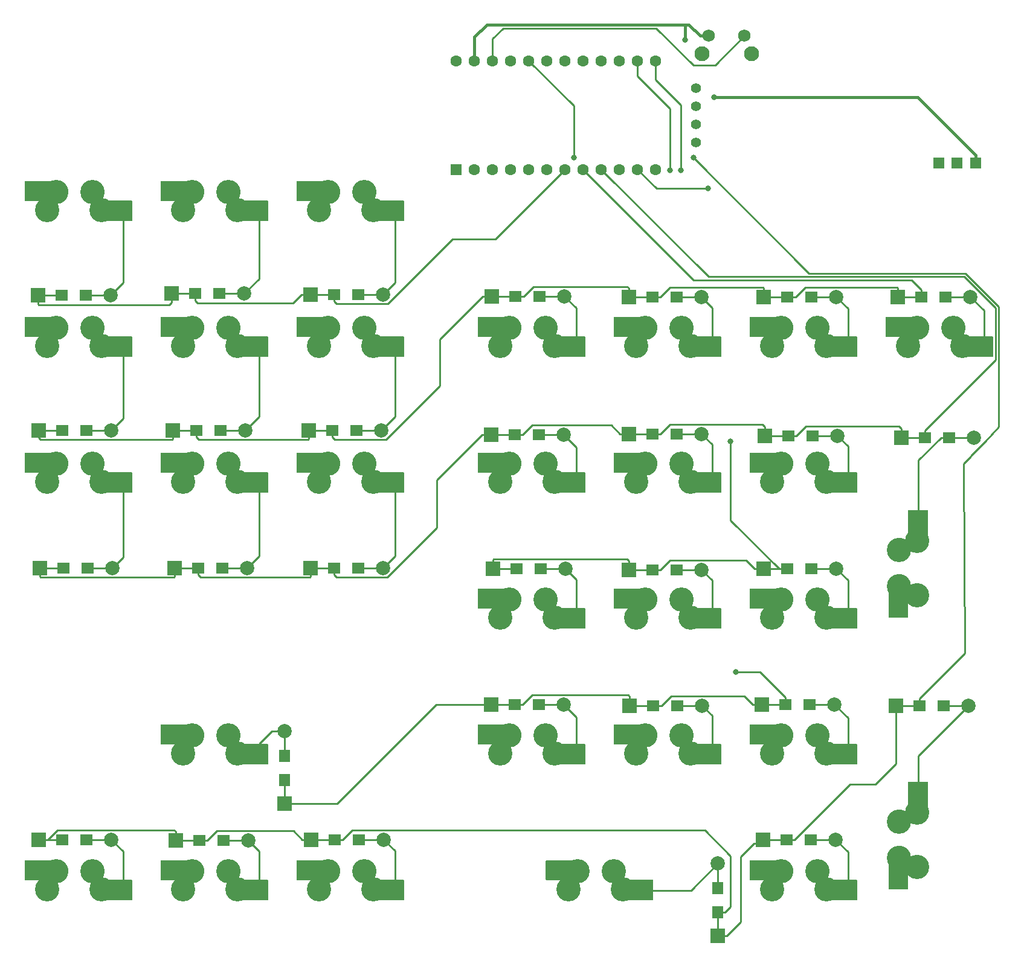
<source format=gtl>
G04 #@! TF.GenerationSoftware,KiCad,Pcbnew,(5.1.5)-3*
G04 #@! TF.CreationDate,2020-03-03T22:43:42-06:00*
G04 #@! TF.ProjectId,MigitePad,4d696769-7465-4506-9164-2e6b69636164,rev?*
G04 #@! TF.SameCoordinates,Original*
G04 #@! TF.FileFunction,Copper,L1,Top*
G04 #@! TF.FilePolarity,Positive*
%FSLAX46Y46*%
G04 Gerber Fmt 4.6, Leading zero omitted, Abs format (unit mm)*
G04 Created by KiCad (PCBNEW (5.1.5)-3) date 2020-03-03 22:43:42*
%MOMM*%
%LPD*%
G04 APERTURE LIST*
%ADD10R,1.524000X1.524000*%
%ADD11C,3.400000*%
%ADD12C,0.100000*%
%ADD13R,1.998980X1.998980*%
%ADD14C,1.998980*%
%ADD15R,1.800000X1.500000*%
%ADD16R,1.500000X1.800000*%
%ADD17C,1.397000*%
%ADD18C,2.100000*%
%ADD19C,1.750000*%
%ADD20C,1.600000*%
%ADD21R,1.600000X1.600000*%
%ADD22C,0.800000*%
%ADD23C,0.254000*%
%ADD24C,0.381000*%
G04 APERTURE END LIST*
D10*
X194691000Y-50419000D03*
X197191000Y-50419000D03*
X199791000Y-50419000D03*
D11*
X189103000Y-147828000D03*
X191643000Y-149098000D03*
X191643000Y-141478000D03*
X189103000Y-142748000D03*
G04 #@! TA.AperFunction,ComponentPad*
D12*
G36*
X187447639Y-147814441D02*
G01*
X187447664Y-147811342D01*
X187456417Y-147657175D01*
X187456483Y-147656130D01*
X187456861Y-147652980D01*
X187457189Y-147649888D01*
X187480945Y-147497312D01*
X187481113Y-147496278D01*
X187481794Y-147493192D01*
X187482424Y-147490135D01*
X187520956Y-147340605D01*
X187521224Y-147339593D01*
X187522196Y-147336609D01*
X187523128Y-147333607D01*
X187576064Y-147188563D01*
X187576068Y-147188551D01*
X187576073Y-147188538D01*
X187576434Y-147187568D01*
X187577721Y-147184630D01*
X187578914Y-147181798D01*
X187645755Y-147042600D01*
X187646214Y-147041659D01*
X187647782Y-147038858D01*
X187649246Y-147036157D01*
X187729348Y-146904153D01*
X187729351Y-146904147D01*
X187729352Y-146904146D01*
X187729901Y-146903254D01*
X187731707Y-146900661D01*
X187733454Y-146898075D01*
X187826059Y-146774511D01*
X187826693Y-146773678D01*
X187828728Y-146771291D01*
X187830735Y-146768869D01*
X187934956Y-146654931D01*
X187935668Y-146654163D01*
X187937939Y-146651974D01*
X187940160Y-146649772D01*
X188054992Y-146546559D01*
X188055002Y-146546549D01*
X188055014Y-146546539D01*
X188055786Y-146545854D01*
X188058267Y-146543891D01*
X188060685Y-146541922D01*
X188185052Y-146450397D01*
X188185899Y-146449782D01*
X188188595Y-146448048D01*
X188191159Y-146446348D01*
X188323863Y-146367396D01*
X188324766Y-146366867D01*
X188327593Y-146365417D01*
X188330335Y-146363962D01*
X188470095Y-146298345D01*
X188470111Y-146298336D01*
X188470131Y-146298328D01*
X188471062Y-146297898D01*
X188474002Y-146296737D01*
X188476889Y-146295550D01*
X188622402Y-146243878D01*
X188623391Y-146243534D01*
X188626438Y-146242663D01*
X188629418Y-146241766D01*
X188779278Y-146204540D01*
X188780296Y-146204295D01*
X188783385Y-146203731D01*
X188786468Y-146203123D01*
X188939246Y-146180699D01*
X188940283Y-146180554D01*
X188943412Y-146180294D01*
X188946538Y-146179990D01*
X189100776Y-146172581D01*
X189101822Y-146172538D01*
X189104982Y-146172585D01*
X189108103Y-146172588D01*
X189262326Y-146180265D01*
X189263371Y-146180324D01*
X189266502Y-146180678D01*
X189269618Y-146180986D01*
X189422357Y-146203676D01*
X189423391Y-146203837D01*
X189426512Y-146204503D01*
X189429543Y-146205106D01*
X189579338Y-146242592D01*
X189580352Y-146242853D01*
X189583387Y-146243818D01*
X189586351Y-146244716D01*
X189731774Y-146296641D01*
X189732758Y-146296999D01*
X189735675Y-146298252D01*
X189738547Y-146299439D01*
X189878207Y-146365307D01*
X189879151Y-146365760D01*
X189881953Y-146367303D01*
X189884674Y-146368753D01*
X190017242Y-146447936D01*
X190018137Y-146448479D01*
X190020750Y-146450271D01*
X190023340Y-146451995D01*
X190147549Y-146543735D01*
X190148387Y-146544363D01*
X190150809Y-146546399D01*
X190153223Y-146548371D01*
X190267886Y-146651795D01*
X190268659Y-146652501D01*
X190270869Y-146654762D01*
X190273081Y-146656962D01*
X190377094Y-146771071D01*
X190377104Y-146771081D01*
X190377114Y-146771093D01*
X190377804Y-146771860D01*
X190379763Y-146774301D01*
X190381770Y-146776731D01*
X190474161Y-146900456D01*
X190474782Y-146901299D01*
X190476540Y-146903990D01*
X190478253Y-146906535D01*
X190558129Y-147038686D01*
X190558665Y-147039586D01*
X190560131Y-147042396D01*
X190561609Y-147045135D01*
X190628208Y-147184448D01*
X190628653Y-147185396D01*
X190629843Y-147188349D01*
X190631041Y-147191205D01*
X190683725Y-147336347D01*
X190683728Y-147336353D01*
X190683730Y-147336361D01*
X190684079Y-147337340D01*
X190684974Y-147340389D01*
X190685889Y-147343355D01*
X190724159Y-147492947D01*
X190724160Y-147492952D01*
X190724161Y-147492958D01*
X190724413Y-147493969D01*
X190725008Y-147497102D01*
X190725627Y-147500132D01*
X190749118Y-147652748D01*
X190749270Y-147653784D01*
X190749519Y-147656544D01*
X190749835Y-147659317D01*
X190754225Y-147727201D01*
X190782398Y-147707887D01*
X190783265Y-147707301D01*
X190785997Y-147705670D01*
X190788637Y-147704044D01*
X190922148Y-147630547D01*
X190922156Y-147630542D01*
X190922157Y-147630542D01*
X190923077Y-147630043D01*
X190925951Y-147628689D01*
X190928741Y-147627326D01*
X191068795Y-147567203D01*
X191069760Y-147566796D01*
X191072779Y-147565719D01*
X191075662Y-147564645D01*
X191220916Y-147518476D01*
X191221916Y-147518165D01*
X191225032Y-147517386D01*
X191228000Y-147516600D01*
X191377065Y-147484827D01*
X191378091Y-147484615D01*
X191381216Y-147484152D01*
X191384297Y-147483651D01*
X191535753Y-147466575D01*
X191536794Y-147466465D01*
X191539933Y-147466310D01*
X191543065Y-147466111D01*
X191695462Y-147463895D01*
X191696509Y-147463887D01*
X191699651Y-147464039D01*
X191702786Y-147464146D01*
X191854673Y-147476813D01*
X191855716Y-147476907D01*
X191858822Y-147477364D01*
X191861937Y-147477778D01*
X192011864Y-147505206D01*
X192012892Y-147505402D01*
X192015983Y-147506170D01*
X192018999Y-147506876D01*
X192165518Y-147548800D01*
X192165532Y-147548803D01*
X192165547Y-147548808D01*
X192166538Y-147549098D01*
X192169549Y-147550168D01*
X192172470Y-147551161D01*
X192314213Y-147607187D01*
X192315184Y-147607578D01*
X192318059Y-147608929D01*
X192320888Y-147610210D01*
X192456488Y-147679801D01*
X192457417Y-147680285D01*
X192460149Y-147681912D01*
X192462836Y-147683461D01*
X192590997Y-147765952D01*
X192591874Y-147766525D01*
X192594392Y-147768379D01*
X192596958Y-147770214D01*
X192716458Y-147864818D01*
X192717275Y-147865474D01*
X192719608Y-147867572D01*
X192721975Y-147869642D01*
X192831673Y-147975455D01*
X192832421Y-147976187D01*
X192834537Y-147978502D01*
X192836692Y-147980794D01*
X192935541Y-148096806D01*
X192936214Y-148097608D01*
X192938113Y-148100143D01*
X192940014Y-148102609D01*
X193027072Y-148227714D01*
X193027664Y-148228577D01*
X193029304Y-148231282D01*
X193030958Y-148233926D01*
X193105385Y-148366920D01*
X193105390Y-148366928D01*
X193105395Y-148366938D01*
X193105896Y-148367846D01*
X193107260Y-148370690D01*
X193108652Y-148373490D01*
X193169751Y-148513122D01*
X193170164Y-148514084D01*
X193171239Y-148517032D01*
X193172357Y-148519971D01*
X193219539Y-148664899D01*
X193219856Y-148665897D01*
X193220643Y-148668954D01*
X193221464Y-148671969D01*
X193254278Y-148820809D01*
X193254497Y-148821833D01*
X193254989Y-148825001D01*
X193255504Y-148828034D01*
X193273636Y-148979363D01*
X193273636Y-148979368D01*
X193273754Y-148980406D01*
X193273932Y-148983555D01*
X193274152Y-148986675D01*
X193277431Y-149139053D01*
X193277446Y-149140100D01*
X193277315Y-149143268D01*
X193277230Y-149146378D01*
X193265624Y-149298350D01*
X193265538Y-149299393D01*
X193265096Y-149302553D01*
X193264710Y-149305620D01*
X193238330Y-149455731D01*
X193238330Y-149455735D01*
X193238329Y-149455739D01*
X193238142Y-149456764D01*
X193237405Y-149459819D01*
X193236711Y-149462881D01*
X193195807Y-149609705D01*
X193195519Y-149610712D01*
X193194483Y-149613693D01*
X193193498Y-149616659D01*
X193138463Y-149758790D01*
X193138078Y-149759763D01*
X193136758Y-149762624D01*
X193135486Y-149765486D01*
X193066843Y-149901568D01*
X193066365Y-149902499D01*
X193064776Y-149905211D01*
X193063228Y-149907941D01*
X192981634Y-150036675D01*
X192981067Y-150037555D01*
X192979213Y-150040110D01*
X192977414Y-150042664D01*
X192883646Y-150162823D01*
X192882997Y-150163644D01*
X192880888Y-150166022D01*
X192878861Y-150168373D01*
X192773816Y-150278807D01*
X192773090Y-150279560D01*
X192770761Y-150281719D01*
X192768513Y-150283862D01*
X192653193Y-150383520D01*
X192652396Y-150384199D01*
X192649867Y-150386121D01*
X192647421Y-150388034D01*
X192522928Y-150475962D01*
X192522068Y-150476560D01*
X192519403Y-150478202D01*
X192516743Y-150479892D01*
X192384262Y-150555251D01*
X192383348Y-150555763D01*
X192380501Y-150557153D01*
X192377723Y-150558559D01*
X192238521Y-150620630D01*
X192237562Y-150621050D01*
X192234603Y-150622153D01*
X192231692Y-150623284D01*
X192087097Y-150671477D01*
X192086101Y-150671801D01*
X192083085Y-150672600D01*
X192080040Y-150673452D01*
X191931433Y-150707304D01*
X191930411Y-150707529D01*
X191927309Y-150708033D01*
X191924218Y-150708580D01*
X191773015Y-150727769D01*
X191771976Y-150727894D01*
X191768848Y-150728092D01*
X191765710Y-150728336D01*
X191613358Y-150732678D01*
X191612743Y-150732690D01*
X191612743Y-150582634D01*
X191757777Y-150578500D01*
X191901688Y-150560237D01*
X192043150Y-150528012D01*
X192180789Y-150482138D01*
X192313282Y-150423057D01*
X192439384Y-150351327D01*
X192557889Y-150267629D01*
X192667661Y-150172766D01*
X192767650Y-150067648D01*
X192856899Y-149953279D01*
X192934571Y-149830733D01*
X192999905Y-149701212D01*
X193052293Y-149565917D01*
X193091230Y-149426154D01*
X193116339Y-149283269D01*
X193127386Y-149138619D01*
X193124265Y-148993560D01*
X193107006Y-148849522D01*
X193075772Y-148707847D01*
X193030861Y-148569895D01*
X192972703Y-148436982D01*
X192901854Y-148310382D01*
X192818987Y-148191299D01*
X192724898Y-148080871D01*
X192620482Y-147980152D01*
X192506730Y-147890100D01*
X192384735Y-147811577D01*
X192255661Y-147745336D01*
X192120742Y-147692007D01*
X191981272Y-147652100D01*
X191838553Y-147625990D01*
X191693970Y-147613932D01*
X191548916Y-147616042D01*
X191404743Y-147632297D01*
X191262858Y-147662539D01*
X191124595Y-147706486D01*
X190991289Y-147763712D01*
X190864197Y-147833674D01*
X190741504Y-147917786D01*
X190740636Y-147918373D01*
X190734345Y-147922128D01*
X190727716Y-147925251D01*
X190720814Y-147927713D01*
X190713705Y-147929490D01*
X190706457Y-147930565D01*
X190699139Y-147930928D01*
X190691820Y-147930573D01*
X190684571Y-147929507D01*
X190677460Y-147927738D01*
X190670555Y-147925284D01*
X190663924Y-147922168D01*
X190657627Y-147918420D01*
X190651727Y-147914075D01*
X190646279Y-147909176D01*
X190641335Y-147903766D01*
X190636942Y-147897902D01*
X190633143Y-147891636D01*
X190629973Y-147885030D01*
X190627463Y-147878146D01*
X190625636Y-147871050D01*
X190624511Y-147863809D01*
X190624098Y-147856494D01*
X190624401Y-147849172D01*
X190625416Y-147841916D01*
X190626542Y-147837252D01*
X190623340Y-147833449D01*
X190619189Y-147827410D01*
X190615648Y-147820995D01*
X190612750Y-147814265D01*
X190610522Y-147807286D01*
X190608986Y-147800121D01*
X190608156Y-147792840D01*
X190600360Y-147672295D01*
X190577931Y-147526575D01*
X190541478Y-147384084D01*
X190491297Y-147245842D01*
X190427860Y-147113140D01*
X190351781Y-146987271D01*
X190263772Y-146869414D01*
X190164697Y-146760723D01*
X190055488Y-146662219D01*
X189937174Y-146574832D01*
X189810902Y-146499409D01*
X189677879Y-146436671D01*
X189539357Y-146387211D01*
X189396693Y-146351510D01*
X189251202Y-146329897D01*
X189104315Y-146322585D01*
X188957396Y-146329642D01*
X188811881Y-146351000D01*
X188669136Y-146386459D01*
X188530543Y-146435673D01*
X188397397Y-146498187D01*
X188271011Y-146573379D01*
X188152547Y-146660560D01*
X188043160Y-146758880D01*
X187943892Y-146867403D01*
X187855688Y-146985095D01*
X187779385Y-147110837D01*
X187715723Y-147243415D01*
X187665295Y-147381589D01*
X187628594Y-147524018D01*
X187605967Y-147669342D01*
X187597630Y-147816177D01*
X187603662Y-147963140D01*
X187624004Y-148108804D01*
X187658462Y-148251780D01*
X187706713Y-148390727D01*
X187768294Y-148524303D01*
X187842604Y-148651215D01*
X187928953Y-148770280D01*
X188026509Y-148880352D01*
X188134334Y-148980374D01*
X188251415Y-149069403D01*
X188376611Y-149146574D01*
X188508753Y-149211166D01*
X188646558Y-149262553D01*
X188788722Y-149300246D01*
X188933895Y-149323889D01*
X189080669Y-149333250D01*
X189227668Y-149328245D01*
X189373473Y-149308920D01*
X189516687Y-149275461D01*
X189655970Y-149228179D01*
X189789961Y-149167538D01*
X189917395Y-149094111D01*
X190040045Y-149006464D01*
X190040901Y-149005861D01*
X190047118Y-149001984D01*
X190053685Y-148998732D01*
X190060537Y-148996136D01*
X190067610Y-148994220D01*
X190074836Y-148993004D01*
X190082146Y-148992499D01*
X190089470Y-148992711D01*
X190096739Y-148993636D01*
X190103883Y-148995266D01*
X190110834Y-148997585D01*
X190117525Y-149000571D01*
X190123894Y-149004196D01*
X190129877Y-149008424D01*
X190135420Y-149013216D01*
X190140468Y-149018528D01*
X190144975Y-149024306D01*
X190148896Y-149030496D01*
X190152194Y-149037040D01*
X190154838Y-149043873D01*
X190156802Y-149050933D01*
X190158068Y-149058150D01*
X190158624Y-149065456D01*
X190158464Y-149072782D01*
X190157590Y-149080057D01*
X190157526Y-149080346D01*
X190157943Y-149085079D01*
X190163319Y-149222968D01*
X190182605Y-149366888D01*
X190215817Y-149508125D01*
X190262646Y-149645428D01*
X190322652Y-149777511D01*
X190395268Y-149903119D01*
X190479789Y-150021035D01*
X190575411Y-150130137D01*
X190681226Y-150229391D01*
X190796222Y-150317845D01*
X190919293Y-150394650D01*
X191049279Y-150459084D01*
X191184938Y-150510527D01*
X191324954Y-150548483D01*
X191468023Y-150572597D01*
X191612743Y-150582634D01*
X191612743Y-150732690D01*
X191612311Y-150732700D01*
X191609163Y-150732592D01*
X191606032Y-150732528D01*
X191453982Y-150721983D01*
X191452938Y-150721904D01*
X191449728Y-150721478D01*
X191446706Y-150721120D01*
X191296412Y-150695788D01*
X191295380Y-150695607D01*
X191292219Y-150694868D01*
X191289254Y-150694218D01*
X191142149Y-150654342D01*
X191141141Y-150654061D01*
X191138142Y-150653042D01*
X191135179Y-150652081D01*
X190992667Y-150598039D01*
X190991690Y-150597661D01*
X190988786Y-150596346D01*
X190985951Y-150595109D01*
X190849393Y-150527419D01*
X190848458Y-150526947D01*
X190845719Y-150525368D01*
X190842995Y-150523847D01*
X190713694Y-150443155D01*
X190712809Y-150442594D01*
X190710238Y-150440755D01*
X190707674Y-150438976D01*
X190586864Y-150346050D01*
X190586038Y-150345406D01*
X190583643Y-150343312D01*
X190581281Y-150341304D01*
X190470116Y-150237032D01*
X190469357Y-150236310D01*
X190467197Y-150234012D01*
X190465023Y-150231764D01*
X190364564Y-150117143D01*
X190363879Y-150116351D01*
X190361949Y-150113848D01*
X190360009Y-150111403D01*
X190271214Y-149987525D01*
X190270610Y-149986670D01*
X190268937Y-149983997D01*
X190267241Y-149981368D01*
X190190959Y-149849417D01*
X190190441Y-149848507D01*
X190189019Y-149845646D01*
X190187607Y-149842902D01*
X190124564Y-149704138D01*
X190124137Y-149703181D01*
X190123007Y-149700213D01*
X190121862Y-149697325D01*
X190072662Y-149553071D01*
X190072331Y-149552077D01*
X190071513Y-149549074D01*
X190070638Y-149546028D01*
X190035749Y-149397661D01*
X190035517Y-149396640D01*
X190034988Y-149393525D01*
X190034423Y-149390455D01*
X190014179Y-149239391D01*
X190014046Y-149238352D01*
X190013832Y-149235309D01*
X190013571Y-149232351D01*
X190012714Y-149210360D01*
X190001624Y-149218285D01*
X190000768Y-149218888D01*
X189998072Y-149220569D01*
X189995462Y-149222248D01*
X189861668Y-149299339D01*
X189860757Y-149299856D01*
X189857876Y-149301283D01*
X189855147Y-149302683D01*
X189714469Y-149366350D01*
X189713513Y-149366775D01*
X189710562Y-149367893D01*
X189707654Y-149369042D01*
X189561434Y-149418678D01*
X189560441Y-149419008D01*
X189557354Y-149419844D01*
X189554389Y-149420691D01*
X189404023Y-149455821D01*
X189403002Y-149456053D01*
X189399883Y-149456577D01*
X189396815Y-149457138D01*
X189243740Y-149477427D01*
X189242701Y-149477557D01*
X189239591Y-149477772D01*
X189236437Y-149478034D01*
X189082111Y-149483289D01*
X189081065Y-149483317D01*
X189077937Y-149483227D01*
X189074785Y-149483180D01*
X188920684Y-149473351D01*
X188919640Y-149473277D01*
X188916519Y-149472880D01*
X188913402Y-149472528D01*
X188760995Y-149447707D01*
X188759963Y-149447532D01*
X188756855Y-149446823D01*
X188753830Y-149446177D01*
X188604572Y-149406603D01*
X188603562Y-149406328D01*
X188600554Y-149405324D01*
X188597589Y-149404381D01*
X188452917Y-149350435D01*
X188452906Y-149350431D01*
X188452893Y-149350426D01*
X188451927Y-149350058D01*
X188449029Y-149348765D01*
X188446174Y-149347538D01*
X188307446Y-149279727D01*
X188306509Y-149279261D01*
X188303768Y-149277701D01*
X188301027Y-149276191D01*
X188169594Y-149195174D01*
X188169579Y-149195166D01*
X188169563Y-149195155D01*
X188168691Y-149194610D01*
X188166138Y-149192806D01*
X188163536Y-149191021D01*
X188040622Y-149097556D01*
X188039793Y-149096916D01*
X188037407Y-149094853D01*
X188035012Y-149092840D01*
X187921816Y-148987836D01*
X187921805Y-148987826D01*
X187921793Y-148987814D01*
X187921042Y-148987108D01*
X187918873Y-148984827D01*
X187916683Y-148982586D01*
X187814263Y-148867026D01*
X187813574Y-148866238D01*
X187811623Y-148863736D01*
X187809676Y-148861311D01*
X187719022Y-148736308D01*
X187718413Y-148735456D01*
X187716692Y-148732738D01*
X187715016Y-148730173D01*
X187636999Y-148596931D01*
X187636993Y-148596922D01*
X187636988Y-148596911D01*
X187636470Y-148596014D01*
X187635058Y-148593213D01*
X187633603Y-148590425D01*
X187568956Y-148450194D01*
X187568524Y-148449240D01*
X187567393Y-148446318D01*
X187566216Y-148443397D01*
X187515561Y-148297529D01*
X187515225Y-148296537D01*
X187514380Y-148293502D01*
X187513499Y-148290497D01*
X187477320Y-148140380D01*
X187477081Y-148139361D01*
X187476529Y-148136216D01*
X187475953Y-148133181D01*
X187454597Y-147980254D01*
X187454596Y-147980251D01*
X187454596Y-147980248D01*
X187454458Y-147979212D01*
X187454218Y-147976060D01*
X187453938Y-147972953D01*
X187447606Y-147818670D01*
X187447606Y-147818668D01*
X187447570Y-147817622D01*
X187447639Y-147814441D01*
G37*
G04 #@! TD.AperFunction*
G04 #@! TA.AperFunction,ComponentPad*
G36*
X193273336Y-141600710D02*
G01*
X193273299Y-141601756D01*
X193273009Y-141604926D01*
X193272769Y-141608016D01*
X193253580Y-141759217D01*
X193253441Y-141760255D01*
X193252852Y-141763334D01*
X193252304Y-141766432D01*
X193218452Y-141915040D01*
X193218212Y-141916059D01*
X193217318Y-141919091D01*
X193216477Y-141922096D01*
X193168285Y-142066692D01*
X193167947Y-142067683D01*
X193166748Y-142070647D01*
X193165631Y-142073521D01*
X193103560Y-142212723D01*
X193103127Y-142213676D01*
X193101660Y-142216478D01*
X193100252Y-142219262D01*
X193024892Y-142351742D01*
X193024368Y-142352649D01*
X193022628Y-142355305D01*
X193020962Y-142357926D01*
X192933034Y-142482421D01*
X192932424Y-142483273D01*
X192930435Y-142485744D01*
X192928520Y-142488193D01*
X192828864Y-142603513D01*
X192828174Y-142604300D01*
X192825973Y-142606545D01*
X192823807Y-142608817D01*
X192713372Y-142713862D01*
X192712609Y-142714578D01*
X192710182Y-142716612D01*
X192707823Y-142718646D01*
X192587666Y-142812413D01*
X192586836Y-142813052D01*
X192584236Y-142814830D01*
X192581676Y-142816634D01*
X192452940Y-142898228D01*
X192452052Y-142898782D01*
X192449266Y-142900312D01*
X192446567Y-142901843D01*
X192310494Y-142970480D01*
X192310486Y-142970485D01*
X192310485Y-142970485D01*
X192309547Y-142970951D01*
X192306664Y-142972184D01*
X192303790Y-142973462D01*
X192161659Y-143028498D01*
X192160680Y-143028869D01*
X192157698Y-143029813D01*
X192154705Y-143030807D01*
X192007882Y-143071710D01*
X192006871Y-143071984D01*
X192003802Y-143072634D01*
X192000736Y-143073329D01*
X191850622Y-143099710D01*
X191849590Y-143099884D01*
X191846445Y-143100235D01*
X191843351Y-143100624D01*
X191691379Y-143112230D01*
X191690334Y-143112303D01*
X191687183Y-143112345D01*
X191684054Y-143112431D01*
X191531675Y-143109152D01*
X191530629Y-143109122D01*
X191527472Y-143108855D01*
X191524366Y-143108636D01*
X191373035Y-143090504D01*
X191371996Y-143090373D01*
X191368869Y-143089797D01*
X191365810Y-143089278D01*
X191216970Y-143056464D01*
X191215949Y-143056232D01*
X191212903Y-143055357D01*
X191209900Y-143054539D01*
X191064972Y-143007357D01*
X191063978Y-143007026D01*
X191061027Y-143005856D01*
X191058124Y-143004751D01*
X190918492Y-142943653D01*
X190917535Y-142943227D01*
X190914702Y-142941769D01*
X190911930Y-142940391D01*
X190778926Y-142865958D01*
X190778016Y-142865441D01*
X190775467Y-142863796D01*
X190772930Y-142862221D01*
X190753679Y-142848925D01*
X190746350Y-142947549D01*
X190746265Y-142948592D01*
X190745834Y-142951719D01*
X190745450Y-142954820D01*
X190719034Y-143106958D01*
X190718848Y-143107988D01*
X190718118Y-143111042D01*
X190717430Y-143114108D01*
X190676294Y-143262943D01*
X190676008Y-143263950D01*
X190674977Y-143266937D01*
X190673999Y-143269902D01*
X190618535Y-143414012D01*
X190618152Y-143414987D01*
X190616836Y-143417856D01*
X190615572Y-143420714D01*
X190546310Y-143558724D01*
X190545834Y-143559656D01*
X190544228Y-143562410D01*
X190542707Y-143565104D01*
X190460319Y-143695681D01*
X190460310Y-143695696D01*
X190460299Y-143695712D01*
X190459745Y-143696578D01*
X190457898Y-143699133D01*
X190456101Y-143701695D01*
X190361352Y-143823624D01*
X190360704Y-143824446D01*
X190358621Y-143826805D01*
X190356579Y-143829183D01*
X190250384Y-143941284D01*
X190249659Y-143942040D01*
X190247319Y-143944218D01*
X190245091Y-143946351D01*
X190128464Y-144047555D01*
X190127668Y-144048235D01*
X190125166Y-144050145D01*
X190122701Y-144052081D01*
X189996755Y-144141420D01*
X189995897Y-144142020D01*
X189993195Y-144143692D01*
X189990579Y-144145362D01*
X189856516Y-144221985D01*
X189855604Y-144222498D01*
X189852768Y-144223891D01*
X189849984Y-144225306D01*
X189709084Y-144288480D01*
X189708126Y-144288902D01*
X189705189Y-144290003D01*
X189702260Y-144291148D01*
X189555868Y-144340271D01*
X189554873Y-144340598D01*
X189551822Y-144341413D01*
X189548815Y-144342261D01*
X189398328Y-144376864D01*
X189397306Y-144377092D01*
X189394183Y-144377606D01*
X189391115Y-144378156D01*
X189237968Y-144397910D01*
X189236929Y-144398037D01*
X189233772Y-144398244D01*
X189230664Y-144398491D01*
X189076321Y-144403206D01*
X189075274Y-144403231D01*
X189072105Y-144403129D01*
X189068995Y-144403072D01*
X188914929Y-144392703D01*
X188913885Y-144392625D01*
X188910775Y-144392218D01*
X188907651Y-144391854D01*
X188755332Y-144366501D01*
X188754300Y-144366322D01*
X188751205Y-144365605D01*
X188748171Y-144364946D01*
X188599068Y-144324853D01*
X188599054Y-144324850D01*
X188599039Y-144324845D01*
X188598043Y-144324571D01*
X188595031Y-144323554D01*
X188592079Y-144322603D01*
X188447584Y-144268147D01*
X188446607Y-144267772D01*
X188443689Y-144266457D01*
X188440862Y-144265231D01*
X188302372Y-144196935D01*
X188301436Y-144196466D01*
X188298681Y-144194885D01*
X188295966Y-144193377D01*
X188164802Y-144111892D01*
X188163917Y-144111334D01*
X188161303Y-144109473D01*
X188158775Y-144107726D01*
X188036187Y-144013831D01*
X188035360Y-144013189D01*
X188032981Y-144011118D01*
X188030594Y-144009097D01*
X187917766Y-143903697D01*
X187917755Y-143903687D01*
X187917743Y-143903675D01*
X187916995Y-143902967D01*
X187914845Y-143900689D01*
X187912651Y-143898429D01*
X187810636Y-143782512D01*
X187809950Y-143781722D01*
X187808000Y-143779204D01*
X187806070Y-143776781D01*
X187715861Y-143651471D01*
X187715854Y-143651462D01*
X187715847Y-143651450D01*
X187715248Y-143650607D01*
X187713580Y-143647954D01*
X187711868Y-143645313D01*
X187634312Y-143511789D01*
X187633792Y-143510880D01*
X187632371Y-143508037D01*
X187630945Y-143505280D01*
X187566792Y-143364833D01*
X187566788Y-143364825D01*
X187566784Y-143364816D01*
X187566359Y-143363869D01*
X187565222Y-143360899D01*
X187564073Y-143358019D01*
X187513931Y-143211979D01*
X187513929Y-143211973D01*
X187513927Y-143211966D01*
X187513595Y-143210980D01*
X187512754Y-143207915D01*
X187511891Y-143204935D01*
X187476237Y-143054692D01*
X187476002Y-143053672D01*
X187475467Y-143050558D01*
X187474895Y-143047488D01*
X187454074Y-142894487D01*
X187454073Y-142894484D01*
X187454073Y-142894481D01*
X187453939Y-142893445D01*
X187453709Y-142890280D01*
X187453441Y-142887184D01*
X187447649Y-142732879D01*
X187447649Y-142732877D01*
X187447617Y-142731831D01*
X187447697Y-142728682D01*
X187447732Y-142725551D01*
X187457024Y-142571416D01*
X187457024Y-142571413D01*
X187457094Y-142570371D01*
X187457484Y-142567217D01*
X187457822Y-142564131D01*
X187482112Y-142411639D01*
X187482283Y-142410606D01*
X187482978Y-142407510D01*
X187483616Y-142404468D01*
X187522670Y-142255074D01*
X187522942Y-142254063D01*
X187523929Y-142251070D01*
X187524868Y-142248084D01*
X187578314Y-142103213D01*
X187578683Y-142102233D01*
X187579969Y-142099322D01*
X187581183Y-142096470D01*
X187648511Y-141957507D01*
X187648974Y-141956568D01*
X187650530Y-141953812D01*
X187652024Y-141951077D01*
X187732591Y-141819346D01*
X187733143Y-141818457D01*
X187734959Y-141815868D01*
X187736715Y-141813289D01*
X187829752Y-141690050D01*
X187830388Y-141689219D01*
X187832452Y-141686816D01*
X187834447Y-141684425D01*
X187939066Y-141570852D01*
X187939781Y-141570087D01*
X187942049Y-141567916D01*
X187944288Y-141565712D01*
X188059491Y-141462890D01*
X188060277Y-141462198D01*
X188062793Y-141460222D01*
X188065190Y-141458284D01*
X188189877Y-141367195D01*
X188190726Y-141366583D01*
X188193394Y-141364880D01*
X188195997Y-141363167D01*
X188328977Y-141284680D01*
X188329883Y-141284154D01*
X188332692Y-141282726D01*
X188335462Y-141281268D01*
X188475466Y-141216132D01*
X188476418Y-141215697D01*
X188479349Y-141214551D01*
X188482253Y-141213369D01*
X188627945Y-141162207D01*
X188628935Y-141161866D01*
X188632004Y-141161000D01*
X188634969Y-141160119D01*
X188784959Y-141123417D01*
X188785977Y-141123175D01*
X188789079Y-141122620D01*
X188792153Y-141122025D01*
X188945008Y-141100135D01*
X188946045Y-141099994D01*
X188949165Y-141099746D01*
X188952304Y-141099452D01*
X189106566Y-141092583D01*
X189107612Y-141092544D01*
X189110741Y-141092601D01*
X189113893Y-141092615D01*
X189268089Y-141100831D01*
X189269134Y-141100894D01*
X189272272Y-141101260D01*
X189275379Y-141101578D01*
X189428037Y-141124803D01*
X189429071Y-141124968D01*
X189432170Y-141125640D01*
X189435218Y-141126258D01*
X189584881Y-141164268D01*
X189585894Y-141164532D01*
X189588916Y-141165505D01*
X189591887Y-141166416D01*
X189737127Y-141218849D01*
X189738110Y-141219211D01*
X189741025Y-141220475D01*
X189743890Y-141221671D01*
X189883320Y-141288028D01*
X189884262Y-141288485D01*
X189886995Y-141290003D01*
X189889774Y-141291496D01*
X190013126Y-141365760D01*
X190014537Y-141332540D01*
X190014588Y-141331494D01*
X190014923Y-141328325D01*
X190015205Y-141325243D01*
X190036504Y-141174323D01*
X190036657Y-141173287D01*
X190037297Y-141170178D01*
X190037881Y-141167127D01*
X190073804Y-141019007D01*
X190074058Y-141017991D01*
X190074991Y-141014982D01*
X190075877Y-141011978D01*
X190126083Y-140868071D01*
X190126434Y-140867084D01*
X190127673Y-140864143D01*
X190128832Y-140861278D01*
X190192837Y-140722966D01*
X190192841Y-140722957D01*
X190192846Y-140722947D01*
X190193288Y-140722009D01*
X190194783Y-140719247D01*
X190196240Y-140716465D01*
X190273442Y-140585049D01*
X190273978Y-140584149D01*
X190275779Y-140581483D01*
X190277458Y-140578920D01*
X190367115Y-140455665D01*
X190367736Y-140454823D01*
X190369766Y-140452372D01*
X190371709Y-140449958D01*
X190472966Y-140336040D01*
X190473667Y-140335262D01*
X190475918Y-140333029D01*
X190478096Y-140330807D01*
X190589976Y-140227325D01*
X190589986Y-140227315D01*
X190589998Y-140227305D01*
X190590760Y-140226609D01*
X190593218Y-140224606D01*
X190595603Y-140222608D01*
X190717058Y-140130527D01*
X190717897Y-140129900D01*
X190720538Y-140128148D01*
X190723107Y-140126391D01*
X190852967Y-140046602D01*
X190853863Y-140046060D01*
X190856656Y-140044577D01*
X190859391Y-140043076D01*
X190996418Y-139976341D01*
X190997362Y-139975888D01*
X191000311Y-139974675D01*
X191003154Y-139973458D01*
X191146040Y-139920412D01*
X191147024Y-139920054D01*
X191150071Y-139919136D01*
X191153025Y-139918201D01*
X191300406Y-139879350D01*
X191301420Y-139879090D01*
X191304519Y-139878478D01*
X191307574Y-139877831D01*
X191458041Y-139853549D01*
X191459076Y-139853389D01*
X191462221Y-139853082D01*
X191465324Y-139852736D01*
X191617443Y-139843253D01*
X191618488Y-139843195D01*
X191621649Y-139843197D01*
X191623116Y-139843178D01*
X191623116Y-139993191D01*
X191478314Y-140002218D01*
X191335098Y-140025330D01*
X191194804Y-140062312D01*
X191058794Y-140112805D01*
X190928366Y-140176327D01*
X190804758Y-140252275D01*
X190689147Y-140339923D01*
X190582645Y-140438431D01*
X190486264Y-140546862D01*
X190400916Y-140664193D01*
X190327431Y-140789282D01*
X190266502Y-140920945D01*
X190218714Y-141057924D01*
X190184519Y-141198916D01*
X190164245Y-141342575D01*
X190157932Y-141491183D01*
X190157881Y-141492229D01*
X190157501Y-141495830D01*
X190157865Y-141497688D01*
X190158567Y-141504982D01*
X190158555Y-141512310D01*
X190157827Y-141519601D01*
X190156391Y-141526787D01*
X190154262Y-141533797D01*
X190151458Y-141540567D01*
X190148005Y-141547031D01*
X190143940Y-141553127D01*
X190139299Y-141558797D01*
X190134127Y-141563988D01*
X190128473Y-141568648D01*
X190122391Y-141572736D01*
X190115939Y-141576209D01*
X190109180Y-141579037D01*
X190102175Y-141581191D01*
X190094996Y-141582653D01*
X190087707Y-141583405D01*
X190080379Y-141583443D01*
X190073083Y-141582767D01*
X190065888Y-141581381D01*
X190058862Y-141579300D01*
X190052073Y-141576544D01*
X190045586Y-141573137D01*
X190039461Y-141569114D01*
X189941863Y-141497944D01*
X189815549Y-141421896D01*
X189682741Y-141358691D01*
X189544400Y-141308748D01*
X189401852Y-141272546D01*
X189256444Y-141250424D01*
X189109574Y-141242598D01*
X188962643Y-141249141D01*
X188817045Y-141269992D01*
X188674177Y-141304951D01*
X188535418Y-141353680D01*
X188402061Y-141415723D01*
X188275401Y-141490479D01*
X188156640Y-141577239D01*
X188046909Y-141675176D01*
X187947258Y-141783355D01*
X187858641Y-141900740D01*
X187781904Y-142026208D01*
X187717773Y-142158570D01*
X187666868Y-142296554D01*
X187629666Y-142438861D01*
X187606531Y-142584101D01*
X187597681Y-142730917D01*
X187603197Y-142877889D01*
X187623031Y-143023632D01*
X187656990Y-143166731D01*
X187704751Y-143305836D01*
X187765862Y-143439623D01*
X187839733Y-143566802D01*
X187925659Y-143686163D01*
X188022835Y-143796581D01*
X188130308Y-143896979D01*
X188247077Y-143986416D01*
X188372003Y-144064026D01*
X188503919Y-144129080D01*
X188641547Y-144180948D01*
X188783577Y-144219139D01*
X188928658Y-144243287D01*
X189075411Y-144253164D01*
X189222414Y-144248673D01*
X189368286Y-144229857D01*
X189511625Y-144196897D01*
X189651068Y-144150105D01*
X189785269Y-144089935D01*
X189912964Y-144016951D01*
X190032926Y-143931857D01*
X190144011Y-143835463D01*
X190245161Y-143728687D01*
X190335410Y-143612549D01*
X190413889Y-143488169D01*
X190479863Y-143356711D01*
X190532691Y-143219450D01*
X190571874Y-143077678D01*
X190597033Y-142932780D01*
X190608206Y-142782442D01*
X190608291Y-142781398D01*
X190609292Y-142774139D01*
X190610996Y-142767013D01*
X190613388Y-142760086D01*
X190616444Y-142753426D01*
X190620136Y-142747096D01*
X190624427Y-142741157D01*
X190626519Y-142738789D01*
X190625183Y-142732797D01*
X190624295Y-142725523D01*
X190624120Y-142718198D01*
X190624661Y-142710890D01*
X190625912Y-142703670D01*
X190627861Y-142696607D01*
X190630491Y-142689768D01*
X190633777Y-142683218D01*
X190637685Y-142677019D01*
X190642179Y-142671232D01*
X190647217Y-142665911D01*
X190652749Y-142661107D01*
X190658724Y-142656865D01*
X190665085Y-142653228D01*
X190671770Y-142650228D01*
X190678717Y-142647895D01*
X190685857Y-142646250D01*
X190693124Y-142645311D01*
X190700448Y-142645085D01*
X190707759Y-142645575D01*
X190714988Y-142646776D01*
X190722064Y-142648677D01*
X190728921Y-142651258D01*
X190735494Y-142654497D01*
X190741720Y-142658362D01*
X190855271Y-142736792D01*
X190981983Y-142807704D01*
X191114892Y-142865860D01*
X191252848Y-142910772D01*
X191394524Y-142942007D01*
X191538561Y-142959265D01*
X191683620Y-142962386D01*
X191828270Y-142951339D01*
X191971157Y-142926228D01*
X192110913Y-142887294D01*
X192246212Y-142834904D01*
X192375729Y-142769573D01*
X192498280Y-142691899D01*
X192612648Y-142602650D01*
X192717767Y-142502661D01*
X192812632Y-142392885D01*
X192896321Y-142274392D01*
X192968058Y-142148282D01*
X193027140Y-142015786D01*
X193073011Y-141878153D01*
X193105237Y-141736687D01*
X193123500Y-141592776D01*
X193127634Y-141447742D01*
X193117597Y-141303023D01*
X193093484Y-141159963D01*
X193055527Y-141019937D01*
X193004087Y-140884286D01*
X192939655Y-140754301D01*
X192862844Y-140631221D01*
X192774390Y-140516226D01*
X192675137Y-140410411D01*
X192566035Y-140314789D01*
X192448116Y-140230265D01*
X192322523Y-140157658D01*
X192190430Y-140097648D01*
X192053125Y-140050817D01*
X191911887Y-140017605D01*
X191768108Y-139998337D01*
X191623116Y-139993191D01*
X191623116Y-139843178D01*
X191624769Y-139843155D01*
X191777088Y-139848561D01*
X191778134Y-139848605D01*
X191781322Y-139848919D01*
X191784390Y-139849179D01*
X191935453Y-139869422D01*
X191936490Y-139869568D01*
X191939604Y-139870187D01*
X191942660Y-139870749D01*
X192091028Y-139905638D01*
X192092046Y-139905885D01*
X192095053Y-139906795D01*
X192098070Y-139907662D01*
X192242324Y-139956862D01*
X192243313Y-139957207D01*
X192246204Y-139958400D01*
X192249136Y-139959563D01*
X192387902Y-140022605D01*
X192388852Y-140023045D01*
X192391656Y-140024538D01*
X192394417Y-140025959D01*
X192526368Y-140102241D01*
X192527271Y-140102771D01*
X192529903Y-140104522D01*
X192532525Y-140106214D01*
X192656403Y-140195009D01*
X192657250Y-140195625D01*
X192659705Y-140197629D01*
X192662143Y-140199564D01*
X192776764Y-140300023D01*
X192777547Y-140300719D01*
X192779769Y-140302928D01*
X192782032Y-140305116D01*
X192886303Y-140416281D01*
X192887014Y-140417050D01*
X192889021Y-140419478D01*
X192891049Y-140421864D01*
X192983975Y-140542673D01*
X192984607Y-140543507D01*
X192986371Y-140546125D01*
X192988153Y-140548692D01*
X193068847Y-140677993D01*
X193069396Y-140678885D01*
X193070915Y-140681699D01*
X193072418Y-140684392D01*
X193140109Y-140820949D01*
X193140568Y-140821890D01*
X193141808Y-140824843D01*
X193143039Y-140827666D01*
X193197081Y-140970178D01*
X193197446Y-140971160D01*
X193198387Y-140974207D01*
X193199341Y-140977148D01*
X193239218Y-141124253D01*
X193239486Y-141125266D01*
X193240125Y-141128386D01*
X193240788Y-141131411D01*
X193266119Y-141281702D01*
X193266120Y-141281705D01*
X193266120Y-141281709D01*
X193266287Y-141282739D01*
X193266618Y-141285900D01*
X193266983Y-141288982D01*
X193277528Y-141441029D01*
X193277528Y-141441031D01*
X193277594Y-141442076D01*
X193277614Y-141445248D01*
X193277678Y-141448357D01*
X193273336Y-141600710D01*
G37*
G04 #@! TD.AperFunction*
G04 #@! TA.AperFunction,SMDPad,CuDef*
G36*
X187609441Y-148573368D02*
G01*
X187613709Y-148559299D01*
X187620640Y-148546332D01*
X187629967Y-148534967D01*
X187641332Y-148525640D01*
X187654299Y-148518709D01*
X187668368Y-148514441D01*
X187683000Y-148513000D01*
X187697632Y-148514441D01*
X187711701Y-148518709D01*
X187724668Y-148525640D01*
X187736033Y-148534967D01*
X187745360Y-148546332D01*
X187750082Y-148554459D01*
X187942164Y-148938623D01*
X188315060Y-149218295D01*
X189177523Y-149409953D01*
X189956666Y-149117775D01*
X189970872Y-149113987D01*
X189985544Y-149113043D01*
X190000119Y-149114980D01*
X190014035Y-149119723D01*
X190026759Y-149127089D01*
X190037801Y-149136796D01*
X190046738Y-149148472D01*
X190051936Y-149158456D01*
X190351936Y-149858456D01*
X190356375Y-149872472D01*
X190358000Y-149888000D01*
X190358000Y-152188000D01*
X190356559Y-152202632D01*
X190352291Y-152216701D01*
X190345360Y-152229668D01*
X190336033Y-152241033D01*
X190324668Y-152250360D01*
X190311701Y-152257291D01*
X190297632Y-152261559D01*
X190283000Y-152263000D01*
X187683000Y-152263000D01*
X187668368Y-152261559D01*
X187654299Y-152257291D01*
X187641332Y-152250360D01*
X187629967Y-152241033D01*
X187620640Y-152229668D01*
X187613709Y-152216701D01*
X187609441Y-152202632D01*
X187608000Y-152188000D01*
X187608000Y-148588000D01*
X187609441Y-148573368D01*
G37*
G04 #@! TD.AperFunction*
G04 #@! TA.AperFunction,SMDPad,CuDef*
G36*
X190309441Y-137273368D02*
G01*
X190313709Y-137259299D01*
X190320640Y-137246332D01*
X190329967Y-137234967D01*
X190341332Y-137225640D01*
X190354299Y-137218709D01*
X190368368Y-137214441D01*
X190383000Y-137213000D01*
X193083000Y-137213000D01*
X193097632Y-137214441D01*
X193111701Y-137218709D01*
X193124668Y-137225640D01*
X193136033Y-137234967D01*
X193145360Y-137246332D01*
X193152291Y-137259299D01*
X193156559Y-137273368D01*
X193158000Y-137288000D01*
X193158000Y-140688000D01*
X193156559Y-140702632D01*
X193152291Y-140716701D01*
X193145360Y-140729668D01*
X193136033Y-140741033D01*
X193124668Y-140750360D01*
X193111701Y-140757291D01*
X193097632Y-140761559D01*
X193083000Y-140763000D01*
X193068368Y-140761559D01*
X193054299Y-140757291D01*
X193041332Y-140750360D01*
X193029967Y-140741033D01*
X193020640Y-140729668D01*
X193015918Y-140721541D01*
X192824826Y-140339357D01*
X192552206Y-140157610D01*
X191777884Y-139964030D01*
X190912882Y-140060141D01*
X190429852Y-140446565D01*
X190417526Y-140454580D01*
X190403874Y-140460037D01*
X190389419Y-140462725D01*
X190374718Y-140462541D01*
X190360334Y-140459493D01*
X190346822Y-140453698D01*
X190334701Y-140445377D01*
X190324435Y-140434852D01*
X190316420Y-140422526D01*
X190310963Y-140408874D01*
X190308000Y-140388000D01*
X190308000Y-137288000D01*
X190309441Y-137273368D01*
G37*
G04 #@! TD.AperFunction*
D11*
X189103000Y-109728000D03*
X191643000Y-110998000D03*
X191643000Y-103378000D03*
X189103000Y-104648000D03*
G04 #@! TA.AperFunction,ComponentPad*
D12*
G36*
X187447639Y-109714441D02*
G01*
X187447664Y-109711342D01*
X187456417Y-109557175D01*
X187456483Y-109556130D01*
X187456861Y-109552980D01*
X187457189Y-109549888D01*
X187480945Y-109397312D01*
X187481113Y-109396278D01*
X187481794Y-109393192D01*
X187482424Y-109390135D01*
X187520956Y-109240605D01*
X187521224Y-109239593D01*
X187522196Y-109236609D01*
X187523128Y-109233607D01*
X187576064Y-109088563D01*
X187576068Y-109088551D01*
X187576073Y-109088538D01*
X187576434Y-109087568D01*
X187577721Y-109084630D01*
X187578914Y-109081798D01*
X187645755Y-108942600D01*
X187646214Y-108941659D01*
X187647782Y-108938858D01*
X187649246Y-108936157D01*
X187729348Y-108804153D01*
X187729351Y-108804147D01*
X187729352Y-108804146D01*
X187729901Y-108803254D01*
X187731707Y-108800661D01*
X187733454Y-108798075D01*
X187826059Y-108674511D01*
X187826693Y-108673678D01*
X187828728Y-108671291D01*
X187830735Y-108668869D01*
X187934956Y-108554931D01*
X187935668Y-108554163D01*
X187937939Y-108551974D01*
X187940160Y-108549772D01*
X188054992Y-108446559D01*
X188055002Y-108446549D01*
X188055014Y-108446539D01*
X188055786Y-108445854D01*
X188058267Y-108443891D01*
X188060685Y-108441922D01*
X188185052Y-108350397D01*
X188185899Y-108349782D01*
X188188595Y-108348048D01*
X188191159Y-108346348D01*
X188323863Y-108267396D01*
X188324766Y-108266867D01*
X188327593Y-108265417D01*
X188330335Y-108263962D01*
X188470095Y-108198345D01*
X188470111Y-108198336D01*
X188470131Y-108198328D01*
X188471062Y-108197898D01*
X188474002Y-108196737D01*
X188476889Y-108195550D01*
X188622402Y-108143878D01*
X188623391Y-108143534D01*
X188626438Y-108142663D01*
X188629418Y-108141766D01*
X188779278Y-108104540D01*
X188780296Y-108104295D01*
X188783385Y-108103731D01*
X188786468Y-108103123D01*
X188939246Y-108080699D01*
X188940283Y-108080554D01*
X188943412Y-108080294D01*
X188946538Y-108079990D01*
X189100776Y-108072581D01*
X189101822Y-108072538D01*
X189104982Y-108072585D01*
X189108103Y-108072588D01*
X189262326Y-108080265D01*
X189263371Y-108080324D01*
X189266502Y-108080678D01*
X189269618Y-108080986D01*
X189422357Y-108103676D01*
X189423391Y-108103837D01*
X189426512Y-108104503D01*
X189429543Y-108105106D01*
X189579338Y-108142592D01*
X189580352Y-108142853D01*
X189583387Y-108143818D01*
X189586351Y-108144716D01*
X189731774Y-108196641D01*
X189732758Y-108196999D01*
X189735675Y-108198252D01*
X189738547Y-108199439D01*
X189878207Y-108265307D01*
X189879151Y-108265760D01*
X189881953Y-108267303D01*
X189884674Y-108268753D01*
X190017242Y-108347936D01*
X190018137Y-108348479D01*
X190020750Y-108350271D01*
X190023340Y-108351995D01*
X190147549Y-108443735D01*
X190148387Y-108444363D01*
X190150809Y-108446399D01*
X190153223Y-108448371D01*
X190267886Y-108551795D01*
X190268659Y-108552501D01*
X190270869Y-108554762D01*
X190273081Y-108556962D01*
X190377094Y-108671071D01*
X190377104Y-108671081D01*
X190377114Y-108671093D01*
X190377804Y-108671860D01*
X190379763Y-108674301D01*
X190381770Y-108676731D01*
X190474161Y-108800456D01*
X190474782Y-108801299D01*
X190476540Y-108803990D01*
X190478253Y-108806535D01*
X190558129Y-108938686D01*
X190558665Y-108939586D01*
X190560131Y-108942396D01*
X190561609Y-108945135D01*
X190628208Y-109084448D01*
X190628653Y-109085396D01*
X190629843Y-109088349D01*
X190631041Y-109091205D01*
X190683725Y-109236347D01*
X190683728Y-109236353D01*
X190683730Y-109236361D01*
X190684079Y-109237340D01*
X190684974Y-109240389D01*
X190685889Y-109243355D01*
X190724159Y-109392947D01*
X190724160Y-109392952D01*
X190724161Y-109392958D01*
X190724413Y-109393969D01*
X190725008Y-109397102D01*
X190725627Y-109400132D01*
X190749118Y-109552748D01*
X190749270Y-109553784D01*
X190749519Y-109556544D01*
X190749835Y-109559317D01*
X190754225Y-109627201D01*
X190782398Y-109607887D01*
X190783265Y-109607301D01*
X190785997Y-109605670D01*
X190788637Y-109604044D01*
X190922148Y-109530547D01*
X190922156Y-109530542D01*
X190922157Y-109530542D01*
X190923077Y-109530043D01*
X190925951Y-109528689D01*
X190928741Y-109527326D01*
X191068795Y-109467203D01*
X191069760Y-109466796D01*
X191072779Y-109465719D01*
X191075662Y-109464645D01*
X191220916Y-109418476D01*
X191221916Y-109418165D01*
X191225032Y-109417386D01*
X191228000Y-109416600D01*
X191377065Y-109384827D01*
X191378091Y-109384615D01*
X191381216Y-109384152D01*
X191384297Y-109383651D01*
X191535753Y-109366575D01*
X191536794Y-109366465D01*
X191539933Y-109366310D01*
X191543065Y-109366111D01*
X191695462Y-109363895D01*
X191696509Y-109363887D01*
X191699651Y-109364039D01*
X191702786Y-109364146D01*
X191854673Y-109376813D01*
X191855716Y-109376907D01*
X191858822Y-109377364D01*
X191861937Y-109377778D01*
X192011864Y-109405206D01*
X192012892Y-109405402D01*
X192015983Y-109406170D01*
X192018999Y-109406876D01*
X192165518Y-109448800D01*
X192165532Y-109448803D01*
X192165547Y-109448808D01*
X192166538Y-109449098D01*
X192169549Y-109450168D01*
X192172470Y-109451161D01*
X192314213Y-109507187D01*
X192315184Y-109507578D01*
X192318059Y-109508929D01*
X192320888Y-109510210D01*
X192456488Y-109579801D01*
X192457417Y-109580285D01*
X192460149Y-109581912D01*
X192462836Y-109583461D01*
X192590997Y-109665952D01*
X192591874Y-109666525D01*
X192594392Y-109668379D01*
X192596958Y-109670214D01*
X192716458Y-109764818D01*
X192717275Y-109765474D01*
X192719608Y-109767572D01*
X192721975Y-109769642D01*
X192831673Y-109875455D01*
X192832421Y-109876187D01*
X192834537Y-109878502D01*
X192836692Y-109880794D01*
X192935541Y-109996806D01*
X192936214Y-109997608D01*
X192938113Y-110000143D01*
X192940014Y-110002609D01*
X193027072Y-110127714D01*
X193027664Y-110128577D01*
X193029304Y-110131282D01*
X193030958Y-110133926D01*
X193105385Y-110266920D01*
X193105390Y-110266928D01*
X193105395Y-110266938D01*
X193105896Y-110267846D01*
X193107260Y-110270690D01*
X193108652Y-110273490D01*
X193169751Y-110413122D01*
X193170164Y-110414084D01*
X193171239Y-110417032D01*
X193172357Y-110419971D01*
X193219539Y-110564899D01*
X193219856Y-110565897D01*
X193220643Y-110568954D01*
X193221464Y-110571969D01*
X193254278Y-110720809D01*
X193254497Y-110721833D01*
X193254989Y-110725001D01*
X193255504Y-110728034D01*
X193273636Y-110879363D01*
X193273636Y-110879368D01*
X193273754Y-110880406D01*
X193273932Y-110883555D01*
X193274152Y-110886675D01*
X193277431Y-111039053D01*
X193277446Y-111040100D01*
X193277315Y-111043268D01*
X193277230Y-111046378D01*
X193265624Y-111198350D01*
X193265538Y-111199393D01*
X193265096Y-111202553D01*
X193264710Y-111205620D01*
X193238330Y-111355731D01*
X193238330Y-111355735D01*
X193238329Y-111355739D01*
X193238142Y-111356764D01*
X193237405Y-111359819D01*
X193236711Y-111362881D01*
X193195807Y-111509705D01*
X193195519Y-111510712D01*
X193194483Y-111513693D01*
X193193498Y-111516659D01*
X193138463Y-111658790D01*
X193138078Y-111659763D01*
X193136758Y-111662624D01*
X193135486Y-111665486D01*
X193066843Y-111801568D01*
X193066365Y-111802499D01*
X193064776Y-111805211D01*
X193063228Y-111807941D01*
X192981634Y-111936675D01*
X192981067Y-111937555D01*
X192979213Y-111940110D01*
X192977414Y-111942664D01*
X192883646Y-112062823D01*
X192882997Y-112063644D01*
X192880888Y-112066022D01*
X192878861Y-112068373D01*
X192773816Y-112178807D01*
X192773090Y-112179560D01*
X192770761Y-112181719D01*
X192768513Y-112183862D01*
X192653193Y-112283520D01*
X192652396Y-112284199D01*
X192649867Y-112286121D01*
X192647421Y-112288034D01*
X192522928Y-112375962D01*
X192522068Y-112376560D01*
X192519403Y-112378202D01*
X192516743Y-112379892D01*
X192384262Y-112455251D01*
X192383348Y-112455763D01*
X192380501Y-112457153D01*
X192377723Y-112458559D01*
X192238521Y-112520630D01*
X192237562Y-112521050D01*
X192234603Y-112522153D01*
X192231692Y-112523284D01*
X192087097Y-112571477D01*
X192086101Y-112571801D01*
X192083085Y-112572600D01*
X192080040Y-112573452D01*
X191931433Y-112607304D01*
X191930411Y-112607529D01*
X191927309Y-112608033D01*
X191924218Y-112608580D01*
X191773015Y-112627769D01*
X191771976Y-112627894D01*
X191768848Y-112628092D01*
X191765710Y-112628336D01*
X191613358Y-112632678D01*
X191612743Y-112632690D01*
X191612743Y-112482634D01*
X191757777Y-112478500D01*
X191901688Y-112460237D01*
X192043150Y-112428012D01*
X192180789Y-112382138D01*
X192313282Y-112323057D01*
X192439384Y-112251327D01*
X192557889Y-112167629D01*
X192667661Y-112072766D01*
X192767650Y-111967648D01*
X192856899Y-111853279D01*
X192934571Y-111730733D01*
X192999905Y-111601212D01*
X193052293Y-111465917D01*
X193091230Y-111326154D01*
X193116339Y-111183269D01*
X193127386Y-111038619D01*
X193124265Y-110893560D01*
X193107006Y-110749522D01*
X193075772Y-110607847D01*
X193030861Y-110469895D01*
X192972703Y-110336982D01*
X192901854Y-110210382D01*
X192818987Y-110091299D01*
X192724898Y-109980871D01*
X192620482Y-109880152D01*
X192506730Y-109790100D01*
X192384735Y-109711577D01*
X192255661Y-109645336D01*
X192120742Y-109592007D01*
X191981272Y-109552100D01*
X191838553Y-109525990D01*
X191693970Y-109513932D01*
X191548916Y-109516042D01*
X191404743Y-109532297D01*
X191262858Y-109562539D01*
X191124595Y-109606486D01*
X190991289Y-109663712D01*
X190864197Y-109733674D01*
X190741504Y-109817786D01*
X190740636Y-109818373D01*
X190734345Y-109822128D01*
X190727716Y-109825251D01*
X190720814Y-109827713D01*
X190713705Y-109829490D01*
X190706457Y-109830565D01*
X190699139Y-109830928D01*
X190691820Y-109830573D01*
X190684571Y-109829507D01*
X190677460Y-109827738D01*
X190670555Y-109825284D01*
X190663924Y-109822168D01*
X190657627Y-109818420D01*
X190651727Y-109814075D01*
X190646279Y-109809176D01*
X190641335Y-109803766D01*
X190636942Y-109797902D01*
X190633143Y-109791636D01*
X190629973Y-109785030D01*
X190627463Y-109778146D01*
X190625636Y-109771050D01*
X190624511Y-109763809D01*
X190624098Y-109756494D01*
X190624401Y-109749172D01*
X190625416Y-109741916D01*
X190626542Y-109737252D01*
X190623340Y-109733449D01*
X190619189Y-109727410D01*
X190615648Y-109720995D01*
X190612750Y-109714265D01*
X190610522Y-109707286D01*
X190608986Y-109700121D01*
X190608156Y-109692840D01*
X190600360Y-109572295D01*
X190577931Y-109426575D01*
X190541478Y-109284084D01*
X190491297Y-109145842D01*
X190427860Y-109013140D01*
X190351781Y-108887271D01*
X190263772Y-108769414D01*
X190164697Y-108660723D01*
X190055488Y-108562219D01*
X189937174Y-108474832D01*
X189810902Y-108399409D01*
X189677879Y-108336671D01*
X189539357Y-108287211D01*
X189396693Y-108251510D01*
X189251202Y-108229897D01*
X189104315Y-108222585D01*
X188957396Y-108229642D01*
X188811881Y-108251000D01*
X188669136Y-108286459D01*
X188530543Y-108335673D01*
X188397397Y-108398187D01*
X188271011Y-108473379D01*
X188152547Y-108560560D01*
X188043160Y-108658880D01*
X187943892Y-108767403D01*
X187855688Y-108885095D01*
X187779385Y-109010837D01*
X187715723Y-109143415D01*
X187665295Y-109281589D01*
X187628594Y-109424018D01*
X187605967Y-109569342D01*
X187597630Y-109716177D01*
X187603662Y-109863140D01*
X187624004Y-110008804D01*
X187658462Y-110151780D01*
X187706713Y-110290727D01*
X187768294Y-110424303D01*
X187842604Y-110551215D01*
X187928953Y-110670280D01*
X188026509Y-110780352D01*
X188134334Y-110880374D01*
X188251415Y-110969403D01*
X188376611Y-111046574D01*
X188508753Y-111111166D01*
X188646558Y-111162553D01*
X188788722Y-111200246D01*
X188933895Y-111223889D01*
X189080669Y-111233250D01*
X189227668Y-111228245D01*
X189373473Y-111208920D01*
X189516687Y-111175461D01*
X189655970Y-111128179D01*
X189789961Y-111067538D01*
X189917395Y-110994111D01*
X190040045Y-110906464D01*
X190040901Y-110905861D01*
X190047118Y-110901984D01*
X190053685Y-110898732D01*
X190060537Y-110896136D01*
X190067610Y-110894220D01*
X190074836Y-110893004D01*
X190082146Y-110892499D01*
X190089470Y-110892711D01*
X190096739Y-110893636D01*
X190103883Y-110895266D01*
X190110834Y-110897585D01*
X190117525Y-110900571D01*
X190123894Y-110904196D01*
X190129877Y-110908424D01*
X190135420Y-110913216D01*
X190140468Y-110918528D01*
X190144975Y-110924306D01*
X190148896Y-110930496D01*
X190152194Y-110937040D01*
X190154838Y-110943873D01*
X190156802Y-110950933D01*
X190158068Y-110958150D01*
X190158624Y-110965456D01*
X190158464Y-110972782D01*
X190157590Y-110980057D01*
X190157526Y-110980346D01*
X190157943Y-110985079D01*
X190163319Y-111122968D01*
X190182605Y-111266888D01*
X190215817Y-111408125D01*
X190262646Y-111545428D01*
X190322652Y-111677511D01*
X190395268Y-111803119D01*
X190479789Y-111921035D01*
X190575411Y-112030137D01*
X190681226Y-112129391D01*
X190796222Y-112217845D01*
X190919293Y-112294650D01*
X191049279Y-112359084D01*
X191184938Y-112410527D01*
X191324954Y-112448483D01*
X191468023Y-112472597D01*
X191612743Y-112482634D01*
X191612743Y-112632690D01*
X191612311Y-112632700D01*
X191609163Y-112632592D01*
X191606032Y-112632528D01*
X191453982Y-112621983D01*
X191452938Y-112621904D01*
X191449728Y-112621478D01*
X191446706Y-112621120D01*
X191296412Y-112595788D01*
X191295380Y-112595607D01*
X191292219Y-112594868D01*
X191289254Y-112594218D01*
X191142149Y-112554342D01*
X191141141Y-112554061D01*
X191138142Y-112553042D01*
X191135179Y-112552081D01*
X190992667Y-112498039D01*
X190991690Y-112497661D01*
X190988786Y-112496346D01*
X190985951Y-112495109D01*
X190849393Y-112427419D01*
X190848458Y-112426947D01*
X190845719Y-112425368D01*
X190842995Y-112423847D01*
X190713694Y-112343155D01*
X190712809Y-112342594D01*
X190710238Y-112340755D01*
X190707674Y-112338976D01*
X190586864Y-112246050D01*
X190586038Y-112245406D01*
X190583643Y-112243312D01*
X190581281Y-112241304D01*
X190470116Y-112137032D01*
X190469357Y-112136310D01*
X190467197Y-112134012D01*
X190465023Y-112131764D01*
X190364564Y-112017143D01*
X190363879Y-112016351D01*
X190361949Y-112013848D01*
X190360009Y-112011403D01*
X190271214Y-111887525D01*
X190270610Y-111886670D01*
X190268937Y-111883997D01*
X190267241Y-111881368D01*
X190190959Y-111749417D01*
X190190441Y-111748507D01*
X190189019Y-111745646D01*
X190187607Y-111742902D01*
X190124564Y-111604138D01*
X190124137Y-111603181D01*
X190123007Y-111600213D01*
X190121862Y-111597325D01*
X190072662Y-111453071D01*
X190072331Y-111452077D01*
X190071513Y-111449074D01*
X190070638Y-111446028D01*
X190035749Y-111297661D01*
X190035517Y-111296640D01*
X190034988Y-111293525D01*
X190034423Y-111290455D01*
X190014179Y-111139391D01*
X190014046Y-111138352D01*
X190013832Y-111135309D01*
X190013571Y-111132351D01*
X190012714Y-111110360D01*
X190001624Y-111118285D01*
X190000768Y-111118888D01*
X189998072Y-111120569D01*
X189995462Y-111122248D01*
X189861668Y-111199339D01*
X189860757Y-111199856D01*
X189857876Y-111201283D01*
X189855147Y-111202683D01*
X189714469Y-111266350D01*
X189713513Y-111266775D01*
X189710562Y-111267893D01*
X189707654Y-111269042D01*
X189561434Y-111318678D01*
X189560441Y-111319008D01*
X189557354Y-111319844D01*
X189554389Y-111320691D01*
X189404023Y-111355821D01*
X189403002Y-111356053D01*
X189399883Y-111356577D01*
X189396815Y-111357138D01*
X189243740Y-111377427D01*
X189242701Y-111377557D01*
X189239591Y-111377772D01*
X189236437Y-111378034D01*
X189082111Y-111383289D01*
X189081065Y-111383317D01*
X189077937Y-111383227D01*
X189074785Y-111383180D01*
X188920684Y-111373351D01*
X188919640Y-111373277D01*
X188916519Y-111372880D01*
X188913402Y-111372528D01*
X188760995Y-111347707D01*
X188759963Y-111347532D01*
X188756855Y-111346823D01*
X188753830Y-111346177D01*
X188604572Y-111306603D01*
X188603562Y-111306328D01*
X188600554Y-111305324D01*
X188597589Y-111304381D01*
X188452917Y-111250435D01*
X188452906Y-111250431D01*
X188452893Y-111250426D01*
X188451927Y-111250058D01*
X188449029Y-111248765D01*
X188446174Y-111247538D01*
X188307446Y-111179727D01*
X188306509Y-111179261D01*
X188303768Y-111177701D01*
X188301027Y-111176191D01*
X188169594Y-111095174D01*
X188169579Y-111095166D01*
X188169563Y-111095155D01*
X188168691Y-111094610D01*
X188166138Y-111092806D01*
X188163536Y-111091021D01*
X188040622Y-110997556D01*
X188039793Y-110996916D01*
X188037407Y-110994853D01*
X188035012Y-110992840D01*
X187921816Y-110887836D01*
X187921805Y-110887826D01*
X187921793Y-110887814D01*
X187921042Y-110887108D01*
X187918873Y-110884827D01*
X187916683Y-110882586D01*
X187814263Y-110767026D01*
X187813574Y-110766238D01*
X187811623Y-110763736D01*
X187809676Y-110761311D01*
X187719022Y-110636308D01*
X187718413Y-110635456D01*
X187716692Y-110632738D01*
X187715016Y-110630173D01*
X187636999Y-110496931D01*
X187636993Y-110496922D01*
X187636988Y-110496911D01*
X187636470Y-110496014D01*
X187635058Y-110493213D01*
X187633603Y-110490425D01*
X187568956Y-110350194D01*
X187568524Y-110349240D01*
X187567393Y-110346318D01*
X187566216Y-110343397D01*
X187515561Y-110197529D01*
X187515225Y-110196537D01*
X187514380Y-110193502D01*
X187513499Y-110190497D01*
X187477320Y-110040380D01*
X187477081Y-110039361D01*
X187476529Y-110036216D01*
X187475953Y-110033181D01*
X187454597Y-109880254D01*
X187454596Y-109880251D01*
X187454596Y-109880248D01*
X187454458Y-109879212D01*
X187454218Y-109876060D01*
X187453938Y-109872953D01*
X187447606Y-109718670D01*
X187447606Y-109718668D01*
X187447570Y-109717622D01*
X187447639Y-109714441D01*
G37*
G04 #@! TD.AperFunction*
G04 #@! TA.AperFunction,ComponentPad*
G36*
X193273336Y-103500710D02*
G01*
X193273299Y-103501756D01*
X193273009Y-103504926D01*
X193272769Y-103508016D01*
X193253580Y-103659217D01*
X193253441Y-103660255D01*
X193252852Y-103663334D01*
X193252304Y-103666432D01*
X193218452Y-103815040D01*
X193218212Y-103816059D01*
X193217318Y-103819091D01*
X193216477Y-103822096D01*
X193168285Y-103966692D01*
X193167947Y-103967683D01*
X193166748Y-103970647D01*
X193165631Y-103973521D01*
X193103560Y-104112723D01*
X193103127Y-104113676D01*
X193101660Y-104116478D01*
X193100252Y-104119262D01*
X193024892Y-104251742D01*
X193024368Y-104252649D01*
X193022628Y-104255305D01*
X193020962Y-104257926D01*
X192933034Y-104382421D01*
X192932424Y-104383273D01*
X192930435Y-104385744D01*
X192928520Y-104388193D01*
X192828864Y-104503513D01*
X192828174Y-104504300D01*
X192825973Y-104506545D01*
X192823807Y-104508817D01*
X192713372Y-104613862D01*
X192712609Y-104614578D01*
X192710182Y-104616612D01*
X192707823Y-104618646D01*
X192587666Y-104712413D01*
X192586836Y-104713052D01*
X192584236Y-104714830D01*
X192581676Y-104716634D01*
X192452940Y-104798228D01*
X192452052Y-104798782D01*
X192449266Y-104800312D01*
X192446567Y-104801843D01*
X192310494Y-104870480D01*
X192310486Y-104870485D01*
X192310485Y-104870485D01*
X192309547Y-104870951D01*
X192306664Y-104872184D01*
X192303790Y-104873462D01*
X192161659Y-104928498D01*
X192160680Y-104928869D01*
X192157698Y-104929813D01*
X192154705Y-104930807D01*
X192007882Y-104971710D01*
X192006871Y-104971984D01*
X192003802Y-104972634D01*
X192000736Y-104973329D01*
X191850622Y-104999710D01*
X191849590Y-104999884D01*
X191846445Y-105000235D01*
X191843351Y-105000624D01*
X191691379Y-105012230D01*
X191690334Y-105012303D01*
X191687183Y-105012345D01*
X191684054Y-105012431D01*
X191531675Y-105009152D01*
X191530629Y-105009122D01*
X191527472Y-105008855D01*
X191524366Y-105008636D01*
X191373035Y-104990504D01*
X191371996Y-104990373D01*
X191368869Y-104989797D01*
X191365810Y-104989278D01*
X191216970Y-104956464D01*
X191215949Y-104956232D01*
X191212903Y-104955357D01*
X191209900Y-104954539D01*
X191064972Y-104907357D01*
X191063978Y-104907026D01*
X191061027Y-104905856D01*
X191058124Y-104904751D01*
X190918492Y-104843653D01*
X190917535Y-104843227D01*
X190914702Y-104841769D01*
X190911930Y-104840391D01*
X190778926Y-104765958D01*
X190778016Y-104765441D01*
X190775467Y-104763796D01*
X190772930Y-104762221D01*
X190753679Y-104748925D01*
X190746350Y-104847549D01*
X190746265Y-104848592D01*
X190745834Y-104851719D01*
X190745450Y-104854820D01*
X190719034Y-105006958D01*
X190718848Y-105007988D01*
X190718118Y-105011042D01*
X190717430Y-105014108D01*
X190676294Y-105162943D01*
X190676008Y-105163950D01*
X190674977Y-105166937D01*
X190673999Y-105169902D01*
X190618535Y-105314012D01*
X190618152Y-105314987D01*
X190616836Y-105317856D01*
X190615572Y-105320714D01*
X190546310Y-105458724D01*
X190545834Y-105459656D01*
X190544228Y-105462410D01*
X190542707Y-105465104D01*
X190460319Y-105595681D01*
X190460310Y-105595696D01*
X190460299Y-105595712D01*
X190459745Y-105596578D01*
X190457898Y-105599133D01*
X190456101Y-105601695D01*
X190361352Y-105723624D01*
X190360704Y-105724446D01*
X190358621Y-105726805D01*
X190356579Y-105729183D01*
X190250384Y-105841284D01*
X190249659Y-105842040D01*
X190247319Y-105844218D01*
X190245091Y-105846351D01*
X190128464Y-105947555D01*
X190127668Y-105948235D01*
X190125166Y-105950145D01*
X190122701Y-105952081D01*
X189996755Y-106041420D01*
X189995897Y-106042020D01*
X189993195Y-106043692D01*
X189990579Y-106045362D01*
X189856516Y-106121985D01*
X189855604Y-106122498D01*
X189852768Y-106123891D01*
X189849984Y-106125306D01*
X189709084Y-106188480D01*
X189708126Y-106188902D01*
X189705189Y-106190003D01*
X189702260Y-106191148D01*
X189555868Y-106240271D01*
X189554873Y-106240598D01*
X189551822Y-106241413D01*
X189548815Y-106242261D01*
X189398328Y-106276864D01*
X189397306Y-106277092D01*
X189394183Y-106277606D01*
X189391115Y-106278156D01*
X189237968Y-106297910D01*
X189236929Y-106298037D01*
X189233772Y-106298244D01*
X189230664Y-106298491D01*
X189076321Y-106303206D01*
X189075274Y-106303231D01*
X189072105Y-106303129D01*
X189068995Y-106303072D01*
X188914929Y-106292703D01*
X188913885Y-106292625D01*
X188910775Y-106292218D01*
X188907651Y-106291854D01*
X188755332Y-106266501D01*
X188754300Y-106266322D01*
X188751205Y-106265605D01*
X188748171Y-106264946D01*
X188599068Y-106224853D01*
X188599054Y-106224850D01*
X188599039Y-106224845D01*
X188598043Y-106224571D01*
X188595031Y-106223554D01*
X188592079Y-106222603D01*
X188447584Y-106168147D01*
X188446607Y-106167772D01*
X188443689Y-106166457D01*
X188440862Y-106165231D01*
X188302372Y-106096935D01*
X188301436Y-106096466D01*
X188298681Y-106094885D01*
X188295966Y-106093377D01*
X188164802Y-106011892D01*
X188163917Y-106011334D01*
X188161303Y-106009473D01*
X188158775Y-106007726D01*
X188036187Y-105913831D01*
X188035360Y-105913189D01*
X188032981Y-105911118D01*
X188030594Y-105909097D01*
X187917766Y-105803697D01*
X187917755Y-105803687D01*
X187917743Y-105803675D01*
X187916995Y-105802967D01*
X187914845Y-105800689D01*
X187912651Y-105798429D01*
X187810636Y-105682512D01*
X187809950Y-105681722D01*
X187808000Y-105679204D01*
X187806070Y-105676781D01*
X187715861Y-105551471D01*
X187715854Y-105551462D01*
X187715847Y-105551450D01*
X187715248Y-105550607D01*
X187713580Y-105547954D01*
X187711868Y-105545313D01*
X187634312Y-105411789D01*
X187633792Y-105410880D01*
X187632371Y-105408037D01*
X187630945Y-105405280D01*
X187566792Y-105264833D01*
X187566788Y-105264825D01*
X187566784Y-105264816D01*
X187566359Y-105263869D01*
X187565222Y-105260899D01*
X187564073Y-105258019D01*
X187513931Y-105111979D01*
X187513929Y-105111973D01*
X187513927Y-105111966D01*
X187513595Y-105110980D01*
X187512754Y-105107915D01*
X187511891Y-105104935D01*
X187476237Y-104954692D01*
X187476002Y-104953672D01*
X187475467Y-104950558D01*
X187474895Y-104947488D01*
X187454074Y-104794487D01*
X187454073Y-104794484D01*
X187454073Y-104794481D01*
X187453939Y-104793445D01*
X187453709Y-104790280D01*
X187453441Y-104787184D01*
X187447649Y-104632879D01*
X187447649Y-104632877D01*
X187447617Y-104631831D01*
X187447697Y-104628682D01*
X187447732Y-104625551D01*
X187457024Y-104471416D01*
X187457024Y-104471413D01*
X187457094Y-104470371D01*
X187457484Y-104467217D01*
X187457822Y-104464131D01*
X187482112Y-104311639D01*
X187482283Y-104310606D01*
X187482978Y-104307510D01*
X187483616Y-104304468D01*
X187522670Y-104155074D01*
X187522942Y-104154063D01*
X187523929Y-104151070D01*
X187524868Y-104148084D01*
X187578314Y-104003213D01*
X187578683Y-104002233D01*
X187579969Y-103999322D01*
X187581183Y-103996470D01*
X187648511Y-103857507D01*
X187648974Y-103856568D01*
X187650530Y-103853812D01*
X187652024Y-103851077D01*
X187732591Y-103719346D01*
X187733143Y-103718457D01*
X187734959Y-103715868D01*
X187736715Y-103713289D01*
X187829752Y-103590050D01*
X187830388Y-103589219D01*
X187832452Y-103586816D01*
X187834447Y-103584425D01*
X187939066Y-103470852D01*
X187939781Y-103470087D01*
X187942049Y-103467916D01*
X187944288Y-103465712D01*
X188059491Y-103362890D01*
X188060277Y-103362198D01*
X188062793Y-103360222D01*
X188065190Y-103358284D01*
X188189877Y-103267195D01*
X188190726Y-103266583D01*
X188193394Y-103264880D01*
X188195997Y-103263167D01*
X188328977Y-103184680D01*
X188329883Y-103184154D01*
X188332692Y-103182726D01*
X188335462Y-103181268D01*
X188475466Y-103116132D01*
X188476418Y-103115697D01*
X188479349Y-103114551D01*
X188482253Y-103113369D01*
X188627945Y-103062207D01*
X188628935Y-103061866D01*
X188632004Y-103061000D01*
X188634969Y-103060119D01*
X188784959Y-103023417D01*
X188785977Y-103023175D01*
X188789079Y-103022620D01*
X188792153Y-103022025D01*
X188945008Y-103000135D01*
X188946045Y-102999994D01*
X188949165Y-102999746D01*
X188952304Y-102999452D01*
X189106566Y-102992583D01*
X189107612Y-102992544D01*
X189110741Y-102992601D01*
X189113893Y-102992615D01*
X189268089Y-103000831D01*
X189269134Y-103000894D01*
X189272272Y-103001260D01*
X189275379Y-103001578D01*
X189428037Y-103024803D01*
X189429071Y-103024968D01*
X189432170Y-103025640D01*
X189435218Y-103026258D01*
X189584881Y-103064268D01*
X189585894Y-103064532D01*
X189588916Y-103065505D01*
X189591887Y-103066416D01*
X189737127Y-103118849D01*
X189738110Y-103119211D01*
X189741025Y-103120475D01*
X189743890Y-103121671D01*
X189883320Y-103188028D01*
X189884262Y-103188485D01*
X189886995Y-103190003D01*
X189889774Y-103191496D01*
X190013126Y-103265760D01*
X190014537Y-103232540D01*
X190014588Y-103231494D01*
X190014923Y-103228325D01*
X190015205Y-103225243D01*
X190036504Y-103074323D01*
X190036657Y-103073287D01*
X190037297Y-103070178D01*
X190037881Y-103067127D01*
X190073804Y-102919007D01*
X190074058Y-102917991D01*
X190074991Y-102914982D01*
X190075877Y-102911978D01*
X190126083Y-102768071D01*
X190126434Y-102767084D01*
X190127673Y-102764143D01*
X190128832Y-102761278D01*
X190192837Y-102622966D01*
X190192841Y-102622957D01*
X190192846Y-102622947D01*
X190193288Y-102622009D01*
X190194783Y-102619247D01*
X190196240Y-102616465D01*
X190273442Y-102485049D01*
X190273978Y-102484149D01*
X190275779Y-102481483D01*
X190277458Y-102478920D01*
X190367115Y-102355665D01*
X190367736Y-102354823D01*
X190369766Y-102352372D01*
X190371709Y-102349958D01*
X190472966Y-102236040D01*
X190473667Y-102235262D01*
X190475918Y-102233029D01*
X190478096Y-102230807D01*
X190589976Y-102127325D01*
X190589986Y-102127315D01*
X190589998Y-102127305D01*
X190590760Y-102126609D01*
X190593218Y-102124606D01*
X190595603Y-102122608D01*
X190717058Y-102030527D01*
X190717897Y-102029900D01*
X190720538Y-102028148D01*
X190723107Y-102026391D01*
X190852967Y-101946602D01*
X190853863Y-101946060D01*
X190856656Y-101944577D01*
X190859391Y-101943076D01*
X190996418Y-101876341D01*
X190997362Y-101875888D01*
X191000311Y-101874675D01*
X191003154Y-101873458D01*
X191146040Y-101820412D01*
X191147024Y-101820054D01*
X191150071Y-101819136D01*
X191153025Y-101818201D01*
X191300406Y-101779350D01*
X191301420Y-101779090D01*
X191304519Y-101778478D01*
X191307574Y-101777831D01*
X191458041Y-101753549D01*
X191459076Y-101753389D01*
X191462221Y-101753082D01*
X191465324Y-101752736D01*
X191617443Y-101743253D01*
X191618488Y-101743195D01*
X191621649Y-101743197D01*
X191623116Y-101743178D01*
X191623116Y-101893191D01*
X191478314Y-101902218D01*
X191335098Y-101925330D01*
X191194804Y-101962312D01*
X191058794Y-102012805D01*
X190928366Y-102076327D01*
X190804758Y-102152275D01*
X190689147Y-102239923D01*
X190582645Y-102338431D01*
X190486264Y-102446862D01*
X190400916Y-102564193D01*
X190327431Y-102689282D01*
X190266502Y-102820945D01*
X190218714Y-102957924D01*
X190184519Y-103098916D01*
X190164245Y-103242575D01*
X190157932Y-103391183D01*
X190157881Y-103392229D01*
X190157501Y-103395830D01*
X190157865Y-103397688D01*
X190158567Y-103404982D01*
X190158555Y-103412310D01*
X190157827Y-103419601D01*
X190156391Y-103426787D01*
X190154262Y-103433797D01*
X190151458Y-103440567D01*
X190148005Y-103447031D01*
X190143940Y-103453127D01*
X190139299Y-103458797D01*
X190134127Y-103463988D01*
X190128473Y-103468648D01*
X190122391Y-103472736D01*
X190115939Y-103476209D01*
X190109180Y-103479037D01*
X190102175Y-103481191D01*
X190094996Y-103482653D01*
X190087707Y-103483405D01*
X190080379Y-103483443D01*
X190073083Y-103482767D01*
X190065888Y-103481381D01*
X190058862Y-103479300D01*
X190052073Y-103476544D01*
X190045586Y-103473137D01*
X190039461Y-103469114D01*
X189941863Y-103397944D01*
X189815549Y-103321896D01*
X189682741Y-103258691D01*
X189544400Y-103208748D01*
X189401852Y-103172546D01*
X189256444Y-103150424D01*
X189109574Y-103142598D01*
X188962643Y-103149141D01*
X188817045Y-103169992D01*
X188674177Y-103204951D01*
X188535418Y-103253680D01*
X188402061Y-103315723D01*
X188275401Y-103390479D01*
X188156640Y-103477239D01*
X188046909Y-103575176D01*
X187947258Y-103683355D01*
X187858641Y-103800740D01*
X187781904Y-103926208D01*
X187717773Y-104058570D01*
X187666868Y-104196554D01*
X187629666Y-104338861D01*
X187606531Y-104484101D01*
X187597681Y-104630917D01*
X187603197Y-104777889D01*
X187623031Y-104923632D01*
X187656990Y-105066731D01*
X187704751Y-105205836D01*
X187765862Y-105339623D01*
X187839733Y-105466802D01*
X187925659Y-105586163D01*
X188022835Y-105696581D01*
X188130308Y-105796979D01*
X188247077Y-105886416D01*
X188372003Y-105964026D01*
X188503919Y-106029080D01*
X188641547Y-106080948D01*
X188783577Y-106119139D01*
X188928658Y-106143287D01*
X189075411Y-106153164D01*
X189222414Y-106148673D01*
X189368286Y-106129857D01*
X189511625Y-106096897D01*
X189651068Y-106050105D01*
X189785269Y-105989935D01*
X189912964Y-105916951D01*
X190032926Y-105831857D01*
X190144011Y-105735463D01*
X190245161Y-105628687D01*
X190335410Y-105512549D01*
X190413889Y-105388169D01*
X190479863Y-105256711D01*
X190532691Y-105119450D01*
X190571874Y-104977678D01*
X190597033Y-104832780D01*
X190608206Y-104682442D01*
X190608291Y-104681398D01*
X190609292Y-104674139D01*
X190610996Y-104667013D01*
X190613388Y-104660086D01*
X190616444Y-104653426D01*
X190620136Y-104647096D01*
X190624427Y-104641157D01*
X190626519Y-104638789D01*
X190625183Y-104632797D01*
X190624295Y-104625523D01*
X190624120Y-104618198D01*
X190624661Y-104610890D01*
X190625912Y-104603670D01*
X190627861Y-104596607D01*
X190630491Y-104589768D01*
X190633777Y-104583218D01*
X190637685Y-104577019D01*
X190642179Y-104571232D01*
X190647217Y-104565911D01*
X190652749Y-104561107D01*
X190658724Y-104556865D01*
X190665085Y-104553228D01*
X190671770Y-104550228D01*
X190678717Y-104547895D01*
X190685857Y-104546250D01*
X190693124Y-104545311D01*
X190700448Y-104545085D01*
X190707759Y-104545575D01*
X190714988Y-104546776D01*
X190722064Y-104548677D01*
X190728921Y-104551258D01*
X190735494Y-104554497D01*
X190741720Y-104558362D01*
X190855271Y-104636792D01*
X190981983Y-104707704D01*
X191114892Y-104765860D01*
X191252848Y-104810772D01*
X191394524Y-104842007D01*
X191538561Y-104859265D01*
X191683620Y-104862386D01*
X191828270Y-104851339D01*
X191971157Y-104826228D01*
X192110913Y-104787294D01*
X192246212Y-104734904D01*
X192375729Y-104669573D01*
X192498280Y-104591899D01*
X192612648Y-104502650D01*
X192717767Y-104402661D01*
X192812632Y-104292885D01*
X192896321Y-104174392D01*
X192968058Y-104048282D01*
X193027140Y-103915786D01*
X193073011Y-103778153D01*
X193105237Y-103636687D01*
X193123500Y-103492776D01*
X193127634Y-103347742D01*
X193117597Y-103203023D01*
X193093484Y-103059963D01*
X193055527Y-102919937D01*
X193004087Y-102784286D01*
X192939655Y-102654301D01*
X192862844Y-102531221D01*
X192774390Y-102416226D01*
X192675137Y-102310411D01*
X192566035Y-102214789D01*
X192448116Y-102130265D01*
X192322523Y-102057658D01*
X192190430Y-101997648D01*
X192053125Y-101950817D01*
X191911887Y-101917605D01*
X191768108Y-101898337D01*
X191623116Y-101893191D01*
X191623116Y-101743178D01*
X191624769Y-101743155D01*
X191777088Y-101748561D01*
X191778134Y-101748605D01*
X191781322Y-101748919D01*
X191784390Y-101749179D01*
X191935453Y-101769422D01*
X191936490Y-101769568D01*
X191939604Y-101770187D01*
X191942660Y-101770749D01*
X192091028Y-101805638D01*
X192092046Y-101805885D01*
X192095053Y-101806795D01*
X192098070Y-101807662D01*
X192242324Y-101856862D01*
X192243313Y-101857207D01*
X192246204Y-101858400D01*
X192249136Y-101859563D01*
X192387902Y-101922605D01*
X192388852Y-101923045D01*
X192391656Y-101924538D01*
X192394417Y-101925959D01*
X192526368Y-102002241D01*
X192527271Y-102002771D01*
X192529903Y-102004522D01*
X192532525Y-102006214D01*
X192656403Y-102095009D01*
X192657250Y-102095625D01*
X192659705Y-102097629D01*
X192662143Y-102099564D01*
X192776764Y-102200023D01*
X192777547Y-102200719D01*
X192779769Y-102202928D01*
X192782032Y-102205116D01*
X192886303Y-102316281D01*
X192887014Y-102317050D01*
X192889021Y-102319478D01*
X192891049Y-102321864D01*
X192983975Y-102442673D01*
X192984607Y-102443507D01*
X192986371Y-102446125D01*
X192988153Y-102448692D01*
X193068847Y-102577993D01*
X193069396Y-102578885D01*
X193070915Y-102581699D01*
X193072418Y-102584392D01*
X193140109Y-102720949D01*
X193140568Y-102721890D01*
X193141808Y-102724843D01*
X193143039Y-102727666D01*
X193197081Y-102870178D01*
X193197446Y-102871160D01*
X193198387Y-102874207D01*
X193199341Y-102877148D01*
X193239218Y-103024253D01*
X193239486Y-103025266D01*
X193240125Y-103028386D01*
X193240788Y-103031411D01*
X193266119Y-103181702D01*
X193266120Y-103181705D01*
X193266120Y-103181709D01*
X193266287Y-103182739D01*
X193266618Y-103185900D01*
X193266983Y-103188982D01*
X193277528Y-103341029D01*
X193277528Y-103341031D01*
X193277594Y-103342076D01*
X193277614Y-103345248D01*
X193277678Y-103348357D01*
X193273336Y-103500710D01*
G37*
G04 #@! TD.AperFunction*
G04 #@! TA.AperFunction,SMDPad,CuDef*
G36*
X187609441Y-110473368D02*
G01*
X187613709Y-110459299D01*
X187620640Y-110446332D01*
X187629967Y-110434967D01*
X187641332Y-110425640D01*
X187654299Y-110418709D01*
X187668368Y-110414441D01*
X187683000Y-110413000D01*
X187697632Y-110414441D01*
X187711701Y-110418709D01*
X187724668Y-110425640D01*
X187736033Y-110434967D01*
X187745360Y-110446332D01*
X187750082Y-110454459D01*
X187942164Y-110838623D01*
X188315060Y-111118295D01*
X189177523Y-111309953D01*
X189956666Y-111017775D01*
X189970872Y-111013987D01*
X189985544Y-111013043D01*
X190000119Y-111014980D01*
X190014035Y-111019723D01*
X190026759Y-111027089D01*
X190037801Y-111036796D01*
X190046738Y-111048472D01*
X190051936Y-111058456D01*
X190351936Y-111758456D01*
X190356375Y-111772472D01*
X190358000Y-111788000D01*
X190358000Y-114088000D01*
X190356559Y-114102632D01*
X190352291Y-114116701D01*
X190345360Y-114129668D01*
X190336033Y-114141033D01*
X190324668Y-114150360D01*
X190311701Y-114157291D01*
X190297632Y-114161559D01*
X190283000Y-114163000D01*
X187683000Y-114163000D01*
X187668368Y-114161559D01*
X187654299Y-114157291D01*
X187641332Y-114150360D01*
X187629967Y-114141033D01*
X187620640Y-114129668D01*
X187613709Y-114116701D01*
X187609441Y-114102632D01*
X187608000Y-114088000D01*
X187608000Y-110488000D01*
X187609441Y-110473368D01*
G37*
G04 #@! TD.AperFunction*
G04 #@! TA.AperFunction,SMDPad,CuDef*
G36*
X190309441Y-99173368D02*
G01*
X190313709Y-99159299D01*
X190320640Y-99146332D01*
X190329967Y-99134967D01*
X190341332Y-99125640D01*
X190354299Y-99118709D01*
X190368368Y-99114441D01*
X190383000Y-99113000D01*
X193083000Y-99113000D01*
X193097632Y-99114441D01*
X193111701Y-99118709D01*
X193124668Y-99125640D01*
X193136033Y-99134967D01*
X193145360Y-99146332D01*
X193152291Y-99159299D01*
X193156559Y-99173368D01*
X193158000Y-99188000D01*
X193158000Y-102588000D01*
X193156559Y-102602632D01*
X193152291Y-102616701D01*
X193145360Y-102629668D01*
X193136033Y-102641033D01*
X193124668Y-102650360D01*
X193111701Y-102657291D01*
X193097632Y-102661559D01*
X193083000Y-102663000D01*
X193068368Y-102661559D01*
X193054299Y-102657291D01*
X193041332Y-102650360D01*
X193029967Y-102641033D01*
X193020640Y-102629668D01*
X193015918Y-102621541D01*
X192824826Y-102239357D01*
X192552206Y-102057610D01*
X191777884Y-101864030D01*
X190912882Y-101960141D01*
X190429852Y-102346565D01*
X190417526Y-102354580D01*
X190403874Y-102360037D01*
X190389419Y-102362725D01*
X190374718Y-102362541D01*
X190360334Y-102359493D01*
X190346822Y-102353698D01*
X190334701Y-102345377D01*
X190324435Y-102334852D01*
X190316420Y-102322526D01*
X190310963Y-102308874D01*
X190308000Y-102288000D01*
X190308000Y-99188000D01*
X190309441Y-99173368D01*
G37*
G04 #@! TD.AperFunction*
D11*
X191643000Y-73533000D03*
X190373000Y-76073000D03*
X197993000Y-76073000D03*
X196723000Y-73533000D03*
G04 #@! TA.AperFunction,ComponentPad*
D12*
G36*
X191656559Y-71877639D02*
G01*
X191659658Y-71877664D01*
X191813825Y-71886417D01*
X191814870Y-71886483D01*
X191818020Y-71886861D01*
X191821112Y-71887189D01*
X191973688Y-71910945D01*
X191974722Y-71911113D01*
X191977808Y-71911794D01*
X191980865Y-71912424D01*
X192130395Y-71950956D01*
X192131407Y-71951224D01*
X192134391Y-71952196D01*
X192137393Y-71953128D01*
X192282437Y-72006064D01*
X192282449Y-72006068D01*
X192282462Y-72006073D01*
X192283432Y-72006434D01*
X192286370Y-72007721D01*
X192289202Y-72008914D01*
X192428400Y-72075755D01*
X192429341Y-72076214D01*
X192432142Y-72077782D01*
X192434843Y-72079246D01*
X192566847Y-72159348D01*
X192566853Y-72159351D01*
X192566854Y-72159352D01*
X192567746Y-72159901D01*
X192570339Y-72161707D01*
X192572925Y-72163454D01*
X192696489Y-72256059D01*
X192697322Y-72256693D01*
X192699709Y-72258728D01*
X192702131Y-72260735D01*
X192816069Y-72364956D01*
X192816837Y-72365668D01*
X192819026Y-72367939D01*
X192821228Y-72370160D01*
X192924441Y-72484992D01*
X192924451Y-72485002D01*
X192924461Y-72485014D01*
X192925146Y-72485786D01*
X192927109Y-72488267D01*
X192929078Y-72490685D01*
X193020603Y-72615052D01*
X193021218Y-72615899D01*
X193022952Y-72618595D01*
X193024652Y-72621159D01*
X193103604Y-72753863D01*
X193104133Y-72754766D01*
X193105583Y-72757593D01*
X193107038Y-72760335D01*
X193172655Y-72900095D01*
X193172664Y-72900111D01*
X193172672Y-72900131D01*
X193173102Y-72901062D01*
X193174263Y-72904002D01*
X193175450Y-72906889D01*
X193227122Y-73052402D01*
X193227466Y-73053391D01*
X193228337Y-73056438D01*
X193229234Y-73059418D01*
X193266460Y-73209278D01*
X193266705Y-73210296D01*
X193267269Y-73213385D01*
X193267877Y-73216468D01*
X193290301Y-73369246D01*
X193290446Y-73370283D01*
X193290706Y-73373412D01*
X193291010Y-73376538D01*
X193298419Y-73530776D01*
X193298462Y-73531822D01*
X193298415Y-73534982D01*
X193298412Y-73538103D01*
X193290735Y-73692326D01*
X193290676Y-73693371D01*
X193290322Y-73696502D01*
X193290014Y-73699618D01*
X193267324Y-73852357D01*
X193267163Y-73853391D01*
X193266497Y-73856512D01*
X193265894Y-73859543D01*
X193228408Y-74009338D01*
X193228147Y-74010352D01*
X193227182Y-74013387D01*
X193226284Y-74016351D01*
X193174359Y-74161774D01*
X193174001Y-74162758D01*
X193172748Y-74165675D01*
X193171561Y-74168547D01*
X193105693Y-74308207D01*
X193105240Y-74309151D01*
X193103697Y-74311953D01*
X193102247Y-74314674D01*
X193023064Y-74447242D01*
X193022521Y-74448137D01*
X193020729Y-74450750D01*
X193019005Y-74453340D01*
X192927265Y-74577549D01*
X192926637Y-74578387D01*
X192924601Y-74580809D01*
X192922629Y-74583223D01*
X192819205Y-74697886D01*
X192818499Y-74698659D01*
X192816238Y-74700869D01*
X192814038Y-74703081D01*
X192699929Y-74807094D01*
X192699919Y-74807104D01*
X192699907Y-74807114D01*
X192699140Y-74807804D01*
X192696699Y-74809763D01*
X192694269Y-74811770D01*
X192570544Y-74904161D01*
X192569701Y-74904782D01*
X192567010Y-74906540D01*
X192564465Y-74908253D01*
X192432314Y-74988129D01*
X192431414Y-74988665D01*
X192428604Y-74990131D01*
X192425865Y-74991609D01*
X192286552Y-75058208D01*
X192285604Y-75058653D01*
X192282651Y-75059843D01*
X192279795Y-75061041D01*
X192134653Y-75113725D01*
X192134647Y-75113728D01*
X192134639Y-75113730D01*
X192133660Y-75114079D01*
X192130611Y-75114974D01*
X192127645Y-75115889D01*
X191978053Y-75154159D01*
X191978048Y-75154160D01*
X191978042Y-75154161D01*
X191977031Y-75154413D01*
X191973898Y-75155008D01*
X191970868Y-75155627D01*
X191818252Y-75179118D01*
X191817216Y-75179270D01*
X191814456Y-75179519D01*
X191811683Y-75179835D01*
X191743799Y-75184225D01*
X191763113Y-75212398D01*
X191763699Y-75213265D01*
X191765330Y-75215997D01*
X191766956Y-75218637D01*
X191840453Y-75352148D01*
X191840458Y-75352156D01*
X191840458Y-75352157D01*
X191840957Y-75353077D01*
X191842311Y-75355951D01*
X191843674Y-75358741D01*
X191903797Y-75498795D01*
X191904204Y-75499760D01*
X191905281Y-75502779D01*
X191906355Y-75505662D01*
X191952524Y-75650916D01*
X191952835Y-75651916D01*
X191953614Y-75655032D01*
X191954400Y-75658000D01*
X191986173Y-75807065D01*
X191986385Y-75808091D01*
X191986848Y-75811216D01*
X191987349Y-75814297D01*
X192004425Y-75965753D01*
X192004535Y-75966794D01*
X192004690Y-75969933D01*
X192004889Y-75973065D01*
X192007105Y-76125462D01*
X192007113Y-76126509D01*
X192006961Y-76129651D01*
X192006854Y-76132786D01*
X191994187Y-76284673D01*
X191994093Y-76285716D01*
X191993636Y-76288822D01*
X191993222Y-76291937D01*
X191965794Y-76441864D01*
X191965598Y-76442892D01*
X191964830Y-76445983D01*
X191964124Y-76448999D01*
X191922200Y-76595518D01*
X191922197Y-76595532D01*
X191922192Y-76595547D01*
X191921902Y-76596538D01*
X191920832Y-76599549D01*
X191919839Y-76602470D01*
X191863813Y-76744213D01*
X191863422Y-76745184D01*
X191862071Y-76748059D01*
X191860790Y-76750888D01*
X191791199Y-76886488D01*
X191790715Y-76887417D01*
X191789088Y-76890149D01*
X191787539Y-76892836D01*
X191705048Y-77020997D01*
X191704475Y-77021874D01*
X191702621Y-77024392D01*
X191700786Y-77026958D01*
X191606182Y-77146458D01*
X191605526Y-77147275D01*
X191603428Y-77149608D01*
X191601358Y-77151975D01*
X191495545Y-77261673D01*
X191494813Y-77262421D01*
X191492498Y-77264537D01*
X191490206Y-77266692D01*
X191374194Y-77365541D01*
X191373392Y-77366214D01*
X191370857Y-77368113D01*
X191368391Y-77370014D01*
X191243286Y-77457072D01*
X191242423Y-77457664D01*
X191239718Y-77459304D01*
X191237074Y-77460958D01*
X191104080Y-77535385D01*
X191104072Y-77535390D01*
X191104062Y-77535395D01*
X191103154Y-77535896D01*
X191100310Y-77537260D01*
X191097510Y-77538652D01*
X190957878Y-77599751D01*
X190956916Y-77600164D01*
X190953968Y-77601239D01*
X190951029Y-77602357D01*
X190806101Y-77649539D01*
X190805103Y-77649856D01*
X190802046Y-77650643D01*
X190799031Y-77651464D01*
X190650191Y-77684278D01*
X190649167Y-77684497D01*
X190645999Y-77684989D01*
X190642966Y-77685504D01*
X190491637Y-77703636D01*
X190491632Y-77703636D01*
X190490594Y-77703754D01*
X190487445Y-77703932D01*
X190484325Y-77704152D01*
X190331947Y-77707431D01*
X190330900Y-77707446D01*
X190327732Y-77707315D01*
X190324622Y-77707230D01*
X190172650Y-77695624D01*
X190171607Y-77695538D01*
X190168447Y-77695096D01*
X190165380Y-77694710D01*
X190015269Y-77668330D01*
X190015265Y-77668330D01*
X190015261Y-77668329D01*
X190014236Y-77668142D01*
X190011181Y-77667405D01*
X190008119Y-77666711D01*
X189861295Y-77625807D01*
X189860288Y-77625519D01*
X189857307Y-77624483D01*
X189854341Y-77623498D01*
X189712210Y-77568463D01*
X189711237Y-77568078D01*
X189708376Y-77566758D01*
X189705514Y-77565486D01*
X189569432Y-77496843D01*
X189568501Y-77496365D01*
X189565789Y-77494776D01*
X189563059Y-77493228D01*
X189434325Y-77411634D01*
X189433445Y-77411067D01*
X189430890Y-77409213D01*
X189428336Y-77407414D01*
X189308177Y-77313646D01*
X189307356Y-77312997D01*
X189304978Y-77310888D01*
X189302627Y-77308861D01*
X189192193Y-77203816D01*
X189191440Y-77203090D01*
X189189281Y-77200761D01*
X189187138Y-77198513D01*
X189087480Y-77083193D01*
X189086801Y-77082396D01*
X189084879Y-77079867D01*
X189082966Y-77077421D01*
X188995038Y-76952928D01*
X188994440Y-76952068D01*
X188992798Y-76949403D01*
X188991108Y-76946743D01*
X188915749Y-76814262D01*
X188915237Y-76813348D01*
X188913847Y-76810501D01*
X188912441Y-76807723D01*
X188850370Y-76668521D01*
X188849950Y-76667562D01*
X188848847Y-76664603D01*
X188847716Y-76661692D01*
X188799523Y-76517097D01*
X188799199Y-76516101D01*
X188798400Y-76513085D01*
X188797548Y-76510040D01*
X188763696Y-76361433D01*
X188763471Y-76360411D01*
X188762967Y-76357309D01*
X188762420Y-76354218D01*
X188743231Y-76203015D01*
X188743106Y-76201976D01*
X188742908Y-76198848D01*
X188742664Y-76195710D01*
X188738322Y-76043358D01*
X188738310Y-76042743D01*
X188888366Y-76042743D01*
X188892500Y-76187777D01*
X188910763Y-76331688D01*
X188942988Y-76473150D01*
X188988862Y-76610789D01*
X189047943Y-76743282D01*
X189119673Y-76869384D01*
X189203371Y-76987889D01*
X189298234Y-77097661D01*
X189403352Y-77197650D01*
X189517721Y-77286899D01*
X189640267Y-77364571D01*
X189769788Y-77429905D01*
X189905083Y-77482293D01*
X190044846Y-77521230D01*
X190187731Y-77546339D01*
X190332381Y-77557386D01*
X190477440Y-77554265D01*
X190621478Y-77537006D01*
X190763153Y-77505772D01*
X190901105Y-77460861D01*
X191034018Y-77402703D01*
X191160618Y-77331854D01*
X191279701Y-77248987D01*
X191390129Y-77154898D01*
X191490848Y-77050482D01*
X191580900Y-76936730D01*
X191659423Y-76814735D01*
X191725664Y-76685661D01*
X191778993Y-76550742D01*
X191818900Y-76411272D01*
X191845010Y-76268553D01*
X191857068Y-76123970D01*
X191854958Y-75978916D01*
X191838703Y-75834743D01*
X191808461Y-75692858D01*
X191764514Y-75554595D01*
X191707288Y-75421289D01*
X191637326Y-75294197D01*
X191553214Y-75171504D01*
X191552627Y-75170636D01*
X191548872Y-75164345D01*
X191545749Y-75157716D01*
X191543287Y-75150814D01*
X191541510Y-75143705D01*
X191540435Y-75136457D01*
X191540072Y-75129139D01*
X191540427Y-75121820D01*
X191541493Y-75114571D01*
X191543262Y-75107460D01*
X191545716Y-75100555D01*
X191548832Y-75093924D01*
X191552580Y-75087627D01*
X191556925Y-75081727D01*
X191561824Y-75076279D01*
X191567234Y-75071335D01*
X191573098Y-75066942D01*
X191579364Y-75063143D01*
X191585970Y-75059973D01*
X191592854Y-75057463D01*
X191599950Y-75055636D01*
X191607191Y-75054511D01*
X191614506Y-75054098D01*
X191621828Y-75054401D01*
X191629084Y-75055416D01*
X191633748Y-75056542D01*
X191637551Y-75053340D01*
X191643590Y-75049189D01*
X191650005Y-75045648D01*
X191656735Y-75042750D01*
X191663714Y-75040522D01*
X191670879Y-75038986D01*
X191678160Y-75038156D01*
X191798705Y-75030360D01*
X191944425Y-75007931D01*
X192086916Y-74971478D01*
X192225158Y-74921297D01*
X192357860Y-74857860D01*
X192483729Y-74781781D01*
X192601586Y-74693772D01*
X192710277Y-74594697D01*
X192808781Y-74485488D01*
X192896168Y-74367174D01*
X192971591Y-74240902D01*
X193034329Y-74107879D01*
X193083789Y-73969357D01*
X193119490Y-73826693D01*
X193141103Y-73681202D01*
X193148415Y-73534315D01*
X193141358Y-73387396D01*
X193120000Y-73241881D01*
X193084541Y-73099136D01*
X193035327Y-72960543D01*
X192972813Y-72827397D01*
X192897621Y-72701011D01*
X192810440Y-72582547D01*
X192712120Y-72473160D01*
X192603597Y-72373892D01*
X192485905Y-72285688D01*
X192360163Y-72209385D01*
X192227585Y-72145723D01*
X192089411Y-72095295D01*
X191946982Y-72058594D01*
X191801658Y-72035967D01*
X191654823Y-72027630D01*
X191507860Y-72033662D01*
X191362196Y-72054004D01*
X191219220Y-72088462D01*
X191080273Y-72136713D01*
X190946697Y-72198294D01*
X190819785Y-72272604D01*
X190700720Y-72358953D01*
X190590648Y-72456509D01*
X190490626Y-72564334D01*
X190401597Y-72681415D01*
X190324426Y-72806611D01*
X190259834Y-72938753D01*
X190208447Y-73076558D01*
X190170754Y-73218722D01*
X190147111Y-73363895D01*
X190137750Y-73510669D01*
X190142755Y-73657668D01*
X190162080Y-73803473D01*
X190195539Y-73946687D01*
X190242821Y-74085970D01*
X190303462Y-74219961D01*
X190376889Y-74347395D01*
X190464536Y-74470045D01*
X190465139Y-74470901D01*
X190469016Y-74477118D01*
X190472268Y-74483685D01*
X190474864Y-74490537D01*
X190476780Y-74497610D01*
X190477996Y-74504836D01*
X190478501Y-74512146D01*
X190478289Y-74519470D01*
X190477364Y-74526739D01*
X190475734Y-74533883D01*
X190473415Y-74540834D01*
X190470429Y-74547525D01*
X190466804Y-74553894D01*
X190462576Y-74559877D01*
X190457784Y-74565420D01*
X190452472Y-74570468D01*
X190446694Y-74574975D01*
X190440504Y-74578896D01*
X190433960Y-74582194D01*
X190427127Y-74584838D01*
X190420067Y-74586802D01*
X190412850Y-74588068D01*
X190405544Y-74588624D01*
X190398218Y-74588464D01*
X190390943Y-74587590D01*
X190390654Y-74587526D01*
X190385921Y-74587943D01*
X190248032Y-74593319D01*
X190104112Y-74612605D01*
X189962875Y-74645817D01*
X189825572Y-74692646D01*
X189693489Y-74752652D01*
X189567881Y-74825268D01*
X189449965Y-74909789D01*
X189340863Y-75005411D01*
X189241609Y-75111226D01*
X189153155Y-75226222D01*
X189076350Y-75349293D01*
X189011916Y-75479279D01*
X188960473Y-75614938D01*
X188922517Y-75754954D01*
X188898403Y-75898023D01*
X188888366Y-76042743D01*
X188738310Y-76042743D01*
X188738300Y-76042311D01*
X188738408Y-76039163D01*
X188738472Y-76036032D01*
X188749017Y-75883982D01*
X188749096Y-75882938D01*
X188749522Y-75879728D01*
X188749880Y-75876706D01*
X188775212Y-75726412D01*
X188775393Y-75725380D01*
X188776132Y-75722219D01*
X188776782Y-75719254D01*
X188816658Y-75572149D01*
X188816939Y-75571141D01*
X188817958Y-75568142D01*
X188818919Y-75565179D01*
X188872961Y-75422667D01*
X188873339Y-75421690D01*
X188874654Y-75418786D01*
X188875891Y-75415951D01*
X188943581Y-75279393D01*
X188944053Y-75278458D01*
X188945632Y-75275719D01*
X188947153Y-75272995D01*
X189027845Y-75143694D01*
X189028406Y-75142809D01*
X189030245Y-75140238D01*
X189032024Y-75137674D01*
X189124950Y-75016864D01*
X189125594Y-75016038D01*
X189127688Y-75013643D01*
X189129696Y-75011281D01*
X189233968Y-74900116D01*
X189234690Y-74899357D01*
X189236988Y-74897197D01*
X189239236Y-74895023D01*
X189353857Y-74794564D01*
X189354649Y-74793879D01*
X189357152Y-74791949D01*
X189359597Y-74790009D01*
X189483475Y-74701214D01*
X189484330Y-74700610D01*
X189487003Y-74698937D01*
X189489632Y-74697241D01*
X189621583Y-74620959D01*
X189622493Y-74620441D01*
X189625354Y-74619019D01*
X189628098Y-74617607D01*
X189766862Y-74554564D01*
X189767819Y-74554137D01*
X189770787Y-74553007D01*
X189773675Y-74551862D01*
X189917929Y-74502662D01*
X189918923Y-74502331D01*
X189921926Y-74501513D01*
X189924972Y-74500638D01*
X190073339Y-74465749D01*
X190074360Y-74465517D01*
X190077475Y-74464988D01*
X190080545Y-74464423D01*
X190231609Y-74444179D01*
X190232648Y-74444046D01*
X190235691Y-74443832D01*
X190238649Y-74443571D01*
X190260640Y-74442714D01*
X190252715Y-74431624D01*
X190252112Y-74430768D01*
X190250431Y-74428072D01*
X190248752Y-74425462D01*
X190171661Y-74291668D01*
X190171144Y-74290757D01*
X190169717Y-74287876D01*
X190168317Y-74285147D01*
X190104650Y-74144469D01*
X190104225Y-74143513D01*
X190103107Y-74140562D01*
X190101958Y-74137654D01*
X190052322Y-73991434D01*
X190051992Y-73990441D01*
X190051156Y-73987354D01*
X190050309Y-73984389D01*
X190015179Y-73834023D01*
X190014947Y-73833002D01*
X190014423Y-73829883D01*
X190013862Y-73826815D01*
X189993573Y-73673740D01*
X189993443Y-73672701D01*
X189993228Y-73669591D01*
X189992966Y-73666437D01*
X189987711Y-73512111D01*
X189987683Y-73511065D01*
X189987773Y-73507937D01*
X189987820Y-73504785D01*
X189997649Y-73350684D01*
X189997723Y-73349640D01*
X189998120Y-73346519D01*
X189998472Y-73343402D01*
X190023293Y-73190995D01*
X190023468Y-73189963D01*
X190024177Y-73186855D01*
X190024823Y-73183830D01*
X190064397Y-73034572D01*
X190064672Y-73033562D01*
X190065676Y-73030554D01*
X190066619Y-73027589D01*
X190120565Y-72882917D01*
X190120569Y-72882906D01*
X190120574Y-72882893D01*
X190120942Y-72881927D01*
X190122235Y-72879029D01*
X190123462Y-72876174D01*
X190191273Y-72737446D01*
X190191739Y-72736509D01*
X190193299Y-72733768D01*
X190194809Y-72731027D01*
X190275826Y-72599594D01*
X190275834Y-72599579D01*
X190275845Y-72599563D01*
X190276390Y-72598691D01*
X190278194Y-72596138D01*
X190279979Y-72593536D01*
X190373444Y-72470622D01*
X190374084Y-72469793D01*
X190376147Y-72467407D01*
X190378160Y-72465012D01*
X190483164Y-72351816D01*
X190483174Y-72351805D01*
X190483186Y-72351793D01*
X190483892Y-72351042D01*
X190486173Y-72348873D01*
X190488414Y-72346683D01*
X190603974Y-72244263D01*
X190604762Y-72243574D01*
X190607264Y-72241623D01*
X190609689Y-72239676D01*
X190734692Y-72149022D01*
X190735544Y-72148413D01*
X190738262Y-72146692D01*
X190740827Y-72145016D01*
X190874069Y-72066999D01*
X190874078Y-72066993D01*
X190874089Y-72066988D01*
X190874986Y-72066470D01*
X190877787Y-72065058D01*
X190880575Y-72063603D01*
X191020806Y-71998956D01*
X191021760Y-71998524D01*
X191024682Y-71997393D01*
X191027603Y-71996216D01*
X191173471Y-71945561D01*
X191174463Y-71945225D01*
X191177498Y-71944380D01*
X191180503Y-71943499D01*
X191330620Y-71907320D01*
X191331639Y-71907081D01*
X191334784Y-71906529D01*
X191337819Y-71905953D01*
X191490746Y-71884597D01*
X191490749Y-71884596D01*
X191490752Y-71884596D01*
X191491788Y-71884458D01*
X191494940Y-71884218D01*
X191498047Y-71883938D01*
X191652330Y-71877606D01*
X191652332Y-71877606D01*
X191653378Y-71877570D01*
X191656559Y-71877639D01*
G37*
G04 #@! TD.AperFunction*
G04 #@! TA.AperFunction,ComponentPad*
G36*
X197870290Y-77703336D02*
G01*
X197869244Y-77703299D01*
X197866074Y-77703009D01*
X197862984Y-77702769D01*
X197711783Y-77683580D01*
X197710745Y-77683441D01*
X197707666Y-77682852D01*
X197704568Y-77682304D01*
X197555960Y-77648452D01*
X197554941Y-77648212D01*
X197551909Y-77647318D01*
X197548904Y-77646477D01*
X197404308Y-77598285D01*
X197403317Y-77597947D01*
X197400353Y-77596748D01*
X197397479Y-77595631D01*
X197258277Y-77533560D01*
X197257324Y-77533127D01*
X197254522Y-77531660D01*
X197251738Y-77530252D01*
X197119258Y-77454892D01*
X197118351Y-77454368D01*
X197115695Y-77452628D01*
X197113074Y-77450962D01*
X196988579Y-77363034D01*
X196987727Y-77362424D01*
X196985256Y-77360435D01*
X196982807Y-77358520D01*
X196867487Y-77258864D01*
X196866700Y-77258174D01*
X196864455Y-77255973D01*
X196862183Y-77253807D01*
X196757138Y-77143372D01*
X196756422Y-77142609D01*
X196754388Y-77140182D01*
X196752354Y-77137823D01*
X196658587Y-77017666D01*
X196657948Y-77016836D01*
X196656170Y-77014236D01*
X196654366Y-77011676D01*
X196572772Y-76882940D01*
X196572218Y-76882052D01*
X196570688Y-76879266D01*
X196569157Y-76876567D01*
X196500520Y-76740494D01*
X196500515Y-76740486D01*
X196500515Y-76740485D01*
X196500049Y-76739547D01*
X196498816Y-76736664D01*
X196497538Y-76733790D01*
X196442502Y-76591659D01*
X196442131Y-76590680D01*
X196441187Y-76587698D01*
X196440193Y-76584705D01*
X196399290Y-76437882D01*
X196399016Y-76436871D01*
X196398366Y-76433802D01*
X196397671Y-76430736D01*
X196371290Y-76280622D01*
X196371116Y-76279590D01*
X196370765Y-76276445D01*
X196370376Y-76273351D01*
X196358770Y-76121379D01*
X196358697Y-76120334D01*
X196358655Y-76117183D01*
X196358569Y-76114054D01*
X196361848Y-75961675D01*
X196361878Y-75960629D01*
X196362145Y-75957472D01*
X196362364Y-75954366D01*
X196380496Y-75803035D01*
X196380627Y-75801996D01*
X196381203Y-75798869D01*
X196381722Y-75795810D01*
X196414536Y-75646970D01*
X196414768Y-75645949D01*
X196415643Y-75642903D01*
X196416461Y-75639900D01*
X196463643Y-75494972D01*
X196463974Y-75493978D01*
X196465144Y-75491027D01*
X196466249Y-75488124D01*
X196527347Y-75348492D01*
X196527773Y-75347535D01*
X196529231Y-75344702D01*
X196530609Y-75341930D01*
X196605042Y-75208926D01*
X196605559Y-75208016D01*
X196607204Y-75205467D01*
X196608779Y-75202930D01*
X196622075Y-75183679D01*
X196523451Y-75176350D01*
X196522408Y-75176265D01*
X196519281Y-75175834D01*
X196516180Y-75175450D01*
X196364042Y-75149034D01*
X196363012Y-75148848D01*
X196359958Y-75148118D01*
X196356892Y-75147430D01*
X196208057Y-75106294D01*
X196207050Y-75106008D01*
X196204063Y-75104977D01*
X196201098Y-75103999D01*
X196056988Y-75048535D01*
X196056013Y-75048152D01*
X196053144Y-75046836D01*
X196050286Y-75045572D01*
X195912276Y-74976310D01*
X195911344Y-74975834D01*
X195908590Y-74974228D01*
X195905896Y-74972707D01*
X195775319Y-74890319D01*
X195775304Y-74890310D01*
X195775288Y-74890299D01*
X195774422Y-74889745D01*
X195771867Y-74887898D01*
X195769305Y-74886101D01*
X195647376Y-74791352D01*
X195646554Y-74790704D01*
X195644195Y-74788621D01*
X195641817Y-74786579D01*
X195529716Y-74680384D01*
X195528960Y-74679659D01*
X195526782Y-74677319D01*
X195524649Y-74675091D01*
X195423445Y-74558464D01*
X195422765Y-74557668D01*
X195420855Y-74555166D01*
X195418919Y-74552701D01*
X195329580Y-74426755D01*
X195328980Y-74425897D01*
X195327308Y-74423195D01*
X195325638Y-74420579D01*
X195249015Y-74286516D01*
X195248502Y-74285604D01*
X195247109Y-74282768D01*
X195245694Y-74279984D01*
X195182520Y-74139084D01*
X195182098Y-74138126D01*
X195180997Y-74135189D01*
X195179852Y-74132260D01*
X195130729Y-73985868D01*
X195130402Y-73984873D01*
X195129587Y-73981822D01*
X195128739Y-73978815D01*
X195094136Y-73828328D01*
X195093908Y-73827306D01*
X195093394Y-73824183D01*
X195092844Y-73821115D01*
X195073090Y-73667968D01*
X195072963Y-73666929D01*
X195072756Y-73663772D01*
X195072509Y-73660664D01*
X195067794Y-73506321D01*
X195067769Y-73505274D01*
X195067871Y-73502105D01*
X195067928Y-73498995D01*
X195078297Y-73344929D01*
X195078375Y-73343885D01*
X195078782Y-73340775D01*
X195079146Y-73337651D01*
X195104499Y-73185332D01*
X195104678Y-73184300D01*
X195105395Y-73181205D01*
X195106054Y-73178171D01*
X195146147Y-73029068D01*
X195146150Y-73029054D01*
X195146155Y-73029039D01*
X195146429Y-73028043D01*
X195147446Y-73025031D01*
X195148397Y-73022079D01*
X195202853Y-72877584D01*
X195203228Y-72876607D01*
X195204543Y-72873689D01*
X195205769Y-72870862D01*
X195274065Y-72732372D01*
X195274534Y-72731436D01*
X195276115Y-72728681D01*
X195277623Y-72725966D01*
X195359108Y-72594802D01*
X195359666Y-72593917D01*
X195361527Y-72591303D01*
X195363274Y-72588775D01*
X195457169Y-72466187D01*
X195457811Y-72465360D01*
X195459882Y-72462981D01*
X195461903Y-72460594D01*
X195567303Y-72347766D01*
X195567313Y-72347755D01*
X195567325Y-72347743D01*
X195568033Y-72346995D01*
X195570311Y-72344845D01*
X195572571Y-72342651D01*
X195688488Y-72240636D01*
X195689278Y-72239950D01*
X195691796Y-72238000D01*
X195694219Y-72236070D01*
X195819529Y-72145861D01*
X195819538Y-72145854D01*
X195819550Y-72145847D01*
X195820393Y-72145248D01*
X195823046Y-72143580D01*
X195825687Y-72141868D01*
X195959211Y-72064312D01*
X195960120Y-72063792D01*
X195962963Y-72062371D01*
X195965720Y-72060945D01*
X196106167Y-71996792D01*
X196106175Y-71996788D01*
X196106184Y-71996784D01*
X196107131Y-71996359D01*
X196110101Y-71995222D01*
X196112981Y-71994073D01*
X196259021Y-71943931D01*
X196259027Y-71943929D01*
X196259034Y-71943927D01*
X196260020Y-71943595D01*
X196263085Y-71942754D01*
X196266065Y-71941891D01*
X196416308Y-71906237D01*
X196417328Y-71906002D01*
X196420442Y-71905467D01*
X196423512Y-71904895D01*
X196576513Y-71884074D01*
X196576516Y-71884073D01*
X196576519Y-71884073D01*
X196577555Y-71883939D01*
X196580720Y-71883709D01*
X196583816Y-71883441D01*
X196738121Y-71877649D01*
X196738123Y-71877649D01*
X196739169Y-71877617D01*
X196742318Y-71877697D01*
X196745449Y-71877732D01*
X196899584Y-71887024D01*
X196899587Y-71887024D01*
X196900629Y-71887094D01*
X196903783Y-71887484D01*
X196906869Y-71887822D01*
X197059361Y-71912112D01*
X197060394Y-71912283D01*
X197063490Y-71912978D01*
X197066532Y-71913616D01*
X197215926Y-71952670D01*
X197216937Y-71952942D01*
X197219930Y-71953929D01*
X197222916Y-71954868D01*
X197367787Y-72008314D01*
X197368767Y-72008683D01*
X197371678Y-72009969D01*
X197374530Y-72011183D01*
X197513493Y-72078511D01*
X197514432Y-72078974D01*
X197517188Y-72080530D01*
X197519923Y-72082024D01*
X197651654Y-72162591D01*
X197652543Y-72163143D01*
X197655132Y-72164959D01*
X197657711Y-72166715D01*
X197780950Y-72259752D01*
X197781781Y-72260388D01*
X197784184Y-72262452D01*
X197786575Y-72264447D01*
X197900148Y-72369066D01*
X197900913Y-72369781D01*
X197903084Y-72372049D01*
X197905288Y-72374288D01*
X198008110Y-72489491D01*
X198008802Y-72490277D01*
X198010778Y-72492793D01*
X198012716Y-72495190D01*
X198103805Y-72619877D01*
X198104417Y-72620726D01*
X198106120Y-72623394D01*
X198107833Y-72625997D01*
X198186320Y-72758977D01*
X198186846Y-72759883D01*
X198188274Y-72762692D01*
X198189732Y-72765462D01*
X198254868Y-72905466D01*
X198255303Y-72906418D01*
X198256449Y-72909349D01*
X198257631Y-72912253D01*
X198308793Y-73057945D01*
X198309134Y-73058935D01*
X198310000Y-73062004D01*
X198310881Y-73064969D01*
X198347583Y-73214959D01*
X198347825Y-73215977D01*
X198348380Y-73219079D01*
X198348975Y-73222153D01*
X198370865Y-73375008D01*
X198371006Y-73376045D01*
X198371254Y-73379165D01*
X198371548Y-73382304D01*
X198378417Y-73536566D01*
X198378456Y-73537612D01*
X198378399Y-73540741D01*
X198378385Y-73543893D01*
X198370169Y-73698089D01*
X198370106Y-73699134D01*
X198369740Y-73702272D01*
X198369422Y-73705379D01*
X198346197Y-73858037D01*
X198346032Y-73859071D01*
X198345360Y-73862170D01*
X198344742Y-73865218D01*
X198306732Y-74014881D01*
X198306468Y-74015894D01*
X198305495Y-74018916D01*
X198304584Y-74021887D01*
X198252151Y-74167127D01*
X198251789Y-74168110D01*
X198250525Y-74171025D01*
X198249329Y-74173890D01*
X198182972Y-74313320D01*
X198182515Y-74314262D01*
X198180997Y-74316995D01*
X198179504Y-74319774D01*
X198105240Y-74443126D01*
X198138460Y-74444537D01*
X198139506Y-74444588D01*
X198142675Y-74444923D01*
X198145757Y-74445205D01*
X198296677Y-74466504D01*
X198297713Y-74466657D01*
X198300822Y-74467297D01*
X198303873Y-74467881D01*
X198451993Y-74503804D01*
X198453009Y-74504058D01*
X198456018Y-74504991D01*
X198459022Y-74505877D01*
X198602929Y-74556083D01*
X198603916Y-74556434D01*
X198606857Y-74557673D01*
X198609722Y-74558832D01*
X198748034Y-74622837D01*
X198748043Y-74622841D01*
X198748053Y-74622846D01*
X198748991Y-74623288D01*
X198751753Y-74624783D01*
X198754535Y-74626240D01*
X198885951Y-74703442D01*
X198886851Y-74703978D01*
X198889517Y-74705779D01*
X198892080Y-74707458D01*
X199015335Y-74797115D01*
X199016177Y-74797736D01*
X199018628Y-74799766D01*
X199021042Y-74801709D01*
X199134960Y-74902966D01*
X199135738Y-74903667D01*
X199137971Y-74905918D01*
X199140193Y-74908096D01*
X199243675Y-75019976D01*
X199243685Y-75019986D01*
X199243695Y-75019998D01*
X199244391Y-75020760D01*
X199246394Y-75023218D01*
X199248392Y-75025603D01*
X199340473Y-75147058D01*
X199341100Y-75147897D01*
X199342852Y-75150538D01*
X199344609Y-75153107D01*
X199424398Y-75282967D01*
X199424940Y-75283863D01*
X199426423Y-75286656D01*
X199427924Y-75289391D01*
X199494659Y-75426418D01*
X199495112Y-75427362D01*
X199496325Y-75430311D01*
X199497542Y-75433154D01*
X199550588Y-75576040D01*
X199550946Y-75577024D01*
X199551864Y-75580071D01*
X199552799Y-75583025D01*
X199591650Y-75730406D01*
X199591910Y-75731420D01*
X199592522Y-75734519D01*
X199593169Y-75737574D01*
X199617451Y-75888041D01*
X199617611Y-75889076D01*
X199617918Y-75892221D01*
X199618264Y-75895324D01*
X199627747Y-76047443D01*
X199627805Y-76048488D01*
X199627803Y-76051649D01*
X199627822Y-76053116D01*
X199477809Y-76053116D01*
X199468782Y-75908314D01*
X199445670Y-75765098D01*
X199408688Y-75624804D01*
X199358195Y-75488794D01*
X199294673Y-75358366D01*
X199218725Y-75234758D01*
X199131077Y-75119147D01*
X199032569Y-75012645D01*
X198924138Y-74916264D01*
X198806807Y-74830916D01*
X198681718Y-74757431D01*
X198550055Y-74696502D01*
X198413076Y-74648714D01*
X198272084Y-74614519D01*
X198128425Y-74594245D01*
X197979817Y-74587932D01*
X197978771Y-74587881D01*
X197975170Y-74587501D01*
X197973312Y-74587865D01*
X197966018Y-74588567D01*
X197958690Y-74588555D01*
X197951399Y-74587827D01*
X197944213Y-74586391D01*
X197937203Y-74584262D01*
X197930433Y-74581458D01*
X197923969Y-74578005D01*
X197917873Y-74573940D01*
X197912203Y-74569299D01*
X197907012Y-74564127D01*
X197902352Y-74558473D01*
X197898264Y-74552391D01*
X197894791Y-74545939D01*
X197891963Y-74539180D01*
X197889809Y-74532175D01*
X197888347Y-74524996D01*
X197887595Y-74517707D01*
X197887557Y-74510379D01*
X197888233Y-74503083D01*
X197889619Y-74495888D01*
X197891700Y-74488862D01*
X197894456Y-74482073D01*
X197897863Y-74475586D01*
X197901886Y-74469461D01*
X197973056Y-74371863D01*
X198049104Y-74245549D01*
X198112309Y-74112741D01*
X198162252Y-73974400D01*
X198198454Y-73831852D01*
X198220576Y-73686444D01*
X198228402Y-73539574D01*
X198221859Y-73392643D01*
X198201008Y-73247045D01*
X198166049Y-73104177D01*
X198117320Y-72965418D01*
X198055277Y-72832061D01*
X197980521Y-72705401D01*
X197893761Y-72586640D01*
X197795824Y-72476909D01*
X197687645Y-72377258D01*
X197570260Y-72288641D01*
X197444792Y-72211904D01*
X197312430Y-72147773D01*
X197174446Y-72096868D01*
X197032139Y-72059666D01*
X196886899Y-72036531D01*
X196740083Y-72027681D01*
X196593111Y-72033197D01*
X196447368Y-72053031D01*
X196304269Y-72086990D01*
X196165164Y-72134751D01*
X196031377Y-72195862D01*
X195904198Y-72269733D01*
X195784837Y-72355659D01*
X195674419Y-72452835D01*
X195574021Y-72560308D01*
X195484584Y-72677077D01*
X195406974Y-72802003D01*
X195341920Y-72933919D01*
X195290052Y-73071547D01*
X195251861Y-73213577D01*
X195227713Y-73358658D01*
X195217836Y-73505411D01*
X195222327Y-73652414D01*
X195241143Y-73798286D01*
X195274103Y-73941625D01*
X195320895Y-74081068D01*
X195381065Y-74215269D01*
X195454049Y-74342964D01*
X195539143Y-74462926D01*
X195635537Y-74574011D01*
X195742313Y-74675161D01*
X195858451Y-74765410D01*
X195982831Y-74843889D01*
X196114289Y-74909863D01*
X196251550Y-74962691D01*
X196393322Y-75001874D01*
X196538220Y-75027033D01*
X196688558Y-75038206D01*
X196689602Y-75038291D01*
X196696861Y-75039292D01*
X196703987Y-75040996D01*
X196710914Y-75043388D01*
X196717574Y-75046444D01*
X196723904Y-75050136D01*
X196729843Y-75054427D01*
X196732211Y-75056519D01*
X196738203Y-75055183D01*
X196745477Y-75054295D01*
X196752802Y-75054120D01*
X196760110Y-75054661D01*
X196767330Y-75055912D01*
X196774393Y-75057861D01*
X196781232Y-75060491D01*
X196787782Y-75063777D01*
X196793981Y-75067685D01*
X196799768Y-75072179D01*
X196805089Y-75077217D01*
X196809893Y-75082749D01*
X196814135Y-75088724D01*
X196817772Y-75095085D01*
X196820772Y-75101770D01*
X196823105Y-75108717D01*
X196824750Y-75115857D01*
X196825689Y-75123124D01*
X196825915Y-75130448D01*
X196825425Y-75137759D01*
X196824224Y-75144988D01*
X196822323Y-75152064D01*
X196819742Y-75158921D01*
X196816503Y-75165494D01*
X196812638Y-75171720D01*
X196734208Y-75285271D01*
X196663296Y-75411983D01*
X196605140Y-75544892D01*
X196560228Y-75682848D01*
X196528993Y-75824524D01*
X196511735Y-75968561D01*
X196508614Y-76113620D01*
X196519661Y-76258270D01*
X196544772Y-76401157D01*
X196583706Y-76540913D01*
X196636096Y-76676212D01*
X196701427Y-76805729D01*
X196779101Y-76928280D01*
X196868350Y-77042648D01*
X196968339Y-77147767D01*
X197078115Y-77242632D01*
X197196608Y-77326321D01*
X197322718Y-77398058D01*
X197455214Y-77457140D01*
X197592847Y-77503011D01*
X197734313Y-77535237D01*
X197878224Y-77553500D01*
X198023258Y-77557634D01*
X198167977Y-77547597D01*
X198311037Y-77523484D01*
X198451063Y-77485527D01*
X198586714Y-77434087D01*
X198716699Y-77369655D01*
X198839779Y-77292844D01*
X198954774Y-77204390D01*
X199060589Y-77105137D01*
X199156211Y-76996035D01*
X199240735Y-76878116D01*
X199313342Y-76752523D01*
X199373352Y-76620430D01*
X199420183Y-76483125D01*
X199453395Y-76341887D01*
X199472663Y-76198108D01*
X199477809Y-76053116D01*
X199627822Y-76053116D01*
X199627845Y-76054769D01*
X199622439Y-76207088D01*
X199622395Y-76208134D01*
X199622081Y-76211322D01*
X199621821Y-76214390D01*
X199601578Y-76365453D01*
X199601432Y-76366490D01*
X199600813Y-76369604D01*
X199600251Y-76372660D01*
X199565362Y-76521028D01*
X199565115Y-76522046D01*
X199564205Y-76525053D01*
X199563338Y-76528070D01*
X199514138Y-76672324D01*
X199513793Y-76673313D01*
X199512600Y-76676204D01*
X199511437Y-76679136D01*
X199448395Y-76817902D01*
X199447955Y-76818852D01*
X199446462Y-76821656D01*
X199445041Y-76824417D01*
X199368759Y-76956368D01*
X199368229Y-76957271D01*
X199366478Y-76959903D01*
X199364786Y-76962525D01*
X199275991Y-77086403D01*
X199275375Y-77087250D01*
X199273371Y-77089705D01*
X199271436Y-77092143D01*
X199170977Y-77206764D01*
X199170281Y-77207547D01*
X199168072Y-77209769D01*
X199165884Y-77212032D01*
X199054719Y-77316303D01*
X199053950Y-77317014D01*
X199051522Y-77319021D01*
X199049136Y-77321049D01*
X198928327Y-77413975D01*
X198927493Y-77414607D01*
X198924875Y-77416371D01*
X198922308Y-77418153D01*
X198793007Y-77498847D01*
X198792115Y-77499396D01*
X198789301Y-77500915D01*
X198786608Y-77502418D01*
X198650051Y-77570109D01*
X198649110Y-77570568D01*
X198646157Y-77571808D01*
X198643334Y-77573039D01*
X198500822Y-77627081D01*
X198499840Y-77627446D01*
X198496793Y-77628387D01*
X198493852Y-77629341D01*
X198346747Y-77669218D01*
X198345734Y-77669486D01*
X198342614Y-77670125D01*
X198339589Y-77670788D01*
X198189298Y-77696119D01*
X198189295Y-77696120D01*
X198189291Y-77696120D01*
X198188261Y-77696287D01*
X198185100Y-77696618D01*
X198182018Y-77696983D01*
X198029971Y-77707528D01*
X198029969Y-77707528D01*
X198028924Y-77707594D01*
X198025752Y-77707614D01*
X198022643Y-77707678D01*
X197870290Y-77703336D01*
G37*
G04 #@! TD.AperFunction*
G04 #@! TA.AperFunction,SMDPad,CuDef*
G36*
X190897632Y-72039441D02*
G01*
X190911701Y-72043709D01*
X190924668Y-72050640D01*
X190936033Y-72059967D01*
X190945360Y-72071332D01*
X190952291Y-72084299D01*
X190956559Y-72098368D01*
X190958000Y-72113000D01*
X190956559Y-72127632D01*
X190952291Y-72141701D01*
X190945360Y-72154668D01*
X190936033Y-72166033D01*
X190924668Y-72175360D01*
X190916541Y-72180082D01*
X190532377Y-72372164D01*
X190252705Y-72745060D01*
X190061047Y-73607523D01*
X190353225Y-74386666D01*
X190357013Y-74400872D01*
X190357957Y-74415544D01*
X190356020Y-74430119D01*
X190351277Y-74444035D01*
X190343911Y-74456759D01*
X190334204Y-74467801D01*
X190322528Y-74476738D01*
X190312544Y-74481936D01*
X189612544Y-74781936D01*
X189598528Y-74786375D01*
X189583000Y-74788000D01*
X187283000Y-74788000D01*
X187268368Y-74786559D01*
X187254299Y-74782291D01*
X187241332Y-74775360D01*
X187229967Y-74766033D01*
X187220640Y-74754668D01*
X187213709Y-74741701D01*
X187209441Y-74727632D01*
X187208000Y-74713000D01*
X187208000Y-72113000D01*
X187209441Y-72098368D01*
X187213709Y-72084299D01*
X187220640Y-72071332D01*
X187229967Y-72059967D01*
X187241332Y-72050640D01*
X187254299Y-72043709D01*
X187268368Y-72039441D01*
X187283000Y-72038000D01*
X190883000Y-72038000D01*
X190897632Y-72039441D01*
G37*
G04 #@! TD.AperFunction*
G04 #@! TA.AperFunction,SMDPad,CuDef*
G36*
X202197632Y-74739441D02*
G01*
X202211701Y-74743709D01*
X202224668Y-74750640D01*
X202236033Y-74759967D01*
X202245360Y-74771332D01*
X202252291Y-74784299D01*
X202256559Y-74798368D01*
X202258000Y-74813000D01*
X202258000Y-77513000D01*
X202256559Y-77527632D01*
X202252291Y-77541701D01*
X202245360Y-77554668D01*
X202236033Y-77566033D01*
X202224668Y-77575360D01*
X202211701Y-77582291D01*
X202197632Y-77586559D01*
X202183000Y-77588000D01*
X198783000Y-77588000D01*
X198768368Y-77586559D01*
X198754299Y-77582291D01*
X198741332Y-77575360D01*
X198729967Y-77566033D01*
X198720640Y-77554668D01*
X198713709Y-77541701D01*
X198709441Y-77527632D01*
X198708000Y-77513000D01*
X198709441Y-77498368D01*
X198713709Y-77484299D01*
X198720640Y-77471332D01*
X198729967Y-77459967D01*
X198741332Y-77450640D01*
X198749459Y-77445918D01*
X199131643Y-77254826D01*
X199313390Y-76982206D01*
X199506970Y-76207884D01*
X199410859Y-75342882D01*
X199024435Y-74859852D01*
X199016420Y-74847526D01*
X199010963Y-74833874D01*
X199008275Y-74819419D01*
X199008459Y-74804718D01*
X199011507Y-74790334D01*
X199017302Y-74776822D01*
X199025623Y-74764701D01*
X199036148Y-74754435D01*
X199048474Y-74746420D01*
X199062126Y-74740963D01*
X199083000Y-74738000D01*
X202183000Y-74738000D01*
X202197632Y-74739441D01*
G37*
G04 #@! TD.AperFunction*
D11*
X172593000Y-149733000D03*
X171323000Y-152273000D03*
X178943000Y-152273000D03*
X177673000Y-149733000D03*
G04 #@! TA.AperFunction,ComponentPad*
D12*
G36*
X172606559Y-148077639D02*
G01*
X172609658Y-148077664D01*
X172763825Y-148086417D01*
X172764870Y-148086483D01*
X172768020Y-148086861D01*
X172771112Y-148087189D01*
X172923688Y-148110945D01*
X172924722Y-148111113D01*
X172927808Y-148111794D01*
X172930865Y-148112424D01*
X173080395Y-148150956D01*
X173081407Y-148151224D01*
X173084391Y-148152196D01*
X173087393Y-148153128D01*
X173232437Y-148206064D01*
X173232449Y-148206068D01*
X173232462Y-148206073D01*
X173233432Y-148206434D01*
X173236370Y-148207721D01*
X173239202Y-148208914D01*
X173378400Y-148275755D01*
X173379341Y-148276214D01*
X173382142Y-148277782D01*
X173384843Y-148279246D01*
X173516847Y-148359348D01*
X173516853Y-148359351D01*
X173516854Y-148359352D01*
X173517746Y-148359901D01*
X173520339Y-148361707D01*
X173522925Y-148363454D01*
X173646489Y-148456059D01*
X173647322Y-148456693D01*
X173649709Y-148458728D01*
X173652131Y-148460735D01*
X173766069Y-148564956D01*
X173766837Y-148565668D01*
X173769026Y-148567939D01*
X173771228Y-148570160D01*
X173874441Y-148684992D01*
X173874451Y-148685002D01*
X173874461Y-148685014D01*
X173875146Y-148685786D01*
X173877109Y-148688267D01*
X173879078Y-148690685D01*
X173970603Y-148815052D01*
X173971218Y-148815899D01*
X173972952Y-148818595D01*
X173974652Y-148821159D01*
X174053604Y-148953863D01*
X174054133Y-148954766D01*
X174055583Y-148957593D01*
X174057038Y-148960335D01*
X174122655Y-149100095D01*
X174122664Y-149100111D01*
X174122672Y-149100131D01*
X174123102Y-149101062D01*
X174124263Y-149104002D01*
X174125450Y-149106889D01*
X174177122Y-149252402D01*
X174177466Y-149253391D01*
X174178337Y-149256438D01*
X174179234Y-149259418D01*
X174216460Y-149409278D01*
X174216705Y-149410296D01*
X174217269Y-149413385D01*
X174217877Y-149416468D01*
X174240301Y-149569246D01*
X174240446Y-149570283D01*
X174240706Y-149573412D01*
X174241010Y-149576538D01*
X174248419Y-149730776D01*
X174248462Y-149731822D01*
X174248415Y-149734982D01*
X174248412Y-149738103D01*
X174240735Y-149892326D01*
X174240676Y-149893371D01*
X174240322Y-149896502D01*
X174240014Y-149899618D01*
X174217324Y-150052357D01*
X174217163Y-150053391D01*
X174216497Y-150056512D01*
X174215894Y-150059543D01*
X174178408Y-150209338D01*
X174178147Y-150210352D01*
X174177182Y-150213387D01*
X174176284Y-150216351D01*
X174124359Y-150361774D01*
X174124001Y-150362758D01*
X174122748Y-150365675D01*
X174121561Y-150368547D01*
X174055693Y-150508207D01*
X174055240Y-150509151D01*
X174053697Y-150511953D01*
X174052247Y-150514674D01*
X173973064Y-150647242D01*
X173972521Y-150648137D01*
X173970729Y-150650750D01*
X173969005Y-150653340D01*
X173877265Y-150777549D01*
X173876637Y-150778387D01*
X173874601Y-150780809D01*
X173872629Y-150783223D01*
X173769205Y-150897886D01*
X173768499Y-150898659D01*
X173766238Y-150900869D01*
X173764038Y-150903081D01*
X173649929Y-151007094D01*
X173649919Y-151007104D01*
X173649907Y-151007114D01*
X173649140Y-151007804D01*
X173646699Y-151009763D01*
X173644269Y-151011770D01*
X173520544Y-151104161D01*
X173519701Y-151104782D01*
X173517010Y-151106540D01*
X173514465Y-151108253D01*
X173382314Y-151188129D01*
X173381414Y-151188665D01*
X173378604Y-151190131D01*
X173375865Y-151191609D01*
X173236552Y-151258208D01*
X173235604Y-151258653D01*
X173232651Y-151259843D01*
X173229795Y-151261041D01*
X173084653Y-151313725D01*
X173084647Y-151313728D01*
X173084639Y-151313730D01*
X173083660Y-151314079D01*
X173080611Y-151314974D01*
X173077645Y-151315889D01*
X172928053Y-151354159D01*
X172928048Y-151354160D01*
X172928042Y-151354161D01*
X172927031Y-151354413D01*
X172923898Y-151355008D01*
X172920868Y-151355627D01*
X172768252Y-151379118D01*
X172767216Y-151379270D01*
X172764456Y-151379519D01*
X172761683Y-151379835D01*
X172693799Y-151384225D01*
X172713113Y-151412398D01*
X172713699Y-151413265D01*
X172715330Y-151415997D01*
X172716956Y-151418637D01*
X172790453Y-151552148D01*
X172790458Y-151552156D01*
X172790458Y-151552157D01*
X172790957Y-151553077D01*
X172792311Y-151555951D01*
X172793674Y-151558741D01*
X172853797Y-151698795D01*
X172854204Y-151699760D01*
X172855281Y-151702779D01*
X172856355Y-151705662D01*
X172902524Y-151850916D01*
X172902835Y-151851916D01*
X172903614Y-151855032D01*
X172904400Y-151858000D01*
X172936173Y-152007065D01*
X172936385Y-152008091D01*
X172936848Y-152011216D01*
X172937349Y-152014297D01*
X172954425Y-152165753D01*
X172954535Y-152166794D01*
X172954690Y-152169933D01*
X172954889Y-152173065D01*
X172957105Y-152325462D01*
X172957113Y-152326509D01*
X172956961Y-152329651D01*
X172956854Y-152332786D01*
X172944187Y-152484673D01*
X172944093Y-152485716D01*
X172943636Y-152488822D01*
X172943222Y-152491937D01*
X172915794Y-152641864D01*
X172915598Y-152642892D01*
X172914830Y-152645983D01*
X172914124Y-152648999D01*
X172872200Y-152795518D01*
X172872197Y-152795532D01*
X172872192Y-152795547D01*
X172871902Y-152796538D01*
X172870832Y-152799549D01*
X172869839Y-152802470D01*
X172813813Y-152944213D01*
X172813422Y-152945184D01*
X172812071Y-152948059D01*
X172810790Y-152950888D01*
X172741199Y-153086488D01*
X172740715Y-153087417D01*
X172739088Y-153090149D01*
X172737539Y-153092836D01*
X172655048Y-153220997D01*
X172654475Y-153221874D01*
X172652621Y-153224392D01*
X172650786Y-153226958D01*
X172556182Y-153346458D01*
X172555526Y-153347275D01*
X172553428Y-153349608D01*
X172551358Y-153351975D01*
X172445545Y-153461673D01*
X172444813Y-153462421D01*
X172442498Y-153464537D01*
X172440206Y-153466692D01*
X172324194Y-153565541D01*
X172323392Y-153566214D01*
X172320857Y-153568113D01*
X172318391Y-153570014D01*
X172193286Y-153657072D01*
X172192423Y-153657664D01*
X172189718Y-153659304D01*
X172187074Y-153660958D01*
X172054080Y-153735385D01*
X172054072Y-153735390D01*
X172054062Y-153735395D01*
X172053154Y-153735896D01*
X172050310Y-153737260D01*
X172047510Y-153738652D01*
X171907878Y-153799751D01*
X171906916Y-153800164D01*
X171903968Y-153801239D01*
X171901029Y-153802357D01*
X171756101Y-153849539D01*
X171755103Y-153849856D01*
X171752046Y-153850643D01*
X171749031Y-153851464D01*
X171600191Y-153884278D01*
X171599167Y-153884497D01*
X171595999Y-153884989D01*
X171592966Y-153885504D01*
X171441637Y-153903636D01*
X171441632Y-153903636D01*
X171440594Y-153903754D01*
X171437445Y-153903932D01*
X171434325Y-153904152D01*
X171281947Y-153907431D01*
X171280900Y-153907446D01*
X171277732Y-153907315D01*
X171274622Y-153907230D01*
X171122650Y-153895624D01*
X171121607Y-153895538D01*
X171118447Y-153895096D01*
X171115380Y-153894710D01*
X170965269Y-153868330D01*
X170965265Y-153868330D01*
X170965261Y-153868329D01*
X170964236Y-153868142D01*
X170961181Y-153867405D01*
X170958119Y-153866711D01*
X170811295Y-153825807D01*
X170810288Y-153825519D01*
X170807307Y-153824483D01*
X170804341Y-153823498D01*
X170662210Y-153768463D01*
X170661237Y-153768078D01*
X170658376Y-153766758D01*
X170655514Y-153765486D01*
X170519432Y-153696843D01*
X170518501Y-153696365D01*
X170515789Y-153694776D01*
X170513059Y-153693228D01*
X170384325Y-153611634D01*
X170383445Y-153611067D01*
X170380890Y-153609213D01*
X170378336Y-153607414D01*
X170258177Y-153513646D01*
X170257356Y-153512997D01*
X170254978Y-153510888D01*
X170252627Y-153508861D01*
X170142193Y-153403816D01*
X170141440Y-153403090D01*
X170139281Y-153400761D01*
X170137138Y-153398513D01*
X170037480Y-153283193D01*
X170036801Y-153282396D01*
X170034879Y-153279867D01*
X170032966Y-153277421D01*
X169945038Y-153152928D01*
X169944440Y-153152068D01*
X169942798Y-153149403D01*
X169941108Y-153146743D01*
X169865749Y-153014262D01*
X169865237Y-153013348D01*
X169863847Y-153010501D01*
X169862441Y-153007723D01*
X169800370Y-152868521D01*
X169799950Y-152867562D01*
X169798847Y-152864603D01*
X169797716Y-152861692D01*
X169749523Y-152717097D01*
X169749199Y-152716101D01*
X169748400Y-152713085D01*
X169747548Y-152710040D01*
X169713696Y-152561433D01*
X169713471Y-152560411D01*
X169712967Y-152557309D01*
X169712420Y-152554218D01*
X169693231Y-152403015D01*
X169693106Y-152401976D01*
X169692908Y-152398848D01*
X169692664Y-152395710D01*
X169688322Y-152243358D01*
X169688310Y-152242743D01*
X169838366Y-152242743D01*
X169842500Y-152387777D01*
X169860763Y-152531688D01*
X169892988Y-152673150D01*
X169938862Y-152810789D01*
X169997943Y-152943282D01*
X170069673Y-153069384D01*
X170153371Y-153187889D01*
X170248234Y-153297661D01*
X170353352Y-153397650D01*
X170467721Y-153486899D01*
X170590267Y-153564571D01*
X170719788Y-153629905D01*
X170855083Y-153682293D01*
X170994846Y-153721230D01*
X171137731Y-153746339D01*
X171282381Y-153757386D01*
X171427440Y-153754265D01*
X171571478Y-153737006D01*
X171713153Y-153705772D01*
X171851105Y-153660861D01*
X171984018Y-153602703D01*
X172110618Y-153531854D01*
X172229701Y-153448987D01*
X172340129Y-153354898D01*
X172440848Y-153250482D01*
X172530900Y-153136730D01*
X172609423Y-153014735D01*
X172675664Y-152885661D01*
X172728993Y-152750742D01*
X172768900Y-152611272D01*
X172795010Y-152468553D01*
X172807068Y-152323970D01*
X172804958Y-152178916D01*
X172788703Y-152034743D01*
X172758461Y-151892858D01*
X172714514Y-151754595D01*
X172657288Y-151621289D01*
X172587326Y-151494197D01*
X172503214Y-151371504D01*
X172502627Y-151370636D01*
X172498872Y-151364345D01*
X172495749Y-151357716D01*
X172493287Y-151350814D01*
X172491510Y-151343705D01*
X172490435Y-151336457D01*
X172490072Y-151329139D01*
X172490427Y-151321820D01*
X172491493Y-151314571D01*
X172493262Y-151307460D01*
X172495716Y-151300555D01*
X172498832Y-151293924D01*
X172502580Y-151287627D01*
X172506925Y-151281727D01*
X172511824Y-151276279D01*
X172517234Y-151271335D01*
X172523098Y-151266942D01*
X172529364Y-151263143D01*
X172535970Y-151259973D01*
X172542854Y-151257463D01*
X172549950Y-151255636D01*
X172557191Y-151254511D01*
X172564506Y-151254098D01*
X172571828Y-151254401D01*
X172579084Y-151255416D01*
X172583748Y-151256542D01*
X172587551Y-151253340D01*
X172593590Y-151249189D01*
X172600005Y-151245648D01*
X172606735Y-151242750D01*
X172613714Y-151240522D01*
X172620879Y-151238986D01*
X172628160Y-151238156D01*
X172748705Y-151230360D01*
X172894425Y-151207931D01*
X173036916Y-151171478D01*
X173175158Y-151121297D01*
X173307860Y-151057860D01*
X173433729Y-150981781D01*
X173551586Y-150893772D01*
X173660277Y-150794697D01*
X173758781Y-150685488D01*
X173846168Y-150567174D01*
X173921591Y-150440902D01*
X173984329Y-150307879D01*
X174033789Y-150169357D01*
X174069490Y-150026693D01*
X174091103Y-149881202D01*
X174098415Y-149734315D01*
X174091358Y-149587396D01*
X174070000Y-149441881D01*
X174034541Y-149299136D01*
X173985327Y-149160543D01*
X173922813Y-149027397D01*
X173847621Y-148901011D01*
X173760440Y-148782547D01*
X173662120Y-148673160D01*
X173553597Y-148573892D01*
X173435905Y-148485688D01*
X173310163Y-148409385D01*
X173177585Y-148345723D01*
X173039411Y-148295295D01*
X172896982Y-148258594D01*
X172751658Y-148235967D01*
X172604823Y-148227630D01*
X172457860Y-148233662D01*
X172312196Y-148254004D01*
X172169220Y-148288462D01*
X172030273Y-148336713D01*
X171896697Y-148398294D01*
X171769785Y-148472604D01*
X171650720Y-148558953D01*
X171540648Y-148656509D01*
X171440626Y-148764334D01*
X171351597Y-148881415D01*
X171274426Y-149006611D01*
X171209834Y-149138753D01*
X171158447Y-149276558D01*
X171120754Y-149418722D01*
X171097111Y-149563895D01*
X171087750Y-149710669D01*
X171092755Y-149857668D01*
X171112080Y-150003473D01*
X171145539Y-150146687D01*
X171192821Y-150285970D01*
X171253462Y-150419961D01*
X171326889Y-150547395D01*
X171414536Y-150670045D01*
X171415139Y-150670901D01*
X171419016Y-150677118D01*
X171422268Y-150683685D01*
X171424864Y-150690537D01*
X171426780Y-150697610D01*
X171427996Y-150704836D01*
X171428501Y-150712146D01*
X171428289Y-150719470D01*
X171427364Y-150726739D01*
X171425734Y-150733883D01*
X171423415Y-150740834D01*
X171420429Y-150747525D01*
X171416804Y-150753894D01*
X171412576Y-150759877D01*
X171407784Y-150765420D01*
X171402472Y-150770468D01*
X171396694Y-150774975D01*
X171390504Y-150778896D01*
X171383960Y-150782194D01*
X171377127Y-150784838D01*
X171370067Y-150786802D01*
X171362850Y-150788068D01*
X171355544Y-150788624D01*
X171348218Y-150788464D01*
X171340943Y-150787590D01*
X171340654Y-150787526D01*
X171335921Y-150787943D01*
X171198032Y-150793319D01*
X171054112Y-150812605D01*
X170912875Y-150845817D01*
X170775572Y-150892646D01*
X170643489Y-150952652D01*
X170517881Y-151025268D01*
X170399965Y-151109789D01*
X170290863Y-151205411D01*
X170191609Y-151311226D01*
X170103155Y-151426222D01*
X170026350Y-151549293D01*
X169961916Y-151679279D01*
X169910473Y-151814938D01*
X169872517Y-151954954D01*
X169848403Y-152098023D01*
X169838366Y-152242743D01*
X169688310Y-152242743D01*
X169688300Y-152242311D01*
X169688408Y-152239163D01*
X169688472Y-152236032D01*
X169699017Y-152083982D01*
X169699096Y-152082938D01*
X169699522Y-152079728D01*
X169699880Y-152076706D01*
X169725212Y-151926412D01*
X169725393Y-151925380D01*
X169726132Y-151922219D01*
X169726782Y-151919254D01*
X169766658Y-151772149D01*
X169766939Y-151771141D01*
X169767958Y-151768142D01*
X169768919Y-151765179D01*
X169822961Y-151622667D01*
X169823339Y-151621690D01*
X169824654Y-151618786D01*
X169825891Y-151615951D01*
X169893581Y-151479393D01*
X169894053Y-151478458D01*
X169895632Y-151475719D01*
X169897153Y-151472995D01*
X169977845Y-151343694D01*
X169978406Y-151342809D01*
X169980245Y-151340238D01*
X169982024Y-151337674D01*
X170074950Y-151216864D01*
X170075594Y-151216038D01*
X170077688Y-151213643D01*
X170079696Y-151211281D01*
X170183968Y-151100116D01*
X170184690Y-151099357D01*
X170186988Y-151097197D01*
X170189236Y-151095023D01*
X170303857Y-150994564D01*
X170304649Y-150993879D01*
X170307152Y-150991949D01*
X170309597Y-150990009D01*
X170433475Y-150901214D01*
X170434330Y-150900610D01*
X170437003Y-150898937D01*
X170439632Y-150897241D01*
X170571583Y-150820959D01*
X170572493Y-150820441D01*
X170575354Y-150819019D01*
X170578098Y-150817607D01*
X170716862Y-150754564D01*
X170717819Y-150754137D01*
X170720787Y-150753007D01*
X170723675Y-150751862D01*
X170867929Y-150702662D01*
X170868923Y-150702331D01*
X170871926Y-150701513D01*
X170874972Y-150700638D01*
X171023339Y-150665749D01*
X171024360Y-150665517D01*
X171027475Y-150664988D01*
X171030545Y-150664423D01*
X171181609Y-150644179D01*
X171182648Y-150644046D01*
X171185691Y-150643832D01*
X171188649Y-150643571D01*
X171210640Y-150642714D01*
X171202715Y-150631624D01*
X171202112Y-150630768D01*
X171200431Y-150628072D01*
X171198752Y-150625462D01*
X171121661Y-150491668D01*
X171121144Y-150490757D01*
X171119717Y-150487876D01*
X171118317Y-150485147D01*
X171054650Y-150344469D01*
X171054225Y-150343513D01*
X171053107Y-150340562D01*
X171051958Y-150337654D01*
X171002322Y-150191434D01*
X171001992Y-150190441D01*
X171001156Y-150187354D01*
X171000309Y-150184389D01*
X170965179Y-150034023D01*
X170964947Y-150033002D01*
X170964423Y-150029883D01*
X170963862Y-150026815D01*
X170943573Y-149873740D01*
X170943443Y-149872701D01*
X170943228Y-149869591D01*
X170942966Y-149866437D01*
X170937711Y-149712111D01*
X170937683Y-149711065D01*
X170937773Y-149707937D01*
X170937820Y-149704785D01*
X170947649Y-149550684D01*
X170947723Y-149549640D01*
X170948120Y-149546519D01*
X170948472Y-149543402D01*
X170973293Y-149390995D01*
X170973468Y-149389963D01*
X170974177Y-149386855D01*
X170974823Y-149383830D01*
X171014397Y-149234572D01*
X171014672Y-149233562D01*
X171015676Y-149230554D01*
X171016619Y-149227589D01*
X171070565Y-149082917D01*
X171070569Y-149082906D01*
X171070574Y-149082893D01*
X171070942Y-149081927D01*
X171072235Y-149079029D01*
X171073462Y-149076174D01*
X171141273Y-148937446D01*
X171141739Y-148936509D01*
X171143299Y-148933768D01*
X171144809Y-148931027D01*
X171225826Y-148799594D01*
X171225834Y-148799579D01*
X171225845Y-148799563D01*
X171226390Y-148798691D01*
X171228194Y-148796138D01*
X171229979Y-148793536D01*
X171323444Y-148670622D01*
X171324084Y-148669793D01*
X171326147Y-148667407D01*
X171328160Y-148665012D01*
X171433164Y-148551816D01*
X171433174Y-148551805D01*
X171433186Y-148551793D01*
X171433892Y-148551042D01*
X171436173Y-148548873D01*
X171438414Y-148546683D01*
X171553974Y-148444263D01*
X171554762Y-148443574D01*
X171557264Y-148441623D01*
X171559689Y-148439676D01*
X171684692Y-148349022D01*
X171685544Y-148348413D01*
X171688262Y-148346692D01*
X171690827Y-148345016D01*
X171824069Y-148266999D01*
X171824078Y-148266993D01*
X171824089Y-148266988D01*
X171824986Y-148266470D01*
X171827787Y-148265058D01*
X171830575Y-148263603D01*
X171970806Y-148198956D01*
X171971760Y-148198524D01*
X171974682Y-148197393D01*
X171977603Y-148196216D01*
X172123471Y-148145561D01*
X172124463Y-148145225D01*
X172127498Y-148144380D01*
X172130503Y-148143499D01*
X172280620Y-148107320D01*
X172281639Y-148107081D01*
X172284784Y-148106529D01*
X172287819Y-148105953D01*
X172440746Y-148084597D01*
X172440749Y-148084596D01*
X172440752Y-148084596D01*
X172441788Y-148084458D01*
X172444940Y-148084218D01*
X172448047Y-148083938D01*
X172602330Y-148077606D01*
X172602332Y-148077606D01*
X172603378Y-148077570D01*
X172606559Y-148077639D01*
G37*
G04 #@! TD.AperFunction*
G04 #@! TA.AperFunction,ComponentPad*
G36*
X178820290Y-153903336D02*
G01*
X178819244Y-153903299D01*
X178816074Y-153903009D01*
X178812984Y-153902769D01*
X178661783Y-153883580D01*
X178660745Y-153883441D01*
X178657666Y-153882852D01*
X178654568Y-153882304D01*
X178505960Y-153848452D01*
X178504941Y-153848212D01*
X178501909Y-153847318D01*
X178498904Y-153846477D01*
X178354308Y-153798285D01*
X178353317Y-153797947D01*
X178350353Y-153796748D01*
X178347479Y-153795631D01*
X178208277Y-153733560D01*
X178207324Y-153733127D01*
X178204522Y-153731660D01*
X178201738Y-153730252D01*
X178069258Y-153654892D01*
X178068351Y-153654368D01*
X178065695Y-153652628D01*
X178063074Y-153650962D01*
X177938579Y-153563034D01*
X177937727Y-153562424D01*
X177935256Y-153560435D01*
X177932807Y-153558520D01*
X177817487Y-153458864D01*
X177816700Y-153458174D01*
X177814455Y-153455973D01*
X177812183Y-153453807D01*
X177707138Y-153343372D01*
X177706422Y-153342609D01*
X177704388Y-153340182D01*
X177702354Y-153337823D01*
X177608587Y-153217666D01*
X177607948Y-153216836D01*
X177606170Y-153214236D01*
X177604366Y-153211676D01*
X177522772Y-153082940D01*
X177522218Y-153082052D01*
X177520688Y-153079266D01*
X177519157Y-153076567D01*
X177450520Y-152940494D01*
X177450515Y-152940486D01*
X177450515Y-152940485D01*
X177450049Y-152939547D01*
X177448816Y-152936664D01*
X177447538Y-152933790D01*
X177392502Y-152791659D01*
X177392131Y-152790680D01*
X177391187Y-152787698D01*
X177390193Y-152784705D01*
X177349290Y-152637882D01*
X177349016Y-152636871D01*
X177348366Y-152633802D01*
X177347671Y-152630736D01*
X177321290Y-152480622D01*
X177321116Y-152479590D01*
X177320765Y-152476445D01*
X177320376Y-152473351D01*
X177308770Y-152321379D01*
X177308697Y-152320334D01*
X177308655Y-152317183D01*
X177308569Y-152314054D01*
X177311848Y-152161675D01*
X177311878Y-152160629D01*
X177312145Y-152157472D01*
X177312364Y-152154366D01*
X177330496Y-152003035D01*
X177330627Y-152001996D01*
X177331203Y-151998869D01*
X177331722Y-151995810D01*
X177364536Y-151846970D01*
X177364768Y-151845949D01*
X177365643Y-151842903D01*
X177366461Y-151839900D01*
X177413643Y-151694972D01*
X177413974Y-151693978D01*
X177415144Y-151691027D01*
X177416249Y-151688124D01*
X177477347Y-151548492D01*
X177477773Y-151547535D01*
X177479231Y-151544702D01*
X177480609Y-151541930D01*
X177555042Y-151408926D01*
X177555559Y-151408016D01*
X177557204Y-151405467D01*
X177558779Y-151402930D01*
X177572075Y-151383679D01*
X177473451Y-151376350D01*
X177472408Y-151376265D01*
X177469281Y-151375834D01*
X177466180Y-151375450D01*
X177314042Y-151349034D01*
X177313012Y-151348848D01*
X177309958Y-151348118D01*
X177306892Y-151347430D01*
X177158057Y-151306294D01*
X177157050Y-151306008D01*
X177154063Y-151304977D01*
X177151098Y-151303999D01*
X177006988Y-151248535D01*
X177006013Y-151248152D01*
X177003144Y-151246836D01*
X177000286Y-151245572D01*
X176862276Y-151176310D01*
X176861344Y-151175834D01*
X176858590Y-151174228D01*
X176855896Y-151172707D01*
X176725319Y-151090319D01*
X176725304Y-151090310D01*
X176725288Y-151090299D01*
X176724422Y-151089745D01*
X176721867Y-151087898D01*
X176719305Y-151086101D01*
X176597376Y-150991352D01*
X176596554Y-150990704D01*
X176594195Y-150988621D01*
X176591817Y-150986579D01*
X176479716Y-150880384D01*
X176478960Y-150879659D01*
X176476782Y-150877319D01*
X176474649Y-150875091D01*
X176373445Y-150758464D01*
X176372765Y-150757668D01*
X176370855Y-150755166D01*
X176368919Y-150752701D01*
X176279580Y-150626755D01*
X176278980Y-150625897D01*
X176277308Y-150623195D01*
X176275638Y-150620579D01*
X176199015Y-150486516D01*
X176198502Y-150485604D01*
X176197109Y-150482768D01*
X176195694Y-150479984D01*
X176132520Y-150339084D01*
X176132098Y-150338126D01*
X176130997Y-150335189D01*
X176129852Y-150332260D01*
X176080729Y-150185868D01*
X176080402Y-150184873D01*
X176079587Y-150181822D01*
X176078739Y-150178815D01*
X176044136Y-150028328D01*
X176043908Y-150027306D01*
X176043394Y-150024183D01*
X176042844Y-150021115D01*
X176023090Y-149867968D01*
X176022963Y-149866929D01*
X176022756Y-149863772D01*
X176022509Y-149860664D01*
X176017794Y-149706321D01*
X176017769Y-149705274D01*
X176017871Y-149702105D01*
X176017928Y-149698995D01*
X176028297Y-149544929D01*
X176028375Y-149543885D01*
X176028782Y-149540775D01*
X176029146Y-149537651D01*
X176054499Y-149385332D01*
X176054678Y-149384300D01*
X176055395Y-149381205D01*
X176056054Y-149378171D01*
X176096147Y-149229068D01*
X176096150Y-149229054D01*
X176096155Y-149229039D01*
X176096429Y-149228043D01*
X176097446Y-149225031D01*
X176098397Y-149222079D01*
X176152853Y-149077584D01*
X176153228Y-149076607D01*
X176154543Y-149073689D01*
X176155769Y-149070862D01*
X176224065Y-148932372D01*
X176224534Y-148931436D01*
X176226115Y-148928681D01*
X176227623Y-148925966D01*
X176309108Y-148794802D01*
X176309666Y-148793917D01*
X176311527Y-148791303D01*
X176313274Y-148788775D01*
X176407169Y-148666187D01*
X176407811Y-148665360D01*
X176409882Y-148662981D01*
X176411903Y-148660594D01*
X176517303Y-148547766D01*
X176517313Y-148547755D01*
X176517325Y-148547743D01*
X176518033Y-148546995D01*
X176520311Y-148544845D01*
X176522571Y-148542651D01*
X176638488Y-148440636D01*
X176639278Y-148439950D01*
X176641796Y-148438000D01*
X176644219Y-148436070D01*
X176769529Y-148345861D01*
X176769538Y-148345854D01*
X176769550Y-148345847D01*
X176770393Y-148345248D01*
X176773046Y-148343580D01*
X176775687Y-148341868D01*
X176909211Y-148264312D01*
X176910120Y-148263792D01*
X176912963Y-148262371D01*
X176915720Y-148260945D01*
X177056167Y-148196792D01*
X177056175Y-148196788D01*
X177056184Y-148196784D01*
X177057131Y-148196359D01*
X177060101Y-148195222D01*
X177062981Y-148194073D01*
X177209021Y-148143931D01*
X177209027Y-148143929D01*
X177209034Y-148143927D01*
X177210020Y-148143595D01*
X177213085Y-148142754D01*
X177216065Y-148141891D01*
X177366308Y-148106237D01*
X177367328Y-148106002D01*
X177370442Y-148105467D01*
X177373512Y-148104895D01*
X177526513Y-148084074D01*
X177526516Y-148084073D01*
X177526519Y-148084073D01*
X177527555Y-148083939D01*
X177530720Y-148083709D01*
X177533816Y-148083441D01*
X177688121Y-148077649D01*
X177688123Y-148077649D01*
X177689169Y-148077617D01*
X177692318Y-148077697D01*
X177695449Y-148077732D01*
X177849584Y-148087024D01*
X177849587Y-148087024D01*
X177850629Y-148087094D01*
X177853783Y-148087484D01*
X177856869Y-148087822D01*
X178009361Y-148112112D01*
X178010394Y-148112283D01*
X178013490Y-148112978D01*
X178016532Y-148113616D01*
X178165926Y-148152670D01*
X178166937Y-148152942D01*
X178169930Y-148153929D01*
X178172916Y-148154868D01*
X178317787Y-148208314D01*
X178318767Y-148208683D01*
X178321678Y-148209969D01*
X178324530Y-148211183D01*
X178463493Y-148278511D01*
X178464432Y-148278974D01*
X178467188Y-148280530D01*
X178469923Y-148282024D01*
X178601654Y-148362591D01*
X178602543Y-148363143D01*
X178605132Y-148364959D01*
X178607711Y-148366715D01*
X178730950Y-148459752D01*
X178731781Y-148460388D01*
X178734184Y-148462452D01*
X178736575Y-148464447D01*
X178850148Y-148569066D01*
X178850913Y-148569781D01*
X178853084Y-148572049D01*
X178855288Y-148574288D01*
X178958110Y-148689491D01*
X178958802Y-148690277D01*
X178960778Y-148692793D01*
X178962716Y-148695190D01*
X179053805Y-148819877D01*
X179054417Y-148820726D01*
X179056120Y-148823394D01*
X179057833Y-148825997D01*
X179136320Y-148958977D01*
X179136846Y-148959883D01*
X179138274Y-148962692D01*
X179139732Y-148965462D01*
X179204868Y-149105466D01*
X179205303Y-149106418D01*
X179206449Y-149109349D01*
X179207631Y-149112253D01*
X179258793Y-149257945D01*
X179259134Y-149258935D01*
X179260000Y-149262004D01*
X179260881Y-149264969D01*
X179297583Y-149414959D01*
X179297825Y-149415977D01*
X179298380Y-149419079D01*
X179298975Y-149422153D01*
X179320865Y-149575008D01*
X179321006Y-149576045D01*
X179321254Y-149579165D01*
X179321548Y-149582304D01*
X179328417Y-149736566D01*
X179328456Y-149737612D01*
X179328399Y-149740741D01*
X179328385Y-149743893D01*
X179320169Y-149898089D01*
X179320106Y-149899134D01*
X179319740Y-149902272D01*
X179319422Y-149905379D01*
X179296197Y-150058037D01*
X179296032Y-150059071D01*
X179295360Y-150062170D01*
X179294742Y-150065218D01*
X179256732Y-150214881D01*
X179256468Y-150215894D01*
X179255495Y-150218916D01*
X179254584Y-150221887D01*
X179202151Y-150367127D01*
X179201789Y-150368110D01*
X179200525Y-150371025D01*
X179199329Y-150373890D01*
X179132972Y-150513320D01*
X179132515Y-150514262D01*
X179130997Y-150516995D01*
X179129504Y-150519774D01*
X179055240Y-150643126D01*
X179088460Y-150644537D01*
X179089506Y-150644588D01*
X179092675Y-150644923D01*
X179095757Y-150645205D01*
X179246677Y-150666504D01*
X179247713Y-150666657D01*
X179250822Y-150667297D01*
X179253873Y-150667881D01*
X179401993Y-150703804D01*
X179403009Y-150704058D01*
X179406018Y-150704991D01*
X179409022Y-150705877D01*
X179552929Y-150756083D01*
X179553916Y-150756434D01*
X179556857Y-150757673D01*
X179559722Y-150758832D01*
X179698034Y-150822837D01*
X179698043Y-150822841D01*
X179698053Y-150822846D01*
X179698991Y-150823288D01*
X179701753Y-150824783D01*
X179704535Y-150826240D01*
X179835951Y-150903442D01*
X179836851Y-150903978D01*
X179839517Y-150905779D01*
X179842080Y-150907458D01*
X179965335Y-150997115D01*
X179966177Y-150997736D01*
X179968628Y-150999766D01*
X179971042Y-151001709D01*
X180084960Y-151102966D01*
X180085738Y-151103667D01*
X180087971Y-151105918D01*
X180090193Y-151108096D01*
X180193675Y-151219976D01*
X180193685Y-151219986D01*
X180193695Y-151219998D01*
X180194391Y-151220760D01*
X180196394Y-151223218D01*
X180198392Y-151225603D01*
X180290473Y-151347058D01*
X180291100Y-151347897D01*
X180292852Y-151350538D01*
X180294609Y-151353107D01*
X180374398Y-151482967D01*
X180374940Y-151483863D01*
X180376423Y-151486656D01*
X180377924Y-151489391D01*
X180444659Y-151626418D01*
X180445112Y-151627362D01*
X180446325Y-151630311D01*
X180447542Y-151633154D01*
X180500588Y-151776040D01*
X180500946Y-151777024D01*
X180501864Y-151780071D01*
X180502799Y-151783025D01*
X180541650Y-151930406D01*
X180541910Y-151931420D01*
X180542522Y-151934519D01*
X180543169Y-151937574D01*
X180567451Y-152088041D01*
X180567611Y-152089076D01*
X180567918Y-152092221D01*
X180568264Y-152095324D01*
X180577747Y-152247443D01*
X180577805Y-152248488D01*
X180577803Y-152251649D01*
X180577822Y-152253116D01*
X180427809Y-152253116D01*
X180418782Y-152108314D01*
X180395670Y-151965098D01*
X180358688Y-151824804D01*
X180308195Y-151688794D01*
X180244673Y-151558366D01*
X180168725Y-151434758D01*
X180081077Y-151319147D01*
X179982569Y-151212645D01*
X179874138Y-151116264D01*
X179756807Y-151030916D01*
X179631718Y-150957431D01*
X179500055Y-150896502D01*
X179363076Y-150848714D01*
X179222084Y-150814519D01*
X179078425Y-150794245D01*
X178929817Y-150787932D01*
X178928771Y-150787881D01*
X178925170Y-150787501D01*
X178923312Y-150787865D01*
X178916018Y-150788567D01*
X178908690Y-150788555D01*
X178901399Y-150787827D01*
X178894213Y-150786391D01*
X178887203Y-150784262D01*
X178880433Y-150781458D01*
X178873969Y-150778005D01*
X178867873Y-150773940D01*
X178862203Y-150769299D01*
X178857012Y-150764127D01*
X178852352Y-150758473D01*
X178848264Y-150752391D01*
X178844791Y-150745939D01*
X178841963Y-150739180D01*
X178839809Y-150732175D01*
X178838347Y-150724996D01*
X178837595Y-150717707D01*
X178837557Y-150710379D01*
X178838233Y-150703083D01*
X178839619Y-150695888D01*
X178841700Y-150688862D01*
X178844456Y-150682073D01*
X178847863Y-150675586D01*
X178851886Y-150669461D01*
X178923056Y-150571863D01*
X178999104Y-150445549D01*
X179062309Y-150312741D01*
X179112252Y-150174400D01*
X179148454Y-150031852D01*
X179170576Y-149886444D01*
X179178402Y-149739574D01*
X179171859Y-149592643D01*
X179151008Y-149447045D01*
X179116049Y-149304177D01*
X179067320Y-149165418D01*
X179005277Y-149032061D01*
X178930521Y-148905401D01*
X178843761Y-148786640D01*
X178745824Y-148676909D01*
X178637645Y-148577258D01*
X178520260Y-148488641D01*
X178394792Y-148411904D01*
X178262430Y-148347773D01*
X178124446Y-148296868D01*
X177982139Y-148259666D01*
X177836899Y-148236531D01*
X177690083Y-148227681D01*
X177543111Y-148233197D01*
X177397368Y-148253031D01*
X177254269Y-148286990D01*
X177115164Y-148334751D01*
X176981377Y-148395862D01*
X176854198Y-148469733D01*
X176734837Y-148555659D01*
X176624419Y-148652835D01*
X176524021Y-148760308D01*
X176434584Y-148877077D01*
X176356974Y-149002003D01*
X176291920Y-149133919D01*
X176240052Y-149271547D01*
X176201861Y-149413577D01*
X176177713Y-149558658D01*
X176167836Y-149705411D01*
X176172327Y-149852414D01*
X176191143Y-149998286D01*
X176224103Y-150141625D01*
X176270895Y-150281068D01*
X176331065Y-150415269D01*
X176404049Y-150542964D01*
X176489143Y-150662926D01*
X176585537Y-150774011D01*
X176692313Y-150875161D01*
X176808451Y-150965410D01*
X176932831Y-151043889D01*
X177064289Y-151109863D01*
X177201550Y-151162691D01*
X177343322Y-151201874D01*
X177488220Y-151227033D01*
X177638558Y-151238206D01*
X177639602Y-151238291D01*
X177646861Y-151239292D01*
X177653987Y-151240996D01*
X177660914Y-151243388D01*
X177667574Y-151246444D01*
X177673904Y-151250136D01*
X177679843Y-151254427D01*
X177682211Y-151256519D01*
X177688203Y-151255183D01*
X177695477Y-151254295D01*
X177702802Y-151254120D01*
X177710110Y-151254661D01*
X177717330Y-151255912D01*
X177724393Y-151257861D01*
X177731232Y-151260491D01*
X177737782Y-151263777D01*
X177743981Y-151267685D01*
X177749768Y-151272179D01*
X177755089Y-151277217D01*
X177759893Y-151282749D01*
X177764135Y-151288724D01*
X177767772Y-151295085D01*
X177770772Y-151301770D01*
X177773105Y-151308717D01*
X177774750Y-151315857D01*
X177775689Y-151323124D01*
X177775915Y-151330448D01*
X177775425Y-151337759D01*
X177774224Y-151344988D01*
X177772323Y-151352064D01*
X177769742Y-151358921D01*
X177766503Y-151365494D01*
X177762638Y-151371720D01*
X177684208Y-151485271D01*
X177613296Y-151611983D01*
X177555140Y-151744892D01*
X177510228Y-151882848D01*
X177478993Y-152024524D01*
X177461735Y-152168561D01*
X177458614Y-152313620D01*
X177469661Y-152458270D01*
X177494772Y-152601157D01*
X177533706Y-152740913D01*
X177586096Y-152876212D01*
X177651427Y-153005729D01*
X177729101Y-153128280D01*
X177818350Y-153242648D01*
X177918339Y-153347767D01*
X178028115Y-153442632D01*
X178146608Y-153526321D01*
X178272718Y-153598058D01*
X178405214Y-153657140D01*
X178542847Y-153703011D01*
X178684313Y-153735237D01*
X178828224Y-153753500D01*
X178973258Y-153757634D01*
X179117977Y-153747597D01*
X179261037Y-153723484D01*
X179401063Y-153685527D01*
X179536714Y-153634087D01*
X179666699Y-153569655D01*
X179789779Y-153492844D01*
X179904774Y-153404390D01*
X180010589Y-153305137D01*
X180106211Y-153196035D01*
X180190735Y-153078116D01*
X180263342Y-152952523D01*
X180323352Y-152820430D01*
X180370183Y-152683125D01*
X180403395Y-152541887D01*
X180422663Y-152398108D01*
X180427809Y-152253116D01*
X180577822Y-152253116D01*
X180577845Y-152254769D01*
X180572439Y-152407088D01*
X180572395Y-152408134D01*
X180572081Y-152411322D01*
X180571821Y-152414390D01*
X180551578Y-152565453D01*
X180551432Y-152566490D01*
X180550813Y-152569604D01*
X180550251Y-152572660D01*
X180515362Y-152721028D01*
X180515115Y-152722046D01*
X180514205Y-152725053D01*
X180513338Y-152728070D01*
X180464138Y-152872324D01*
X180463793Y-152873313D01*
X180462600Y-152876204D01*
X180461437Y-152879136D01*
X180398395Y-153017902D01*
X180397955Y-153018852D01*
X180396462Y-153021656D01*
X180395041Y-153024417D01*
X180318759Y-153156368D01*
X180318229Y-153157271D01*
X180316478Y-153159903D01*
X180314786Y-153162525D01*
X180225991Y-153286403D01*
X180225375Y-153287250D01*
X180223371Y-153289705D01*
X180221436Y-153292143D01*
X180120977Y-153406764D01*
X180120281Y-153407547D01*
X180118072Y-153409769D01*
X180115884Y-153412032D01*
X180004719Y-153516303D01*
X180003950Y-153517014D01*
X180001522Y-153519021D01*
X179999136Y-153521049D01*
X179878327Y-153613975D01*
X179877493Y-153614607D01*
X179874875Y-153616371D01*
X179872308Y-153618153D01*
X179743007Y-153698847D01*
X179742115Y-153699396D01*
X179739301Y-153700915D01*
X179736608Y-153702418D01*
X179600051Y-153770109D01*
X179599110Y-153770568D01*
X179596157Y-153771808D01*
X179593334Y-153773039D01*
X179450822Y-153827081D01*
X179449840Y-153827446D01*
X179446793Y-153828387D01*
X179443852Y-153829341D01*
X179296747Y-153869218D01*
X179295734Y-153869486D01*
X179292614Y-153870125D01*
X179289589Y-153870788D01*
X179139298Y-153896119D01*
X179139295Y-153896120D01*
X179139291Y-153896120D01*
X179138261Y-153896287D01*
X179135100Y-153896618D01*
X179132018Y-153896983D01*
X178979971Y-153907528D01*
X178979969Y-153907528D01*
X178978924Y-153907594D01*
X178975752Y-153907614D01*
X178972643Y-153907678D01*
X178820290Y-153903336D01*
G37*
G04 #@! TD.AperFunction*
G04 #@! TA.AperFunction,SMDPad,CuDef*
G36*
X171847632Y-148239441D02*
G01*
X171861701Y-148243709D01*
X171874668Y-148250640D01*
X171886033Y-148259967D01*
X171895360Y-148271332D01*
X171902291Y-148284299D01*
X171906559Y-148298368D01*
X171908000Y-148313000D01*
X171906559Y-148327632D01*
X171902291Y-148341701D01*
X171895360Y-148354668D01*
X171886033Y-148366033D01*
X171874668Y-148375360D01*
X171866541Y-148380082D01*
X171482377Y-148572164D01*
X171202705Y-148945060D01*
X171011047Y-149807523D01*
X171303225Y-150586666D01*
X171307013Y-150600872D01*
X171307957Y-150615544D01*
X171306020Y-150630119D01*
X171301277Y-150644035D01*
X171293911Y-150656759D01*
X171284204Y-150667801D01*
X171272528Y-150676738D01*
X171262544Y-150681936D01*
X170562544Y-150981936D01*
X170548528Y-150986375D01*
X170533000Y-150988000D01*
X168233000Y-150988000D01*
X168218368Y-150986559D01*
X168204299Y-150982291D01*
X168191332Y-150975360D01*
X168179967Y-150966033D01*
X168170640Y-150954668D01*
X168163709Y-150941701D01*
X168159441Y-150927632D01*
X168158000Y-150913000D01*
X168158000Y-148313000D01*
X168159441Y-148298368D01*
X168163709Y-148284299D01*
X168170640Y-148271332D01*
X168179967Y-148259967D01*
X168191332Y-148250640D01*
X168204299Y-148243709D01*
X168218368Y-148239441D01*
X168233000Y-148238000D01*
X171833000Y-148238000D01*
X171847632Y-148239441D01*
G37*
G04 #@! TD.AperFunction*
G04 #@! TA.AperFunction,SMDPad,CuDef*
G36*
X183147632Y-150939441D02*
G01*
X183161701Y-150943709D01*
X183174668Y-150950640D01*
X183186033Y-150959967D01*
X183195360Y-150971332D01*
X183202291Y-150984299D01*
X183206559Y-150998368D01*
X183208000Y-151013000D01*
X183208000Y-153713000D01*
X183206559Y-153727632D01*
X183202291Y-153741701D01*
X183195360Y-153754668D01*
X183186033Y-153766033D01*
X183174668Y-153775360D01*
X183161701Y-153782291D01*
X183147632Y-153786559D01*
X183133000Y-153788000D01*
X179733000Y-153788000D01*
X179718368Y-153786559D01*
X179704299Y-153782291D01*
X179691332Y-153775360D01*
X179679967Y-153766033D01*
X179670640Y-153754668D01*
X179663709Y-153741701D01*
X179659441Y-153727632D01*
X179658000Y-153713000D01*
X179659441Y-153698368D01*
X179663709Y-153684299D01*
X179670640Y-153671332D01*
X179679967Y-153659967D01*
X179691332Y-153650640D01*
X179699459Y-153645918D01*
X180081643Y-153454826D01*
X180263390Y-153182206D01*
X180456970Y-152407884D01*
X180360859Y-151542882D01*
X179974435Y-151059852D01*
X179966420Y-151047526D01*
X179960963Y-151033874D01*
X179958275Y-151019419D01*
X179958459Y-151004718D01*
X179961507Y-150990334D01*
X179967302Y-150976822D01*
X179975623Y-150964701D01*
X179986148Y-150954435D01*
X179998474Y-150946420D01*
X180012126Y-150940963D01*
X180033000Y-150938000D01*
X183133000Y-150938000D01*
X183147632Y-150939441D01*
G37*
G04 #@! TD.AperFunction*
D11*
X172593000Y-130683000D03*
X171323000Y-133223000D03*
X178943000Y-133223000D03*
X177673000Y-130683000D03*
G04 #@! TA.AperFunction,ComponentPad*
D12*
G36*
X172606559Y-129027639D02*
G01*
X172609658Y-129027664D01*
X172763825Y-129036417D01*
X172764870Y-129036483D01*
X172768020Y-129036861D01*
X172771112Y-129037189D01*
X172923688Y-129060945D01*
X172924722Y-129061113D01*
X172927808Y-129061794D01*
X172930865Y-129062424D01*
X173080395Y-129100956D01*
X173081407Y-129101224D01*
X173084391Y-129102196D01*
X173087393Y-129103128D01*
X173232437Y-129156064D01*
X173232449Y-129156068D01*
X173232462Y-129156073D01*
X173233432Y-129156434D01*
X173236370Y-129157721D01*
X173239202Y-129158914D01*
X173378400Y-129225755D01*
X173379341Y-129226214D01*
X173382142Y-129227782D01*
X173384843Y-129229246D01*
X173516847Y-129309348D01*
X173516853Y-129309351D01*
X173516854Y-129309352D01*
X173517746Y-129309901D01*
X173520339Y-129311707D01*
X173522925Y-129313454D01*
X173646489Y-129406059D01*
X173647322Y-129406693D01*
X173649709Y-129408728D01*
X173652131Y-129410735D01*
X173766069Y-129514956D01*
X173766837Y-129515668D01*
X173769026Y-129517939D01*
X173771228Y-129520160D01*
X173874441Y-129634992D01*
X173874451Y-129635002D01*
X173874461Y-129635014D01*
X173875146Y-129635786D01*
X173877109Y-129638267D01*
X173879078Y-129640685D01*
X173970603Y-129765052D01*
X173971218Y-129765899D01*
X173972952Y-129768595D01*
X173974652Y-129771159D01*
X174053604Y-129903863D01*
X174054133Y-129904766D01*
X174055583Y-129907593D01*
X174057038Y-129910335D01*
X174122655Y-130050095D01*
X174122664Y-130050111D01*
X174122672Y-130050131D01*
X174123102Y-130051062D01*
X174124263Y-130054002D01*
X174125450Y-130056889D01*
X174177122Y-130202402D01*
X174177466Y-130203391D01*
X174178337Y-130206438D01*
X174179234Y-130209418D01*
X174216460Y-130359278D01*
X174216705Y-130360296D01*
X174217269Y-130363385D01*
X174217877Y-130366468D01*
X174240301Y-130519246D01*
X174240446Y-130520283D01*
X174240706Y-130523412D01*
X174241010Y-130526538D01*
X174248419Y-130680776D01*
X174248462Y-130681822D01*
X174248415Y-130684982D01*
X174248412Y-130688103D01*
X174240735Y-130842326D01*
X174240676Y-130843371D01*
X174240322Y-130846502D01*
X174240014Y-130849618D01*
X174217324Y-131002357D01*
X174217163Y-131003391D01*
X174216497Y-131006512D01*
X174215894Y-131009543D01*
X174178408Y-131159338D01*
X174178147Y-131160352D01*
X174177182Y-131163387D01*
X174176284Y-131166351D01*
X174124359Y-131311774D01*
X174124001Y-131312758D01*
X174122748Y-131315675D01*
X174121561Y-131318547D01*
X174055693Y-131458207D01*
X174055240Y-131459151D01*
X174053697Y-131461953D01*
X174052247Y-131464674D01*
X173973064Y-131597242D01*
X173972521Y-131598137D01*
X173970729Y-131600750D01*
X173969005Y-131603340D01*
X173877265Y-131727549D01*
X173876637Y-131728387D01*
X173874601Y-131730809D01*
X173872629Y-131733223D01*
X173769205Y-131847886D01*
X173768499Y-131848659D01*
X173766238Y-131850869D01*
X173764038Y-131853081D01*
X173649929Y-131957094D01*
X173649919Y-131957104D01*
X173649907Y-131957114D01*
X173649140Y-131957804D01*
X173646699Y-131959763D01*
X173644269Y-131961770D01*
X173520544Y-132054161D01*
X173519701Y-132054782D01*
X173517010Y-132056540D01*
X173514465Y-132058253D01*
X173382314Y-132138129D01*
X173381414Y-132138665D01*
X173378604Y-132140131D01*
X173375865Y-132141609D01*
X173236552Y-132208208D01*
X173235604Y-132208653D01*
X173232651Y-132209843D01*
X173229795Y-132211041D01*
X173084653Y-132263725D01*
X173084647Y-132263728D01*
X173084639Y-132263730D01*
X173083660Y-132264079D01*
X173080611Y-132264974D01*
X173077645Y-132265889D01*
X172928053Y-132304159D01*
X172928048Y-132304160D01*
X172928042Y-132304161D01*
X172927031Y-132304413D01*
X172923898Y-132305008D01*
X172920868Y-132305627D01*
X172768252Y-132329118D01*
X172767216Y-132329270D01*
X172764456Y-132329519D01*
X172761683Y-132329835D01*
X172693799Y-132334225D01*
X172713113Y-132362398D01*
X172713699Y-132363265D01*
X172715330Y-132365997D01*
X172716956Y-132368637D01*
X172790453Y-132502148D01*
X172790458Y-132502156D01*
X172790458Y-132502157D01*
X172790957Y-132503077D01*
X172792311Y-132505951D01*
X172793674Y-132508741D01*
X172853797Y-132648795D01*
X172854204Y-132649760D01*
X172855281Y-132652779D01*
X172856355Y-132655662D01*
X172902524Y-132800916D01*
X172902835Y-132801916D01*
X172903614Y-132805032D01*
X172904400Y-132808000D01*
X172936173Y-132957065D01*
X172936385Y-132958091D01*
X172936848Y-132961216D01*
X172937349Y-132964297D01*
X172954425Y-133115753D01*
X172954535Y-133116794D01*
X172954690Y-133119933D01*
X172954889Y-133123065D01*
X172957105Y-133275462D01*
X172957113Y-133276509D01*
X172956961Y-133279651D01*
X172956854Y-133282786D01*
X172944187Y-133434673D01*
X172944093Y-133435716D01*
X172943636Y-133438822D01*
X172943222Y-133441937D01*
X172915794Y-133591864D01*
X172915598Y-133592892D01*
X172914830Y-133595983D01*
X172914124Y-133598999D01*
X172872200Y-133745518D01*
X172872197Y-133745532D01*
X172872192Y-133745547D01*
X172871902Y-133746538D01*
X172870832Y-133749549D01*
X172869839Y-133752470D01*
X172813813Y-133894213D01*
X172813422Y-133895184D01*
X172812071Y-133898059D01*
X172810790Y-133900888D01*
X172741199Y-134036488D01*
X172740715Y-134037417D01*
X172739088Y-134040149D01*
X172737539Y-134042836D01*
X172655048Y-134170997D01*
X172654475Y-134171874D01*
X172652621Y-134174392D01*
X172650786Y-134176958D01*
X172556182Y-134296458D01*
X172555526Y-134297275D01*
X172553428Y-134299608D01*
X172551358Y-134301975D01*
X172445545Y-134411673D01*
X172444813Y-134412421D01*
X172442498Y-134414537D01*
X172440206Y-134416692D01*
X172324194Y-134515541D01*
X172323392Y-134516214D01*
X172320857Y-134518113D01*
X172318391Y-134520014D01*
X172193286Y-134607072D01*
X172192423Y-134607664D01*
X172189718Y-134609304D01*
X172187074Y-134610958D01*
X172054080Y-134685385D01*
X172054072Y-134685390D01*
X172054062Y-134685395D01*
X172053154Y-134685896D01*
X172050310Y-134687260D01*
X172047510Y-134688652D01*
X171907878Y-134749751D01*
X171906916Y-134750164D01*
X171903968Y-134751239D01*
X171901029Y-134752357D01*
X171756101Y-134799539D01*
X171755103Y-134799856D01*
X171752046Y-134800643D01*
X171749031Y-134801464D01*
X171600191Y-134834278D01*
X171599167Y-134834497D01*
X171595999Y-134834989D01*
X171592966Y-134835504D01*
X171441637Y-134853636D01*
X171441632Y-134853636D01*
X171440594Y-134853754D01*
X171437445Y-134853932D01*
X171434325Y-134854152D01*
X171281947Y-134857431D01*
X171280900Y-134857446D01*
X171277732Y-134857315D01*
X171274622Y-134857230D01*
X171122650Y-134845624D01*
X171121607Y-134845538D01*
X171118447Y-134845096D01*
X171115380Y-134844710D01*
X170965269Y-134818330D01*
X170965265Y-134818330D01*
X170965261Y-134818329D01*
X170964236Y-134818142D01*
X170961181Y-134817405D01*
X170958119Y-134816711D01*
X170811295Y-134775807D01*
X170810288Y-134775519D01*
X170807307Y-134774483D01*
X170804341Y-134773498D01*
X170662210Y-134718463D01*
X170661237Y-134718078D01*
X170658376Y-134716758D01*
X170655514Y-134715486D01*
X170519432Y-134646843D01*
X170518501Y-134646365D01*
X170515789Y-134644776D01*
X170513059Y-134643228D01*
X170384325Y-134561634D01*
X170383445Y-134561067D01*
X170380890Y-134559213D01*
X170378336Y-134557414D01*
X170258177Y-134463646D01*
X170257356Y-134462997D01*
X170254978Y-134460888D01*
X170252627Y-134458861D01*
X170142193Y-134353816D01*
X170141440Y-134353090D01*
X170139281Y-134350761D01*
X170137138Y-134348513D01*
X170037480Y-134233193D01*
X170036801Y-134232396D01*
X170034879Y-134229867D01*
X170032966Y-134227421D01*
X169945038Y-134102928D01*
X169944440Y-134102068D01*
X169942798Y-134099403D01*
X169941108Y-134096743D01*
X169865749Y-133964262D01*
X169865237Y-133963348D01*
X169863847Y-133960501D01*
X169862441Y-133957723D01*
X169800370Y-133818521D01*
X169799950Y-133817562D01*
X169798847Y-133814603D01*
X169797716Y-133811692D01*
X169749523Y-133667097D01*
X169749199Y-133666101D01*
X169748400Y-133663085D01*
X169747548Y-133660040D01*
X169713696Y-133511433D01*
X169713471Y-133510411D01*
X169712967Y-133507309D01*
X169712420Y-133504218D01*
X169693231Y-133353015D01*
X169693106Y-133351976D01*
X169692908Y-133348848D01*
X169692664Y-133345710D01*
X169688322Y-133193358D01*
X169688310Y-133192743D01*
X169838366Y-133192743D01*
X169842500Y-133337777D01*
X169860763Y-133481688D01*
X169892988Y-133623150D01*
X169938862Y-133760789D01*
X169997943Y-133893282D01*
X170069673Y-134019384D01*
X170153371Y-134137889D01*
X170248234Y-134247661D01*
X170353352Y-134347650D01*
X170467721Y-134436899D01*
X170590267Y-134514571D01*
X170719788Y-134579905D01*
X170855083Y-134632293D01*
X170994846Y-134671230D01*
X171137731Y-134696339D01*
X171282381Y-134707386D01*
X171427440Y-134704265D01*
X171571478Y-134687006D01*
X171713153Y-134655772D01*
X171851105Y-134610861D01*
X171984018Y-134552703D01*
X172110618Y-134481854D01*
X172229701Y-134398987D01*
X172340129Y-134304898D01*
X172440848Y-134200482D01*
X172530900Y-134086730D01*
X172609423Y-133964735D01*
X172675664Y-133835661D01*
X172728993Y-133700742D01*
X172768900Y-133561272D01*
X172795010Y-133418553D01*
X172807068Y-133273970D01*
X172804958Y-133128916D01*
X172788703Y-132984743D01*
X172758461Y-132842858D01*
X172714514Y-132704595D01*
X172657288Y-132571289D01*
X172587326Y-132444197D01*
X172503214Y-132321504D01*
X172502627Y-132320636D01*
X172498872Y-132314345D01*
X172495749Y-132307716D01*
X172493287Y-132300814D01*
X172491510Y-132293705D01*
X172490435Y-132286457D01*
X172490072Y-132279139D01*
X172490427Y-132271820D01*
X172491493Y-132264571D01*
X172493262Y-132257460D01*
X172495716Y-132250555D01*
X172498832Y-132243924D01*
X172502580Y-132237627D01*
X172506925Y-132231727D01*
X172511824Y-132226279D01*
X172517234Y-132221335D01*
X172523098Y-132216942D01*
X172529364Y-132213143D01*
X172535970Y-132209973D01*
X172542854Y-132207463D01*
X172549950Y-132205636D01*
X172557191Y-132204511D01*
X172564506Y-132204098D01*
X172571828Y-132204401D01*
X172579084Y-132205416D01*
X172583748Y-132206542D01*
X172587551Y-132203340D01*
X172593590Y-132199189D01*
X172600005Y-132195648D01*
X172606735Y-132192750D01*
X172613714Y-132190522D01*
X172620879Y-132188986D01*
X172628160Y-132188156D01*
X172748705Y-132180360D01*
X172894425Y-132157931D01*
X173036916Y-132121478D01*
X173175158Y-132071297D01*
X173307860Y-132007860D01*
X173433729Y-131931781D01*
X173551586Y-131843772D01*
X173660277Y-131744697D01*
X173758781Y-131635488D01*
X173846168Y-131517174D01*
X173921591Y-131390902D01*
X173984329Y-131257879D01*
X174033789Y-131119357D01*
X174069490Y-130976693D01*
X174091103Y-130831202D01*
X174098415Y-130684315D01*
X174091358Y-130537396D01*
X174070000Y-130391881D01*
X174034541Y-130249136D01*
X173985327Y-130110543D01*
X173922813Y-129977397D01*
X173847621Y-129851011D01*
X173760440Y-129732547D01*
X173662120Y-129623160D01*
X173553597Y-129523892D01*
X173435905Y-129435688D01*
X173310163Y-129359385D01*
X173177585Y-129295723D01*
X173039411Y-129245295D01*
X172896982Y-129208594D01*
X172751658Y-129185967D01*
X172604823Y-129177630D01*
X172457860Y-129183662D01*
X172312196Y-129204004D01*
X172169220Y-129238462D01*
X172030273Y-129286713D01*
X171896697Y-129348294D01*
X171769785Y-129422604D01*
X171650720Y-129508953D01*
X171540648Y-129606509D01*
X171440626Y-129714334D01*
X171351597Y-129831415D01*
X171274426Y-129956611D01*
X171209834Y-130088753D01*
X171158447Y-130226558D01*
X171120754Y-130368722D01*
X171097111Y-130513895D01*
X171087750Y-130660669D01*
X171092755Y-130807668D01*
X171112080Y-130953473D01*
X171145539Y-131096687D01*
X171192821Y-131235970D01*
X171253462Y-131369961D01*
X171326889Y-131497395D01*
X171414536Y-131620045D01*
X171415139Y-131620901D01*
X171419016Y-131627118D01*
X171422268Y-131633685D01*
X171424864Y-131640537D01*
X171426780Y-131647610D01*
X171427996Y-131654836D01*
X171428501Y-131662146D01*
X171428289Y-131669470D01*
X171427364Y-131676739D01*
X171425734Y-131683883D01*
X171423415Y-131690834D01*
X171420429Y-131697525D01*
X171416804Y-131703894D01*
X171412576Y-131709877D01*
X171407784Y-131715420D01*
X171402472Y-131720468D01*
X171396694Y-131724975D01*
X171390504Y-131728896D01*
X171383960Y-131732194D01*
X171377127Y-131734838D01*
X171370067Y-131736802D01*
X171362850Y-131738068D01*
X171355544Y-131738624D01*
X171348218Y-131738464D01*
X171340943Y-131737590D01*
X171340654Y-131737526D01*
X171335921Y-131737943D01*
X171198032Y-131743319D01*
X171054112Y-131762605D01*
X170912875Y-131795817D01*
X170775572Y-131842646D01*
X170643489Y-131902652D01*
X170517881Y-131975268D01*
X170399965Y-132059789D01*
X170290863Y-132155411D01*
X170191609Y-132261226D01*
X170103155Y-132376222D01*
X170026350Y-132499293D01*
X169961916Y-132629279D01*
X169910473Y-132764938D01*
X169872517Y-132904954D01*
X169848403Y-133048023D01*
X169838366Y-133192743D01*
X169688310Y-133192743D01*
X169688300Y-133192311D01*
X169688408Y-133189163D01*
X169688472Y-133186032D01*
X169699017Y-133033982D01*
X169699096Y-133032938D01*
X169699522Y-133029728D01*
X169699880Y-133026706D01*
X169725212Y-132876412D01*
X169725393Y-132875380D01*
X169726132Y-132872219D01*
X169726782Y-132869254D01*
X169766658Y-132722149D01*
X169766939Y-132721141D01*
X169767958Y-132718142D01*
X169768919Y-132715179D01*
X169822961Y-132572667D01*
X169823339Y-132571690D01*
X169824654Y-132568786D01*
X169825891Y-132565951D01*
X169893581Y-132429393D01*
X169894053Y-132428458D01*
X169895632Y-132425719D01*
X169897153Y-132422995D01*
X169977845Y-132293694D01*
X169978406Y-132292809D01*
X169980245Y-132290238D01*
X169982024Y-132287674D01*
X170074950Y-132166864D01*
X170075594Y-132166038D01*
X170077688Y-132163643D01*
X170079696Y-132161281D01*
X170183968Y-132050116D01*
X170184690Y-132049357D01*
X170186988Y-132047197D01*
X170189236Y-132045023D01*
X170303857Y-131944564D01*
X170304649Y-131943879D01*
X170307152Y-131941949D01*
X170309597Y-131940009D01*
X170433475Y-131851214D01*
X170434330Y-131850610D01*
X170437003Y-131848937D01*
X170439632Y-131847241D01*
X170571583Y-131770959D01*
X170572493Y-131770441D01*
X170575354Y-131769019D01*
X170578098Y-131767607D01*
X170716862Y-131704564D01*
X170717819Y-131704137D01*
X170720787Y-131703007D01*
X170723675Y-131701862D01*
X170867929Y-131652662D01*
X170868923Y-131652331D01*
X170871926Y-131651513D01*
X170874972Y-131650638D01*
X171023339Y-131615749D01*
X171024360Y-131615517D01*
X171027475Y-131614988D01*
X171030545Y-131614423D01*
X171181609Y-131594179D01*
X171182648Y-131594046D01*
X171185691Y-131593832D01*
X171188649Y-131593571D01*
X171210640Y-131592714D01*
X171202715Y-131581624D01*
X171202112Y-131580768D01*
X171200431Y-131578072D01*
X171198752Y-131575462D01*
X171121661Y-131441668D01*
X171121144Y-131440757D01*
X171119717Y-131437876D01*
X171118317Y-131435147D01*
X171054650Y-131294469D01*
X171054225Y-131293513D01*
X171053107Y-131290562D01*
X171051958Y-131287654D01*
X171002322Y-131141434D01*
X171001992Y-131140441D01*
X171001156Y-131137354D01*
X171000309Y-131134389D01*
X170965179Y-130984023D01*
X170964947Y-130983002D01*
X170964423Y-130979883D01*
X170963862Y-130976815D01*
X170943573Y-130823740D01*
X170943443Y-130822701D01*
X170943228Y-130819591D01*
X170942966Y-130816437D01*
X170937711Y-130662111D01*
X170937683Y-130661065D01*
X170937773Y-130657937D01*
X170937820Y-130654785D01*
X170947649Y-130500684D01*
X170947723Y-130499640D01*
X170948120Y-130496519D01*
X170948472Y-130493402D01*
X170973293Y-130340995D01*
X170973468Y-130339963D01*
X170974177Y-130336855D01*
X170974823Y-130333830D01*
X171014397Y-130184572D01*
X171014672Y-130183562D01*
X171015676Y-130180554D01*
X171016619Y-130177589D01*
X171070565Y-130032917D01*
X171070569Y-130032906D01*
X171070574Y-130032893D01*
X171070942Y-130031927D01*
X171072235Y-130029029D01*
X171073462Y-130026174D01*
X171141273Y-129887446D01*
X171141739Y-129886509D01*
X171143299Y-129883768D01*
X171144809Y-129881027D01*
X171225826Y-129749594D01*
X171225834Y-129749579D01*
X171225845Y-129749563D01*
X171226390Y-129748691D01*
X171228194Y-129746138D01*
X171229979Y-129743536D01*
X171323444Y-129620622D01*
X171324084Y-129619793D01*
X171326147Y-129617407D01*
X171328160Y-129615012D01*
X171433164Y-129501816D01*
X171433174Y-129501805D01*
X171433186Y-129501793D01*
X171433892Y-129501042D01*
X171436173Y-129498873D01*
X171438414Y-129496683D01*
X171553974Y-129394263D01*
X171554762Y-129393574D01*
X171557264Y-129391623D01*
X171559689Y-129389676D01*
X171684692Y-129299022D01*
X171685544Y-129298413D01*
X171688262Y-129296692D01*
X171690827Y-129295016D01*
X171824069Y-129216999D01*
X171824078Y-129216993D01*
X171824089Y-129216988D01*
X171824986Y-129216470D01*
X171827787Y-129215058D01*
X171830575Y-129213603D01*
X171970806Y-129148956D01*
X171971760Y-129148524D01*
X171974682Y-129147393D01*
X171977603Y-129146216D01*
X172123471Y-129095561D01*
X172124463Y-129095225D01*
X172127498Y-129094380D01*
X172130503Y-129093499D01*
X172280620Y-129057320D01*
X172281639Y-129057081D01*
X172284784Y-129056529D01*
X172287819Y-129055953D01*
X172440746Y-129034597D01*
X172440749Y-129034596D01*
X172440752Y-129034596D01*
X172441788Y-129034458D01*
X172444940Y-129034218D01*
X172448047Y-129033938D01*
X172602330Y-129027606D01*
X172602332Y-129027606D01*
X172603378Y-129027570D01*
X172606559Y-129027639D01*
G37*
G04 #@! TD.AperFunction*
G04 #@! TA.AperFunction,ComponentPad*
G36*
X178820290Y-134853336D02*
G01*
X178819244Y-134853299D01*
X178816074Y-134853009D01*
X178812984Y-134852769D01*
X178661783Y-134833580D01*
X178660745Y-134833441D01*
X178657666Y-134832852D01*
X178654568Y-134832304D01*
X178505960Y-134798452D01*
X178504941Y-134798212D01*
X178501909Y-134797318D01*
X178498904Y-134796477D01*
X178354308Y-134748285D01*
X178353317Y-134747947D01*
X178350353Y-134746748D01*
X178347479Y-134745631D01*
X178208277Y-134683560D01*
X178207324Y-134683127D01*
X178204522Y-134681660D01*
X178201738Y-134680252D01*
X178069258Y-134604892D01*
X178068351Y-134604368D01*
X178065695Y-134602628D01*
X178063074Y-134600962D01*
X177938579Y-134513034D01*
X177937727Y-134512424D01*
X177935256Y-134510435D01*
X177932807Y-134508520D01*
X177817487Y-134408864D01*
X177816700Y-134408174D01*
X177814455Y-134405973D01*
X177812183Y-134403807D01*
X177707138Y-134293372D01*
X177706422Y-134292609D01*
X177704388Y-134290182D01*
X177702354Y-134287823D01*
X177608587Y-134167666D01*
X177607948Y-134166836D01*
X177606170Y-134164236D01*
X177604366Y-134161676D01*
X177522772Y-134032940D01*
X177522218Y-134032052D01*
X177520688Y-134029266D01*
X177519157Y-134026567D01*
X177450520Y-133890494D01*
X177450515Y-133890486D01*
X177450515Y-133890485D01*
X177450049Y-133889547D01*
X177448816Y-133886664D01*
X177447538Y-133883790D01*
X177392502Y-133741659D01*
X177392131Y-133740680D01*
X177391187Y-133737698D01*
X177390193Y-133734705D01*
X177349290Y-133587882D01*
X177349016Y-133586871D01*
X177348366Y-133583802D01*
X177347671Y-133580736D01*
X177321290Y-133430622D01*
X177321116Y-133429590D01*
X177320765Y-133426445D01*
X177320376Y-133423351D01*
X177308770Y-133271379D01*
X177308697Y-133270334D01*
X177308655Y-133267183D01*
X177308569Y-133264054D01*
X177311848Y-133111675D01*
X177311878Y-133110629D01*
X177312145Y-133107472D01*
X177312364Y-133104366D01*
X177330496Y-132953035D01*
X177330627Y-132951996D01*
X177331203Y-132948869D01*
X177331722Y-132945810D01*
X177364536Y-132796970D01*
X177364768Y-132795949D01*
X177365643Y-132792903D01*
X177366461Y-132789900D01*
X177413643Y-132644972D01*
X177413974Y-132643978D01*
X177415144Y-132641027D01*
X177416249Y-132638124D01*
X177477347Y-132498492D01*
X177477773Y-132497535D01*
X177479231Y-132494702D01*
X177480609Y-132491930D01*
X177555042Y-132358926D01*
X177555559Y-132358016D01*
X177557204Y-132355467D01*
X177558779Y-132352930D01*
X177572075Y-132333679D01*
X177473451Y-132326350D01*
X177472408Y-132326265D01*
X177469281Y-132325834D01*
X177466180Y-132325450D01*
X177314042Y-132299034D01*
X177313012Y-132298848D01*
X177309958Y-132298118D01*
X177306892Y-132297430D01*
X177158057Y-132256294D01*
X177157050Y-132256008D01*
X177154063Y-132254977D01*
X177151098Y-132253999D01*
X177006988Y-132198535D01*
X177006013Y-132198152D01*
X177003144Y-132196836D01*
X177000286Y-132195572D01*
X176862276Y-132126310D01*
X176861344Y-132125834D01*
X176858590Y-132124228D01*
X176855896Y-132122707D01*
X176725319Y-132040319D01*
X176725304Y-132040310D01*
X176725288Y-132040299D01*
X176724422Y-132039745D01*
X176721867Y-132037898D01*
X176719305Y-132036101D01*
X176597376Y-131941352D01*
X176596554Y-131940704D01*
X176594195Y-131938621D01*
X176591817Y-131936579D01*
X176479716Y-131830384D01*
X176478960Y-131829659D01*
X176476782Y-131827319D01*
X176474649Y-131825091D01*
X176373445Y-131708464D01*
X176372765Y-131707668D01*
X176370855Y-131705166D01*
X176368919Y-131702701D01*
X176279580Y-131576755D01*
X176278980Y-131575897D01*
X176277308Y-131573195D01*
X176275638Y-131570579D01*
X176199015Y-131436516D01*
X176198502Y-131435604D01*
X176197109Y-131432768D01*
X176195694Y-131429984D01*
X176132520Y-131289084D01*
X176132098Y-131288126D01*
X176130997Y-131285189D01*
X176129852Y-131282260D01*
X176080729Y-131135868D01*
X176080402Y-131134873D01*
X176079587Y-131131822D01*
X176078739Y-131128815D01*
X176044136Y-130978328D01*
X176043908Y-130977306D01*
X176043394Y-130974183D01*
X176042844Y-130971115D01*
X176023090Y-130817968D01*
X176022963Y-130816929D01*
X176022756Y-130813772D01*
X176022509Y-130810664D01*
X176017794Y-130656321D01*
X176017769Y-130655274D01*
X176017871Y-130652105D01*
X176017928Y-130648995D01*
X176028297Y-130494929D01*
X176028375Y-130493885D01*
X176028782Y-130490775D01*
X176029146Y-130487651D01*
X176054499Y-130335332D01*
X176054678Y-130334300D01*
X176055395Y-130331205D01*
X176056054Y-130328171D01*
X176096147Y-130179068D01*
X176096150Y-130179054D01*
X176096155Y-130179039D01*
X176096429Y-130178043D01*
X176097446Y-130175031D01*
X176098397Y-130172079D01*
X176152853Y-130027584D01*
X176153228Y-130026607D01*
X176154543Y-130023689D01*
X176155769Y-130020862D01*
X176224065Y-129882372D01*
X176224534Y-129881436D01*
X176226115Y-129878681D01*
X176227623Y-129875966D01*
X176309108Y-129744802D01*
X176309666Y-129743917D01*
X176311527Y-129741303D01*
X176313274Y-129738775D01*
X176407169Y-129616187D01*
X176407811Y-129615360D01*
X176409882Y-129612981D01*
X176411903Y-129610594D01*
X176517303Y-129497766D01*
X176517313Y-129497755D01*
X176517325Y-129497743D01*
X176518033Y-129496995D01*
X176520311Y-129494845D01*
X176522571Y-129492651D01*
X176638488Y-129390636D01*
X176639278Y-129389950D01*
X176641796Y-129388000D01*
X176644219Y-129386070D01*
X176769529Y-129295861D01*
X176769538Y-129295854D01*
X176769550Y-129295847D01*
X176770393Y-129295248D01*
X176773046Y-129293580D01*
X176775687Y-129291868D01*
X176909211Y-129214312D01*
X176910120Y-129213792D01*
X176912963Y-129212371D01*
X176915720Y-129210945D01*
X177056167Y-129146792D01*
X177056175Y-129146788D01*
X177056184Y-129146784D01*
X177057131Y-129146359D01*
X177060101Y-129145222D01*
X177062981Y-129144073D01*
X177209021Y-129093931D01*
X177209027Y-129093929D01*
X177209034Y-129093927D01*
X177210020Y-129093595D01*
X177213085Y-129092754D01*
X177216065Y-129091891D01*
X177366308Y-129056237D01*
X177367328Y-129056002D01*
X177370442Y-129055467D01*
X177373512Y-129054895D01*
X177526513Y-129034074D01*
X177526516Y-129034073D01*
X177526519Y-129034073D01*
X177527555Y-129033939D01*
X177530720Y-129033709D01*
X177533816Y-129033441D01*
X177688121Y-129027649D01*
X177688123Y-129027649D01*
X177689169Y-129027617D01*
X177692318Y-129027697D01*
X177695449Y-129027732D01*
X177849584Y-129037024D01*
X177849587Y-129037024D01*
X177850629Y-129037094D01*
X177853783Y-129037484D01*
X177856869Y-129037822D01*
X178009361Y-129062112D01*
X178010394Y-129062283D01*
X178013490Y-129062978D01*
X178016532Y-129063616D01*
X178165926Y-129102670D01*
X178166937Y-129102942D01*
X178169930Y-129103929D01*
X178172916Y-129104868D01*
X178317787Y-129158314D01*
X178318767Y-129158683D01*
X178321678Y-129159969D01*
X178324530Y-129161183D01*
X178463493Y-129228511D01*
X178464432Y-129228974D01*
X178467188Y-129230530D01*
X178469923Y-129232024D01*
X178601654Y-129312591D01*
X178602543Y-129313143D01*
X178605132Y-129314959D01*
X178607711Y-129316715D01*
X178730950Y-129409752D01*
X178731781Y-129410388D01*
X178734184Y-129412452D01*
X178736575Y-129414447D01*
X178850148Y-129519066D01*
X178850913Y-129519781D01*
X178853084Y-129522049D01*
X178855288Y-129524288D01*
X178958110Y-129639491D01*
X178958802Y-129640277D01*
X178960778Y-129642793D01*
X178962716Y-129645190D01*
X179053805Y-129769877D01*
X179054417Y-129770726D01*
X179056120Y-129773394D01*
X179057833Y-129775997D01*
X179136320Y-129908977D01*
X179136846Y-129909883D01*
X179138274Y-129912692D01*
X179139732Y-129915462D01*
X179204868Y-130055466D01*
X179205303Y-130056418D01*
X179206449Y-130059349D01*
X179207631Y-130062253D01*
X179258793Y-130207945D01*
X179259134Y-130208935D01*
X179260000Y-130212004D01*
X179260881Y-130214969D01*
X179297583Y-130364959D01*
X179297825Y-130365977D01*
X179298380Y-130369079D01*
X179298975Y-130372153D01*
X179320865Y-130525008D01*
X179321006Y-130526045D01*
X179321254Y-130529165D01*
X179321548Y-130532304D01*
X179328417Y-130686566D01*
X179328456Y-130687612D01*
X179328399Y-130690741D01*
X179328385Y-130693893D01*
X179320169Y-130848089D01*
X179320106Y-130849134D01*
X179319740Y-130852272D01*
X179319422Y-130855379D01*
X179296197Y-131008037D01*
X179296032Y-131009071D01*
X179295360Y-131012170D01*
X179294742Y-131015218D01*
X179256732Y-131164881D01*
X179256468Y-131165894D01*
X179255495Y-131168916D01*
X179254584Y-131171887D01*
X179202151Y-131317127D01*
X179201789Y-131318110D01*
X179200525Y-131321025D01*
X179199329Y-131323890D01*
X179132972Y-131463320D01*
X179132515Y-131464262D01*
X179130997Y-131466995D01*
X179129504Y-131469774D01*
X179055240Y-131593126D01*
X179088460Y-131594537D01*
X179089506Y-131594588D01*
X179092675Y-131594923D01*
X179095757Y-131595205D01*
X179246677Y-131616504D01*
X179247713Y-131616657D01*
X179250822Y-131617297D01*
X179253873Y-131617881D01*
X179401993Y-131653804D01*
X179403009Y-131654058D01*
X179406018Y-131654991D01*
X179409022Y-131655877D01*
X179552929Y-131706083D01*
X179553916Y-131706434D01*
X179556857Y-131707673D01*
X179559722Y-131708832D01*
X179698034Y-131772837D01*
X179698043Y-131772841D01*
X179698053Y-131772846D01*
X179698991Y-131773288D01*
X179701753Y-131774783D01*
X179704535Y-131776240D01*
X179835951Y-131853442D01*
X179836851Y-131853978D01*
X179839517Y-131855779D01*
X179842080Y-131857458D01*
X179965335Y-131947115D01*
X179966177Y-131947736D01*
X179968628Y-131949766D01*
X179971042Y-131951709D01*
X180084960Y-132052966D01*
X180085738Y-132053667D01*
X180087971Y-132055918D01*
X180090193Y-132058096D01*
X180193675Y-132169976D01*
X180193685Y-132169986D01*
X180193695Y-132169998D01*
X180194391Y-132170760D01*
X180196394Y-132173218D01*
X180198392Y-132175603D01*
X180290473Y-132297058D01*
X180291100Y-132297897D01*
X180292852Y-132300538D01*
X180294609Y-132303107D01*
X180374398Y-132432967D01*
X180374940Y-132433863D01*
X180376423Y-132436656D01*
X180377924Y-132439391D01*
X180444659Y-132576418D01*
X180445112Y-132577362D01*
X180446325Y-132580311D01*
X180447542Y-132583154D01*
X180500588Y-132726040D01*
X180500946Y-132727024D01*
X180501864Y-132730071D01*
X180502799Y-132733025D01*
X180541650Y-132880406D01*
X180541910Y-132881420D01*
X180542522Y-132884519D01*
X180543169Y-132887574D01*
X180567451Y-133038041D01*
X180567611Y-133039076D01*
X180567918Y-133042221D01*
X180568264Y-133045324D01*
X180577747Y-133197443D01*
X180577805Y-133198488D01*
X180577803Y-133201649D01*
X180577822Y-133203116D01*
X180427809Y-133203116D01*
X180418782Y-133058314D01*
X180395670Y-132915098D01*
X180358688Y-132774804D01*
X180308195Y-132638794D01*
X180244673Y-132508366D01*
X180168725Y-132384758D01*
X180081077Y-132269147D01*
X179982569Y-132162645D01*
X179874138Y-132066264D01*
X179756807Y-131980916D01*
X179631718Y-131907431D01*
X179500055Y-131846502D01*
X179363076Y-131798714D01*
X179222084Y-131764519D01*
X179078425Y-131744245D01*
X178929817Y-131737932D01*
X178928771Y-131737881D01*
X178925170Y-131737501D01*
X178923312Y-131737865D01*
X178916018Y-131738567D01*
X178908690Y-131738555D01*
X178901399Y-131737827D01*
X178894213Y-131736391D01*
X178887203Y-131734262D01*
X178880433Y-131731458D01*
X178873969Y-131728005D01*
X178867873Y-131723940D01*
X178862203Y-131719299D01*
X178857012Y-131714127D01*
X178852352Y-131708473D01*
X178848264Y-131702391D01*
X178844791Y-131695939D01*
X178841963Y-131689180D01*
X178839809Y-131682175D01*
X178838347Y-131674996D01*
X178837595Y-131667707D01*
X178837557Y-131660379D01*
X178838233Y-131653083D01*
X178839619Y-131645888D01*
X178841700Y-131638862D01*
X178844456Y-131632073D01*
X178847863Y-131625586D01*
X178851886Y-131619461D01*
X178923056Y-131521863D01*
X178999104Y-131395549D01*
X179062309Y-131262741D01*
X179112252Y-131124400D01*
X179148454Y-130981852D01*
X179170576Y-130836444D01*
X179178402Y-130689574D01*
X179171859Y-130542643D01*
X179151008Y-130397045D01*
X179116049Y-130254177D01*
X179067320Y-130115418D01*
X179005277Y-129982061D01*
X178930521Y-129855401D01*
X178843761Y-129736640D01*
X178745824Y-129626909D01*
X178637645Y-129527258D01*
X178520260Y-129438641D01*
X178394792Y-129361904D01*
X178262430Y-129297773D01*
X178124446Y-129246868D01*
X177982139Y-129209666D01*
X177836899Y-129186531D01*
X177690083Y-129177681D01*
X177543111Y-129183197D01*
X177397368Y-129203031D01*
X177254269Y-129236990D01*
X177115164Y-129284751D01*
X176981377Y-129345862D01*
X176854198Y-129419733D01*
X176734837Y-129505659D01*
X176624419Y-129602835D01*
X176524021Y-129710308D01*
X176434584Y-129827077D01*
X176356974Y-129952003D01*
X176291920Y-130083919D01*
X176240052Y-130221547D01*
X176201861Y-130363577D01*
X176177713Y-130508658D01*
X176167836Y-130655411D01*
X176172327Y-130802414D01*
X176191143Y-130948286D01*
X176224103Y-131091625D01*
X176270895Y-131231068D01*
X176331065Y-131365269D01*
X176404049Y-131492964D01*
X176489143Y-131612926D01*
X176585537Y-131724011D01*
X176692313Y-131825161D01*
X176808451Y-131915410D01*
X176932831Y-131993889D01*
X177064289Y-132059863D01*
X177201550Y-132112691D01*
X177343322Y-132151874D01*
X177488220Y-132177033D01*
X177638558Y-132188206D01*
X177639602Y-132188291D01*
X177646861Y-132189292D01*
X177653987Y-132190996D01*
X177660914Y-132193388D01*
X177667574Y-132196444D01*
X177673904Y-132200136D01*
X177679843Y-132204427D01*
X177682211Y-132206519D01*
X177688203Y-132205183D01*
X177695477Y-132204295D01*
X177702802Y-132204120D01*
X177710110Y-132204661D01*
X177717330Y-132205912D01*
X177724393Y-132207861D01*
X177731232Y-132210491D01*
X177737782Y-132213777D01*
X177743981Y-132217685D01*
X177749768Y-132222179D01*
X177755089Y-132227217D01*
X177759893Y-132232749D01*
X177764135Y-132238724D01*
X177767772Y-132245085D01*
X177770772Y-132251770D01*
X177773105Y-132258717D01*
X177774750Y-132265857D01*
X177775689Y-132273124D01*
X177775915Y-132280448D01*
X177775425Y-132287759D01*
X177774224Y-132294988D01*
X177772323Y-132302064D01*
X177769742Y-132308921D01*
X177766503Y-132315494D01*
X177762638Y-132321720D01*
X177684208Y-132435271D01*
X177613296Y-132561983D01*
X177555140Y-132694892D01*
X177510228Y-132832848D01*
X177478993Y-132974524D01*
X177461735Y-133118561D01*
X177458614Y-133263620D01*
X177469661Y-133408270D01*
X177494772Y-133551157D01*
X177533706Y-133690913D01*
X177586096Y-133826212D01*
X177651427Y-133955729D01*
X177729101Y-134078280D01*
X177818350Y-134192648D01*
X177918339Y-134297767D01*
X178028115Y-134392632D01*
X178146608Y-134476321D01*
X178272718Y-134548058D01*
X178405214Y-134607140D01*
X178542847Y-134653011D01*
X178684313Y-134685237D01*
X178828224Y-134703500D01*
X178973258Y-134707634D01*
X179117977Y-134697597D01*
X179261037Y-134673484D01*
X179401063Y-134635527D01*
X179536714Y-134584087D01*
X179666699Y-134519655D01*
X179789779Y-134442844D01*
X179904774Y-134354390D01*
X180010589Y-134255137D01*
X180106211Y-134146035D01*
X180190735Y-134028116D01*
X180263342Y-133902523D01*
X180323352Y-133770430D01*
X180370183Y-133633125D01*
X180403395Y-133491887D01*
X180422663Y-133348108D01*
X180427809Y-133203116D01*
X180577822Y-133203116D01*
X180577845Y-133204769D01*
X180572439Y-133357088D01*
X180572395Y-133358134D01*
X180572081Y-133361322D01*
X180571821Y-133364390D01*
X180551578Y-133515453D01*
X180551432Y-133516490D01*
X180550813Y-133519604D01*
X180550251Y-133522660D01*
X180515362Y-133671028D01*
X180515115Y-133672046D01*
X180514205Y-133675053D01*
X180513338Y-133678070D01*
X180464138Y-133822324D01*
X180463793Y-133823313D01*
X180462600Y-133826204D01*
X180461437Y-133829136D01*
X180398395Y-133967902D01*
X180397955Y-133968852D01*
X180396462Y-133971656D01*
X180395041Y-133974417D01*
X180318759Y-134106368D01*
X180318229Y-134107271D01*
X180316478Y-134109903D01*
X180314786Y-134112525D01*
X180225991Y-134236403D01*
X180225375Y-134237250D01*
X180223371Y-134239705D01*
X180221436Y-134242143D01*
X180120977Y-134356764D01*
X180120281Y-134357547D01*
X180118072Y-134359769D01*
X180115884Y-134362032D01*
X180004719Y-134466303D01*
X180003950Y-134467014D01*
X180001522Y-134469021D01*
X179999136Y-134471049D01*
X179878327Y-134563975D01*
X179877493Y-134564607D01*
X179874875Y-134566371D01*
X179872308Y-134568153D01*
X179743007Y-134648847D01*
X179742115Y-134649396D01*
X179739301Y-134650915D01*
X179736608Y-134652418D01*
X179600051Y-134720109D01*
X179599110Y-134720568D01*
X179596157Y-134721808D01*
X179593334Y-134723039D01*
X179450822Y-134777081D01*
X179449840Y-134777446D01*
X179446793Y-134778387D01*
X179443852Y-134779341D01*
X179296747Y-134819218D01*
X179295734Y-134819486D01*
X179292614Y-134820125D01*
X179289589Y-134820788D01*
X179139298Y-134846119D01*
X179139295Y-134846120D01*
X179139291Y-134846120D01*
X179138261Y-134846287D01*
X179135100Y-134846618D01*
X179132018Y-134846983D01*
X178979971Y-134857528D01*
X178979969Y-134857528D01*
X178978924Y-134857594D01*
X178975752Y-134857614D01*
X178972643Y-134857678D01*
X178820290Y-134853336D01*
G37*
G04 #@! TD.AperFunction*
G04 #@! TA.AperFunction,SMDPad,CuDef*
G36*
X171847632Y-129189441D02*
G01*
X171861701Y-129193709D01*
X171874668Y-129200640D01*
X171886033Y-129209967D01*
X171895360Y-129221332D01*
X171902291Y-129234299D01*
X171906559Y-129248368D01*
X171908000Y-129263000D01*
X171906559Y-129277632D01*
X171902291Y-129291701D01*
X171895360Y-129304668D01*
X171886033Y-129316033D01*
X171874668Y-129325360D01*
X171866541Y-129330082D01*
X171482377Y-129522164D01*
X171202705Y-129895060D01*
X171011047Y-130757523D01*
X171303225Y-131536666D01*
X171307013Y-131550872D01*
X171307957Y-131565544D01*
X171306020Y-131580119D01*
X171301277Y-131594035D01*
X171293911Y-131606759D01*
X171284204Y-131617801D01*
X171272528Y-131626738D01*
X171262544Y-131631936D01*
X170562544Y-131931936D01*
X170548528Y-131936375D01*
X170533000Y-131938000D01*
X168233000Y-131938000D01*
X168218368Y-131936559D01*
X168204299Y-131932291D01*
X168191332Y-131925360D01*
X168179967Y-131916033D01*
X168170640Y-131904668D01*
X168163709Y-131891701D01*
X168159441Y-131877632D01*
X168158000Y-131863000D01*
X168158000Y-129263000D01*
X168159441Y-129248368D01*
X168163709Y-129234299D01*
X168170640Y-129221332D01*
X168179967Y-129209967D01*
X168191332Y-129200640D01*
X168204299Y-129193709D01*
X168218368Y-129189441D01*
X168233000Y-129188000D01*
X171833000Y-129188000D01*
X171847632Y-129189441D01*
G37*
G04 #@! TD.AperFunction*
G04 #@! TA.AperFunction,SMDPad,CuDef*
G36*
X183147632Y-131889441D02*
G01*
X183161701Y-131893709D01*
X183174668Y-131900640D01*
X183186033Y-131909967D01*
X183195360Y-131921332D01*
X183202291Y-131934299D01*
X183206559Y-131948368D01*
X183208000Y-131963000D01*
X183208000Y-134663000D01*
X183206559Y-134677632D01*
X183202291Y-134691701D01*
X183195360Y-134704668D01*
X183186033Y-134716033D01*
X183174668Y-134725360D01*
X183161701Y-134732291D01*
X183147632Y-134736559D01*
X183133000Y-134738000D01*
X179733000Y-134738000D01*
X179718368Y-134736559D01*
X179704299Y-134732291D01*
X179691332Y-134725360D01*
X179679967Y-134716033D01*
X179670640Y-134704668D01*
X179663709Y-134691701D01*
X179659441Y-134677632D01*
X179658000Y-134663000D01*
X179659441Y-134648368D01*
X179663709Y-134634299D01*
X179670640Y-134621332D01*
X179679967Y-134609967D01*
X179691332Y-134600640D01*
X179699459Y-134595918D01*
X180081643Y-134404826D01*
X180263390Y-134132206D01*
X180456970Y-133357884D01*
X180360859Y-132492882D01*
X179974435Y-132009852D01*
X179966420Y-131997526D01*
X179960963Y-131983874D01*
X179958275Y-131969419D01*
X179958459Y-131954718D01*
X179961507Y-131940334D01*
X179967302Y-131926822D01*
X179975623Y-131914701D01*
X179986148Y-131904435D01*
X179998474Y-131896420D01*
X180012126Y-131890963D01*
X180033000Y-131888000D01*
X183133000Y-131888000D01*
X183147632Y-131889441D01*
G37*
G04 #@! TD.AperFunction*
D11*
X172593000Y-111633000D03*
X171323000Y-114173000D03*
X178943000Y-114173000D03*
X177673000Y-111633000D03*
G04 #@! TA.AperFunction,ComponentPad*
D12*
G36*
X172606559Y-109977639D02*
G01*
X172609658Y-109977664D01*
X172763825Y-109986417D01*
X172764870Y-109986483D01*
X172768020Y-109986861D01*
X172771112Y-109987189D01*
X172923688Y-110010945D01*
X172924722Y-110011113D01*
X172927808Y-110011794D01*
X172930865Y-110012424D01*
X173080395Y-110050956D01*
X173081407Y-110051224D01*
X173084391Y-110052196D01*
X173087393Y-110053128D01*
X173232437Y-110106064D01*
X173232449Y-110106068D01*
X173232462Y-110106073D01*
X173233432Y-110106434D01*
X173236370Y-110107721D01*
X173239202Y-110108914D01*
X173378400Y-110175755D01*
X173379341Y-110176214D01*
X173382142Y-110177782D01*
X173384843Y-110179246D01*
X173516847Y-110259348D01*
X173516853Y-110259351D01*
X173516854Y-110259352D01*
X173517746Y-110259901D01*
X173520339Y-110261707D01*
X173522925Y-110263454D01*
X173646489Y-110356059D01*
X173647322Y-110356693D01*
X173649709Y-110358728D01*
X173652131Y-110360735D01*
X173766069Y-110464956D01*
X173766837Y-110465668D01*
X173769026Y-110467939D01*
X173771228Y-110470160D01*
X173874441Y-110584992D01*
X173874451Y-110585002D01*
X173874461Y-110585014D01*
X173875146Y-110585786D01*
X173877109Y-110588267D01*
X173879078Y-110590685D01*
X173970603Y-110715052D01*
X173971218Y-110715899D01*
X173972952Y-110718595D01*
X173974652Y-110721159D01*
X174053604Y-110853863D01*
X174054133Y-110854766D01*
X174055583Y-110857593D01*
X174057038Y-110860335D01*
X174122655Y-111000095D01*
X174122664Y-111000111D01*
X174122672Y-111000131D01*
X174123102Y-111001062D01*
X174124263Y-111004002D01*
X174125450Y-111006889D01*
X174177122Y-111152402D01*
X174177466Y-111153391D01*
X174178337Y-111156438D01*
X174179234Y-111159418D01*
X174216460Y-111309278D01*
X174216705Y-111310296D01*
X174217269Y-111313385D01*
X174217877Y-111316468D01*
X174240301Y-111469246D01*
X174240446Y-111470283D01*
X174240706Y-111473412D01*
X174241010Y-111476538D01*
X174248419Y-111630776D01*
X174248462Y-111631822D01*
X174248415Y-111634982D01*
X174248412Y-111638103D01*
X174240735Y-111792326D01*
X174240676Y-111793371D01*
X174240322Y-111796502D01*
X174240014Y-111799618D01*
X174217324Y-111952357D01*
X174217163Y-111953391D01*
X174216497Y-111956512D01*
X174215894Y-111959543D01*
X174178408Y-112109338D01*
X174178147Y-112110352D01*
X174177182Y-112113387D01*
X174176284Y-112116351D01*
X174124359Y-112261774D01*
X174124001Y-112262758D01*
X174122748Y-112265675D01*
X174121561Y-112268547D01*
X174055693Y-112408207D01*
X174055240Y-112409151D01*
X174053697Y-112411953D01*
X174052247Y-112414674D01*
X173973064Y-112547242D01*
X173972521Y-112548137D01*
X173970729Y-112550750D01*
X173969005Y-112553340D01*
X173877265Y-112677549D01*
X173876637Y-112678387D01*
X173874601Y-112680809D01*
X173872629Y-112683223D01*
X173769205Y-112797886D01*
X173768499Y-112798659D01*
X173766238Y-112800869D01*
X173764038Y-112803081D01*
X173649929Y-112907094D01*
X173649919Y-112907104D01*
X173649907Y-112907114D01*
X173649140Y-112907804D01*
X173646699Y-112909763D01*
X173644269Y-112911770D01*
X173520544Y-113004161D01*
X173519701Y-113004782D01*
X173517010Y-113006540D01*
X173514465Y-113008253D01*
X173382314Y-113088129D01*
X173381414Y-113088665D01*
X173378604Y-113090131D01*
X173375865Y-113091609D01*
X173236552Y-113158208D01*
X173235604Y-113158653D01*
X173232651Y-113159843D01*
X173229795Y-113161041D01*
X173084653Y-113213725D01*
X173084647Y-113213728D01*
X173084639Y-113213730D01*
X173083660Y-113214079D01*
X173080611Y-113214974D01*
X173077645Y-113215889D01*
X172928053Y-113254159D01*
X172928048Y-113254160D01*
X172928042Y-113254161D01*
X172927031Y-113254413D01*
X172923898Y-113255008D01*
X172920868Y-113255627D01*
X172768252Y-113279118D01*
X172767216Y-113279270D01*
X172764456Y-113279519D01*
X172761683Y-113279835D01*
X172693799Y-113284225D01*
X172713113Y-113312398D01*
X172713699Y-113313265D01*
X172715330Y-113315997D01*
X172716956Y-113318637D01*
X172790453Y-113452148D01*
X172790458Y-113452156D01*
X172790458Y-113452157D01*
X172790957Y-113453077D01*
X172792311Y-113455951D01*
X172793674Y-113458741D01*
X172853797Y-113598795D01*
X172854204Y-113599760D01*
X172855281Y-113602779D01*
X172856355Y-113605662D01*
X172902524Y-113750916D01*
X172902835Y-113751916D01*
X172903614Y-113755032D01*
X172904400Y-113758000D01*
X172936173Y-113907065D01*
X172936385Y-113908091D01*
X172936848Y-113911216D01*
X172937349Y-113914297D01*
X172954425Y-114065753D01*
X172954535Y-114066794D01*
X172954690Y-114069933D01*
X172954889Y-114073065D01*
X172957105Y-114225462D01*
X172957113Y-114226509D01*
X172956961Y-114229651D01*
X172956854Y-114232786D01*
X172944187Y-114384673D01*
X172944093Y-114385716D01*
X172943636Y-114388822D01*
X172943222Y-114391937D01*
X172915794Y-114541864D01*
X172915598Y-114542892D01*
X172914830Y-114545983D01*
X172914124Y-114548999D01*
X172872200Y-114695518D01*
X172872197Y-114695532D01*
X172872192Y-114695547D01*
X172871902Y-114696538D01*
X172870832Y-114699549D01*
X172869839Y-114702470D01*
X172813813Y-114844213D01*
X172813422Y-114845184D01*
X172812071Y-114848059D01*
X172810790Y-114850888D01*
X172741199Y-114986488D01*
X172740715Y-114987417D01*
X172739088Y-114990149D01*
X172737539Y-114992836D01*
X172655048Y-115120997D01*
X172654475Y-115121874D01*
X172652621Y-115124392D01*
X172650786Y-115126958D01*
X172556182Y-115246458D01*
X172555526Y-115247275D01*
X172553428Y-115249608D01*
X172551358Y-115251975D01*
X172445545Y-115361673D01*
X172444813Y-115362421D01*
X172442498Y-115364537D01*
X172440206Y-115366692D01*
X172324194Y-115465541D01*
X172323392Y-115466214D01*
X172320857Y-115468113D01*
X172318391Y-115470014D01*
X172193286Y-115557072D01*
X172192423Y-115557664D01*
X172189718Y-115559304D01*
X172187074Y-115560958D01*
X172054080Y-115635385D01*
X172054072Y-115635390D01*
X172054062Y-115635395D01*
X172053154Y-115635896D01*
X172050310Y-115637260D01*
X172047510Y-115638652D01*
X171907878Y-115699751D01*
X171906916Y-115700164D01*
X171903968Y-115701239D01*
X171901029Y-115702357D01*
X171756101Y-115749539D01*
X171755103Y-115749856D01*
X171752046Y-115750643D01*
X171749031Y-115751464D01*
X171600191Y-115784278D01*
X171599167Y-115784497D01*
X171595999Y-115784989D01*
X171592966Y-115785504D01*
X171441637Y-115803636D01*
X171441632Y-115803636D01*
X171440594Y-115803754D01*
X171437445Y-115803932D01*
X171434325Y-115804152D01*
X171281947Y-115807431D01*
X171280900Y-115807446D01*
X171277732Y-115807315D01*
X171274622Y-115807230D01*
X171122650Y-115795624D01*
X171121607Y-115795538D01*
X171118447Y-115795096D01*
X171115380Y-115794710D01*
X170965269Y-115768330D01*
X170965265Y-115768330D01*
X170965261Y-115768329D01*
X170964236Y-115768142D01*
X170961181Y-115767405D01*
X170958119Y-115766711D01*
X170811295Y-115725807D01*
X170810288Y-115725519D01*
X170807307Y-115724483D01*
X170804341Y-115723498D01*
X170662210Y-115668463D01*
X170661237Y-115668078D01*
X170658376Y-115666758D01*
X170655514Y-115665486D01*
X170519432Y-115596843D01*
X170518501Y-115596365D01*
X170515789Y-115594776D01*
X170513059Y-115593228D01*
X170384325Y-115511634D01*
X170383445Y-115511067D01*
X170380890Y-115509213D01*
X170378336Y-115507414D01*
X170258177Y-115413646D01*
X170257356Y-115412997D01*
X170254978Y-115410888D01*
X170252627Y-115408861D01*
X170142193Y-115303816D01*
X170141440Y-115303090D01*
X170139281Y-115300761D01*
X170137138Y-115298513D01*
X170037480Y-115183193D01*
X170036801Y-115182396D01*
X170034879Y-115179867D01*
X170032966Y-115177421D01*
X169945038Y-115052928D01*
X169944440Y-115052068D01*
X169942798Y-115049403D01*
X169941108Y-115046743D01*
X169865749Y-114914262D01*
X169865237Y-114913348D01*
X169863847Y-114910501D01*
X169862441Y-114907723D01*
X169800370Y-114768521D01*
X169799950Y-114767562D01*
X169798847Y-114764603D01*
X169797716Y-114761692D01*
X169749523Y-114617097D01*
X169749199Y-114616101D01*
X169748400Y-114613085D01*
X169747548Y-114610040D01*
X169713696Y-114461433D01*
X169713471Y-114460411D01*
X169712967Y-114457309D01*
X169712420Y-114454218D01*
X169693231Y-114303015D01*
X169693106Y-114301976D01*
X169692908Y-114298848D01*
X169692664Y-114295710D01*
X169688322Y-114143358D01*
X169688310Y-114142743D01*
X169838366Y-114142743D01*
X169842500Y-114287777D01*
X169860763Y-114431688D01*
X169892988Y-114573150D01*
X169938862Y-114710789D01*
X169997943Y-114843282D01*
X170069673Y-114969384D01*
X170153371Y-115087889D01*
X170248234Y-115197661D01*
X170353352Y-115297650D01*
X170467721Y-115386899D01*
X170590267Y-115464571D01*
X170719788Y-115529905D01*
X170855083Y-115582293D01*
X170994846Y-115621230D01*
X171137731Y-115646339D01*
X171282381Y-115657386D01*
X171427440Y-115654265D01*
X171571478Y-115637006D01*
X171713153Y-115605772D01*
X171851105Y-115560861D01*
X171984018Y-115502703D01*
X172110618Y-115431854D01*
X172229701Y-115348987D01*
X172340129Y-115254898D01*
X172440848Y-115150482D01*
X172530900Y-115036730D01*
X172609423Y-114914735D01*
X172675664Y-114785661D01*
X172728993Y-114650742D01*
X172768900Y-114511272D01*
X172795010Y-114368553D01*
X172807068Y-114223970D01*
X172804958Y-114078916D01*
X172788703Y-113934743D01*
X172758461Y-113792858D01*
X172714514Y-113654595D01*
X172657288Y-113521289D01*
X172587326Y-113394197D01*
X172503214Y-113271504D01*
X172502627Y-113270636D01*
X172498872Y-113264345D01*
X172495749Y-113257716D01*
X172493287Y-113250814D01*
X172491510Y-113243705D01*
X172490435Y-113236457D01*
X172490072Y-113229139D01*
X172490427Y-113221820D01*
X172491493Y-113214571D01*
X172493262Y-113207460D01*
X172495716Y-113200555D01*
X172498832Y-113193924D01*
X172502580Y-113187627D01*
X172506925Y-113181727D01*
X172511824Y-113176279D01*
X172517234Y-113171335D01*
X172523098Y-113166942D01*
X172529364Y-113163143D01*
X172535970Y-113159973D01*
X172542854Y-113157463D01*
X172549950Y-113155636D01*
X172557191Y-113154511D01*
X172564506Y-113154098D01*
X172571828Y-113154401D01*
X172579084Y-113155416D01*
X172583748Y-113156542D01*
X172587551Y-113153340D01*
X172593590Y-113149189D01*
X172600005Y-113145648D01*
X172606735Y-113142750D01*
X172613714Y-113140522D01*
X172620879Y-113138986D01*
X172628160Y-113138156D01*
X172748705Y-113130360D01*
X172894425Y-113107931D01*
X173036916Y-113071478D01*
X173175158Y-113021297D01*
X173307860Y-112957860D01*
X173433729Y-112881781D01*
X173551586Y-112793772D01*
X173660277Y-112694697D01*
X173758781Y-112585488D01*
X173846168Y-112467174D01*
X173921591Y-112340902D01*
X173984329Y-112207879D01*
X174033789Y-112069357D01*
X174069490Y-111926693D01*
X174091103Y-111781202D01*
X174098415Y-111634315D01*
X174091358Y-111487396D01*
X174070000Y-111341881D01*
X174034541Y-111199136D01*
X173985327Y-111060543D01*
X173922813Y-110927397D01*
X173847621Y-110801011D01*
X173760440Y-110682547D01*
X173662120Y-110573160D01*
X173553597Y-110473892D01*
X173435905Y-110385688D01*
X173310163Y-110309385D01*
X173177585Y-110245723D01*
X173039411Y-110195295D01*
X172896982Y-110158594D01*
X172751658Y-110135967D01*
X172604823Y-110127630D01*
X172457860Y-110133662D01*
X172312196Y-110154004D01*
X172169220Y-110188462D01*
X172030273Y-110236713D01*
X171896697Y-110298294D01*
X171769785Y-110372604D01*
X171650720Y-110458953D01*
X171540648Y-110556509D01*
X171440626Y-110664334D01*
X171351597Y-110781415D01*
X171274426Y-110906611D01*
X171209834Y-111038753D01*
X171158447Y-111176558D01*
X171120754Y-111318722D01*
X171097111Y-111463895D01*
X171087750Y-111610669D01*
X171092755Y-111757668D01*
X171112080Y-111903473D01*
X171145539Y-112046687D01*
X171192821Y-112185970D01*
X171253462Y-112319961D01*
X171326889Y-112447395D01*
X171414536Y-112570045D01*
X171415139Y-112570901D01*
X171419016Y-112577118D01*
X171422268Y-112583685D01*
X171424864Y-112590537D01*
X171426780Y-112597610D01*
X171427996Y-112604836D01*
X171428501Y-112612146D01*
X171428289Y-112619470D01*
X171427364Y-112626739D01*
X171425734Y-112633883D01*
X171423415Y-112640834D01*
X171420429Y-112647525D01*
X171416804Y-112653894D01*
X171412576Y-112659877D01*
X171407784Y-112665420D01*
X171402472Y-112670468D01*
X171396694Y-112674975D01*
X171390504Y-112678896D01*
X171383960Y-112682194D01*
X171377127Y-112684838D01*
X171370067Y-112686802D01*
X171362850Y-112688068D01*
X171355544Y-112688624D01*
X171348218Y-112688464D01*
X171340943Y-112687590D01*
X171340654Y-112687526D01*
X171335921Y-112687943D01*
X171198032Y-112693319D01*
X171054112Y-112712605D01*
X170912875Y-112745817D01*
X170775572Y-112792646D01*
X170643489Y-112852652D01*
X170517881Y-112925268D01*
X170399965Y-113009789D01*
X170290863Y-113105411D01*
X170191609Y-113211226D01*
X170103155Y-113326222D01*
X170026350Y-113449293D01*
X169961916Y-113579279D01*
X169910473Y-113714938D01*
X169872517Y-113854954D01*
X169848403Y-113998023D01*
X169838366Y-114142743D01*
X169688310Y-114142743D01*
X169688300Y-114142311D01*
X169688408Y-114139163D01*
X169688472Y-114136032D01*
X169699017Y-113983982D01*
X169699096Y-113982938D01*
X169699522Y-113979728D01*
X169699880Y-113976706D01*
X169725212Y-113826412D01*
X169725393Y-113825380D01*
X169726132Y-113822219D01*
X169726782Y-113819254D01*
X169766658Y-113672149D01*
X169766939Y-113671141D01*
X169767958Y-113668142D01*
X169768919Y-113665179D01*
X169822961Y-113522667D01*
X169823339Y-113521690D01*
X169824654Y-113518786D01*
X169825891Y-113515951D01*
X169893581Y-113379393D01*
X169894053Y-113378458D01*
X169895632Y-113375719D01*
X169897153Y-113372995D01*
X169977845Y-113243694D01*
X169978406Y-113242809D01*
X169980245Y-113240238D01*
X169982024Y-113237674D01*
X170074950Y-113116864D01*
X170075594Y-113116038D01*
X170077688Y-113113643D01*
X170079696Y-113111281D01*
X170183968Y-113000116D01*
X170184690Y-112999357D01*
X170186988Y-112997197D01*
X170189236Y-112995023D01*
X170303857Y-112894564D01*
X170304649Y-112893879D01*
X170307152Y-112891949D01*
X170309597Y-112890009D01*
X170433475Y-112801214D01*
X170434330Y-112800610D01*
X170437003Y-112798937D01*
X170439632Y-112797241D01*
X170571583Y-112720959D01*
X170572493Y-112720441D01*
X170575354Y-112719019D01*
X170578098Y-112717607D01*
X170716862Y-112654564D01*
X170717819Y-112654137D01*
X170720787Y-112653007D01*
X170723675Y-112651862D01*
X170867929Y-112602662D01*
X170868923Y-112602331D01*
X170871926Y-112601513D01*
X170874972Y-112600638D01*
X171023339Y-112565749D01*
X171024360Y-112565517D01*
X171027475Y-112564988D01*
X171030545Y-112564423D01*
X171181609Y-112544179D01*
X171182648Y-112544046D01*
X171185691Y-112543832D01*
X171188649Y-112543571D01*
X171210640Y-112542714D01*
X171202715Y-112531624D01*
X171202112Y-112530768D01*
X171200431Y-112528072D01*
X171198752Y-112525462D01*
X171121661Y-112391668D01*
X171121144Y-112390757D01*
X171119717Y-112387876D01*
X171118317Y-112385147D01*
X171054650Y-112244469D01*
X171054225Y-112243513D01*
X171053107Y-112240562D01*
X171051958Y-112237654D01*
X171002322Y-112091434D01*
X171001992Y-112090441D01*
X171001156Y-112087354D01*
X171000309Y-112084389D01*
X170965179Y-111934023D01*
X170964947Y-111933002D01*
X170964423Y-111929883D01*
X170963862Y-111926815D01*
X170943573Y-111773740D01*
X170943443Y-111772701D01*
X170943228Y-111769591D01*
X170942966Y-111766437D01*
X170937711Y-111612111D01*
X170937683Y-111611065D01*
X170937773Y-111607937D01*
X170937820Y-111604785D01*
X170947649Y-111450684D01*
X170947723Y-111449640D01*
X170948120Y-111446519D01*
X170948472Y-111443402D01*
X170973293Y-111290995D01*
X170973468Y-111289963D01*
X170974177Y-111286855D01*
X170974823Y-111283830D01*
X171014397Y-111134572D01*
X171014672Y-111133562D01*
X171015676Y-111130554D01*
X171016619Y-111127589D01*
X171070565Y-110982917D01*
X171070569Y-110982906D01*
X171070574Y-110982893D01*
X171070942Y-110981927D01*
X171072235Y-110979029D01*
X171073462Y-110976174D01*
X171141273Y-110837446D01*
X171141739Y-110836509D01*
X171143299Y-110833768D01*
X171144809Y-110831027D01*
X171225826Y-110699594D01*
X171225834Y-110699579D01*
X171225845Y-110699563D01*
X171226390Y-110698691D01*
X171228194Y-110696138D01*
X171229979Y-110693536D01*
X171323444Y-110570622D01*
X171324084Y-110569793D01*
X171326147Y-110567407D01*
X171328160Y-110565012D01*
X171433164Y-110451816D01*
X171433174Y-110451805D01*
X171433186Y-110451793D01*
X171433892Y-110451042D01*
X171436173Y-110448873D01*
X171438414Y-110446683D01*
X171553974Y-110344263D01*
X171554762Y-110343574D01*
X171557264Y-110341623D01*
X171559689Y-110339676D01*
X171684692Y-110249022D01*
X171685544Y-110248413D01*
X171688262Y-110246692D01*
X171690827Y-110245016D01*
X171824069Y-110166999D01*
X171824078Y-110166993D01*
X171824089Y-110166988D01*
X171824986Y-110166470D01*
X171827787Y-110165058D01*
X171830575Y-110163603D01*
X171970806Y-110098956D01*
X171971760Y-110098524D01*
X171974682Y-110097393D01*
X171977603Y-110096216D01*
X172123471Y-110045561D01*
X172124463Y-110045225D01*
X172127498Y-110044380D01*
X172130503Y-110043499D01*
X172280620Y-110007320D01*
X172281639Y-110007081D01*
X172284784Y-110006529D01*
X172287819Y-110005953D01*
X172440746Y-109984597D01*
X172440749Y-109984596D01*
X172440752Y-109984596D01*
X172441788Y-109984458D01*
X172444940Y-109984218D01*
X172448047Y-109983938D01*
X172602330Y-109977606D01*
X172602332Y-109977606D01*
X172603378Y-109977570D01*
X172606559Y-109977639D01*
G37*
G04 #@! TD.AperFunction*
G04 #@! TA.AperFunction,ComponentPad*
G36*
X178820290Y-115803336D02*
G01*
X178819244Y-115803299D01*
X178816074Y-115803009D01*
X178812984Y-115802769D01*
X178661783Y-115783580D01*
X178660745Y-115783441D01*
X178657666Y-115782852D01*
X178654568Y-115782304D01*
X178505960Y-115748452D01*
X178504941Y-115748212D01*
X178501909Y-115747318D01*
X178498904Y-115746477D01*
X178354308Y-115698285D01*
X178353317Y-115697947D01*
X178350353Y-115696748D01*
X178347479Y-115695631D01*
X178208277Y-115633560D01*
X178207324Y-115633127D01*
X178204522Y-115631660D01*
X178201738Y-115630252D01*
X178069258Y-115554892D01*
X178068351Y-115554368D01*
X178065695Y-115552628D01*
X178063074Y-115550962D01*
X177938579Y-115463034D01*
X177937727Y-115462424D01*
X177935256Y-115460435D01*
X177932807Y-115458520D01*
X177817487Y-115358864D01*
X177816700Y-115358174D01*
X177814455Y-115355973D01*
X177812183Y-115353807D01*
X177707138Y-115243372D01*
X177706422Y-115242609D01*
X177704388Y-115240182D01*
X177702354Y-115237823D01*
X177608587Y-115117666D01*
X177607948Y-115116836D01*
X177606170Y-115114236D01*
X177604366Y-115111676D01*
X177522772Y-114982940D01*
X177522218Y-114982052D01*
X177520688Y-114979266D01*
X177519157Y-114976567D01*
X177450520Y-114840494D01*
X177450515Y-114840486D01*
X177450515Y-114840485D01*
X177450049Y-114839547D01*
X177448816Y-114836664D01*
X177447538Y-114833790D01*
X177392502Y-114691659D01*
X177392131Y-114690680D01*
X177391187Y-114687698D01*
X177390193Y-114684705D01*
X177349290Y-114537882D01*
X177349016Y-114536871D01*
X177348366Y-114533802D01*
X177347671Y-114530736D01*
X177321290Y-114380622D01*
X177321116Y-114379590D01*
X177320765Y-114376445D01*
X177320376Y-114373351D01*
X177308770Y-114221379D01*
X177308697Y-114220334D01*
X177308655Y-114217183D01*
X177308569Y-114214054D01*
X177311848Y-114061675D01*
X177311878Y-114060629D01*
X177312145Y-114057472D01*
X177312364Y-114054366D01*
X177330496Y-113903035D01*
X177330627Y-113901996D01*
X177331203Y-113898869D01*
X177331722Y-113895810D01*
X177364536Y-113746970D01*
X177364768Y-113745949D01*
X177365643Y-113742903D01*
X177366461Y-113739900D01*
X177413643Y-113594972D01*
X177413974Y-113593978D01*
X177415144Y-113591027D01*
X177416249Y-113588124D01*
X177477347Y-113448492D01*
X177477773Y-113447535D01*
X177479231Y-113444702D01*
X177480609Y-113441930D01*
X177555042Y-113308926D01*
X177555559Y-113308016D01*
X177557204Y-113305467D01*
X177558779Y-113302930D01*
X177572075Y-113283679D01*
X177473451Y-113276350D01*
X177472408Y-113276265D01*
X177469281Y-113275834D01*
X177466180Y-113275450D01*
X177314042Y-113249034D01*
X177313012Y-113248848D01*
X177309958Y-113248118D01*
X177306892Y-113247430D01*
X177158057Y-113206294D01*
X177157050Y-113206008D01*
X177154063Y-113204977D01*
X177151098Y-113203999D01*
X177006988Y-113148535D01*
X177006013Y-113148152D01*
X177003144Y-113146836D01*
X177000286Y-113145572D01*
X176862276Y-113076310D01*
X176861344Y-113075834D01*
X176858590Y-113074228D01*
X176855896Y-113072707D01*
X176725319Y-112990319D01*
X176725304Y-112990310D01*
X176725288Y-112990299D01*
X176724422Y-112989745D01*
X176721867Y-112987898D01*
X176719305Y-112986101D01*
X176597376Y-112891352D01*
X176596554Y-112890704D01*
X176594195Y-112888621D01*
X176591817Y-112886579D01*
X176479716Y-112780384D01*
X176478960Y-112779659D01*
X176476782Y-112777319D01*
X176474649Y-112775091D01*
X176373445Y-112658464D01*
X176372765Y-112657668D01*
X176370855Y-112655166D01*
X17
... [871251 chars truncated]
</source>
